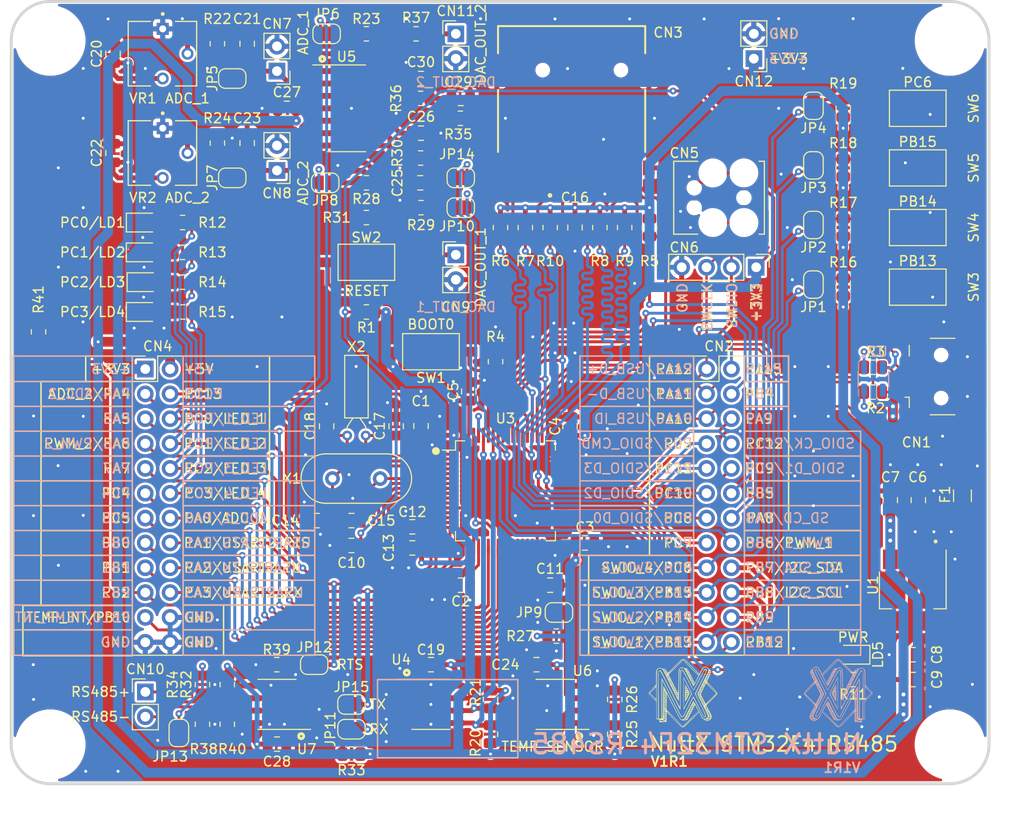
<source format=kicad_pcb>
(kicad_pcb (version 20211014) (generator pcbnew)
  (layers (0 "F.Cu" mixed) (31 "B.Cu" mixed) (34 "B.Paste" user) (35 "F.Paste" user) (36 "B.SilkS" user "B.Silkscreen") (37 "F.SilkS" user "F.Silkscreen") (38 "B.Mask" user) (39 "F.Mask" user) (44 "Edge.Cuts" user))
  (net 0 "")
  (net 1 "+5V")
  (net 2 "GND")
  (net 3 "+3.3V")
  (net 4 "/MCU/nRST")
  (net 5 "/MCU/OSC_IN")
  (net 6 "/MCU/OSC_OUT")
  (net 7 "/MCU/OSC32_IN")
  (net 8 "/MCU/OSC32_OUT")
  (net 9 "Net-(C21-Pad1)")
  (net 10 "Net-(C23-Pad1)")
  (net 11 "Net-(C25-Pad1)")
  (net 12 "Net-(C26-Pad1)")
  (net 13 "Net-(C29-Pad1)")
  (net 14 "VBUS")
  (net 15 "Net-(CN1-Pad2)")
  (net 16 "Net-(CN1-Pad3)")
  (net 17 "/MCU/USB_ID")
  (net 18 "/MCU/USB_D+")
  (net 19 "/MCU/PA15")
  (net 20 "/MCU/USB_D-")
  (net 21 "/MCU/SDIO_D2")
  (net 22 "/MCU/SDIO_D3")
  (net 23 "/MCU/PA9")
  (net 24 "/MCU/SDIO_CK")
  (net 25 "/MCU/SD_CD")
  (net 26 "/MCU/SDIO_CMD")
  (net 27 "/MCU/SDIO_D1")
  (net 28 "/MCU/PB4")
  (net 29 "/MCU/SDIO_D0")
  (net 30 "/MCU/PB5")
  (net 31 "/MCU/PC7")
  (net 32 "/MCU/PWM_1")
  (net 33 "/MCU/SWIO_4")
  (net 34 "/MCU/I2C_SDA")
  (net 35 "/MCU/SWIO_3")
  (net 36 "/MCU/I2C_SCL")
  (net 37 "/MCU/SWIO_2")
  (net 38 "/MCU/PB9")
  (net 39 "/MCU/SWIO_1")
  (net 40 "/MCU/ADC_2")
  (net 41 "/MCU/PC13")
  (net 42 "/MCU/PA5")
  (net 43 "/MCU/LED_1")
  (net 44 "/MCU/PWM_2")
  (net 45 "/MCU/LED_2")
  (net 46 "/MCU/PA7")
  (net 47 "/MCU/LED_3")
  (net 48 "/MCU/PC4")
  (net 49 "/MCU/LED_4")
  (net 50 "/MCU/PC5")
  (net 51 "/MCU/ADC_1")
  (net 52 "/MCU/PB0")
  (net 53 "/MCU/USART2_RTS")
  (net 54 "/MCU/PB1")
  (net 55 "/MCU/USART2_TX")
  (net 56 "/MCU/PB2")
  (net 57 "/MCU/USART2_RX")
  (net 58 "/MCU/TEMP_INT")
  (net 59 "/MCU/SWDIO")
  (net 60 "/MCU/SWCLK")
  (net 61 "/MCU/SWO")
  (net 62 "Net-(CN7-Pad1)")
  (net 63 "Net-(CN8-Pad1)")
  (net 64 "Net-(CN9-Pad1)")
  (net 65 "/Periféricos/RS485+")
  (net 66 "/Periféricos/RS485-")
  (net 67 "Net-(CN11-Pad1)")
  (net 68 "Net-(JP1-Pad2)")
  (net 69 "Net-(JP2-Pad2)")
  (net 70 "Net-(JP3-Pad2)")
  (net 71 "Net-(JP4-Pad2)")
  (net 72 "Net-(JP9-Pad1)")
  (net 73 "Net-(LD1-Pad2)")
  (net 74 "Net-(LD2-Pad2)")
  (net 75 "Net-(LD3-Pad2)")
  (net 76 "Net-(LD4-Pad2)")
  (net 77 "Net-(LD5-Pad2)")
  (net 78 "Net-(R4-Pad1)")
  (net 79 "Net-(JP11-Pad2)")
  (net 80 "Net-(JP12-Pad2)")
  (net 81 "Net-(JP13-Pad2)")
  (net 82 "Net-(JP14-Pad2)")
  (net 83 "Net-(JP15-Pad2)")
  (net 84 "Net-(C30-Pad1)")
  (net 86 "Net-(C11-Pad1)")
  (net 87 "/MCU/PB12")
  (net 88 "Net-(JP6-Pad1)")
  (net 89 "Net-(JP8-Pad1)")
  (net 90 "Net-(JP10-Pad2)")
  (net 91 "Net-(JP13-Pad1)")
  (net 92 "Net-(R22-Pad1)")
  (net 93 "Net-(R23-Pad1)")
  (net 94 "Net-(R24-Pad1)")
  (net 95 "Net-(R28-Pad1)")
  (net 96 "Net-(R31-Pad1)")
  (net 97 "Net-(R37-Pad1)")
  (footprint "Capacitor_SMD:C_0805_2012Metric" (layer "F.Cu") (at 157.48 106.68 90)
    (fp_text reference "C4")
    (fp_text value "100nF")
  )
  (footprint "Resistor_SMD:R_0805_2012Metric" (layer "F.Cu") (at 117.876 94.996 180)
    (fp_text reference "R15")
    (fp_text value "100R")
  )
  (footprint "Resistor_SMD:R_0805_2012Metric" (layer "F.Cu") (at 149.352 134.62 -90)
    (fp_text reference "R21")
    (fp_text value "10K")
  )
  (footprint "NuttX_Library:TSB008A2518A" (layer "F.Cu") (at 193.04 80.264 180)
    (fp_text reference "SW5")
    (fp_text value "SWIO_3")
  )
  (footprint "Resistor_SMD:R_0805_2012Metric" (layer "F.Cu") (at 149.352 138.176 90)
    (fp_text reference "R20")
    (fp_text value "10K")
  )
  (footprint "MountingHole:MountingHole_3.2mm_M3" (layer "F.Cu") (at 196.332 67.24)
    (fp_text reference "H3" hide)
    (fp_text value "MountingHole")
  )
  (footprint "Capacitor_SMD:C_0805_2012Metric" (layer "F.Cu") (at 146.304 73.152)
    (fp_text reference "C29")
    (fp_text value "10uF")
  )
  (footprint "NuttX_Library:SolderJumper-2_P1.3mm_Open_RoundedPad1.0x1.5mm" (layer "F.Cu") (at 135.128 137.668 180)
    (fp_text reference "JP11")
    (fp_text value "SolderJumper_2_Open")
  )
  (footprint "Resistor_SMD:R_0805_2012Metric" (layer "F.Cu") (at 163.068 86.36 -90)
    (fp_text reference "R9")
    (fp_text value "10K")
  )
  (footprint "NuttX_Library:SolderJumper-2_P1.3mm_Open_RoundedPad1.0x1.5mm" (layer "F.Cu") (at 131.318 131.064 180)
    (fp_text reference "JP12")
    (fp_text value "SolderJumper_2_Open")
  )
  (footprint "Resistor_SMD:R_0805_2012Metric" (layer "F.Cu") (at 135.128 140.208 180)
    (fp_text reference "R33")
    (fp_text value "10K")
  )
  (footprint "NuttX_Library:SOIC-8_3.9x4.9mm_P1.27mm" (layer "F.Cu") (at 155.956 135.128 180)
    (fp_text reference "U6")
    (fp_text value "TMP75AIDR ")
  )
  (footprint "Resistor_SMD:R_0805_2012Metric" (layer "F.Cu") (at 185.42 74.168 90)
    (fp_text reference "R19")
    (fp_text value "10K")
  )
  (footprint "Capacitor_SMD:C_0805_2012Metric" (layer "F.Cu") (at 146.304 122.936 180)
    (fp_text reference "C2")
    (fp_text value "100nF")
  )
  (footprint "Capacitor_SMD:C_0805_2012Metric" (layer "F.Cu") (at 142.24 71.12)
    (fp_text reference "C30")
    (fp_text value "10uF")
  )
  (footprint "NuttX_Library:SolderJumper-2_P1.3mm_Open_RoundedPad1.0x1.5mm" (layer "F.Cu") (at 182.372 92.1935 90)
    (fp_text reference "JP1")
    (fp_text value "SolderJumper_2_Open")
  )
  (footprint "Resistor_SMD:R_0805_2012Metric" (layer "F.Cu") (at 186.436 132.588 180)
    (fp_text reference "R11")
    (fp_text value "100R")
  )
  (footprint "Resistor_SMD:R_0805_2012Metric" (layer "F.Cu") (at 160.528 86.36 -90)
    (fp_text reference "R8")
    (fp_text value "10K")
  )
  (footprint "Capacitor_SMD:C_0805_2012Metric" (layer "F.Cu") (at 142.165 81.788 180)
    (fp_text reference "C25")
    (fp_text value "10uF")
  )
  (footprint "Resistor_SMD:R_0805_2012Metric" (layer "F.Cu") (at 122.428 133.096 -90)
    (fp_text reference "R32")
    (fp_text value "10K")
  )
  (footprint "Capacitor_SMD:C_0805_2012Metric" (layer "F.Cu") (at 141.351 116.967 180)
    (fp_text reference "C12")
    (fp_text value "100nF")
  )
  (footprint "NuttX_Library:SOT-223" (layer "F.Cu") (at 192.532 123.444 -90)
    (fp_text reference "U1")
    (fp_text value "LM1117-3.3")
  )
  (footprint "Connector_PinHeader_2.54mm:PinHeader_1x02_P2.54mm_Vertical" (layer "F.Cu") (at 127.508 70.363 180)
    (fp_text reference "CN7")
    (fp_text value "Conn_01x02")
  )
  (footprint "Capacitor_SMD:C_0805_2012Metric" (layer "F.Cu") (at 135.128 116.332 180)
    (fp_text reference "C15")
    (fp_text value "22pF")
  )
  (footprint "Resistor_SMD:R_0805_2012Metric" (layer "F.Cu") (at 121.412 77.724 -90)
    (fp_text reference "R24")
    (fp_text value "10K")
  )
  (footprint "Capacitor_SMD:C_0805_2012Metric" (layer "F.Cu") (at 141.351 119.126 180)
    (fp_text reference "C13")
    (fp_text value "4u7F")
  )
  (footprint "Resistor_SMD:R_0805_2012Metric" (layer "F.Cu") (at 185.42 86.36 90)
    (fp_text reference "R17")
    (fp_text value "10K")
  )
  (footprint "Connector_PinHeader_2.54mm:PinHeader_2x12_P2.54mm_Vertical" (layer "F.Cu") (at 171.445 100.833)
    (fp_text reference "CN2")
    (fp_text value "Conn_02x12_Odd_Even")
  )
  (footprint "NuttX_Library:TRIM_3362P-1-502" (layer "F.Cu") (at 115.824 68.58 -90)
    (fp_text reference "VR1")
    (fp_text value "10K")
  )
  (footprint "Resistor_SMD:R_0805_2012Metric" (layer "F.Cu") (at 119.888 133.096 90)
    (fp_text reference "R34")
    (fp_text value "100R")
  )
  (footprint "NuttX_Library:TSB008A2518A" (layer "F.Cu") (at 193.04 86.36 180)
    (fp_text reference "SW4")
    (fp_text value "SWIO_2")
  )
  (footprint "Capacitor_SMD:C_0805_2012Metric" (layer "F.Cu") (at 154.051 131.064 180)
    (fp_text reference "C24")
    (fp_text value "100nF")
  )
  (footprint "Resistor_SMD:R_0805_2012Metric" (layer "F.Cu") (at 117.856 88.9 180)
    (fp_text reference "R13")
    (fp_text value "100R")
  )
  (footprint "Capacitor_SMD:C_0805_2012Metric" (layer "F.Cu") (at 193.101 114.242 90)
    (fp_text reference "C6")
    (fp_text value "4u7F")
  )
  (footprint "Capacitor_SMD:C_0805_2012Metric" (layer "F.Cu") (at 142.24 76.708)
    (fp_text reference "C26")
    (fp_text value "10uF")
  )
  (footprint "Resistor_SMD:R_0805_2012Metric" (layer "F.Cu") (at 136.652 85.344)
    (fp_text reference "R31")
    (fp_text value "100R")
  )
  (footprint "NuttX_Library:TRIM_3362P-1-502" (layer "F.Cu") (at 115.824 78.74 -90)
    (fp_text reference "VR2")
    (fp_text value "10K")
  )
  (footprint "Capacitor_SMD:C_0805_2012Metric" (layer "F.Cu") (at 132.588 106.68 90)
    (fp_text reference "C18")
    (fp_text value "10pF")
  )
  (footprint "Resistor_SMD:R_0805_2012Metric" (layer "F.Cu") (at 162.052 138.176 90)
    (fp_text reference "R25")
    (fp_text value "10K")
  )
  (footprint "NuttX_Library:SolderJumper-2_P1.3mm_Open_RoundedPad1.0x1.5mm" (layer "F.Cu") (at 146.304 81.28 180)
    (fp_text reference "JP14")
    (fp_text value "SolderJumper_2_Open")
  )
  (footprint "MountingHole:MountingHole_3.2mm_M3" (layer "F.Cu") (at 196.332 139.24)
    (fp_text reference "H4" hide)
    (fp_text value "MountingHole")
  )
  (footprint "Resistor_SMD:R_0805_2012Metric" (layer "F.Cu") (at 188.468 100.65 180)
    (fp_text reference "R3")
    (fp_text value "10R")
  )
  (footprint "NuttX_Library:J-TAG-ADP" (layer "F.Cu") (at 172.72 83.312 180)
    (fp_text reference "CN5")
    (fp_text value "J-TAG-ADP")
  )
  (footprint "NuttX_Library:SolderJumper-2_P1.3mm_Open_RoundedPad1.0x1.5mm" (layer "F.Cu") (at 146.304 84.328 180)
    (fp_text reference "JP10")
    (fp_text value "SolderJumper_2_Open")
  )
  (footprint "Resistor_SMD:R_0805_2012Metric" (layer "F.Cu") (at 136.652 81.788 180)
    (fp_text reference "R28")
    (fp_text value "100R")
  )
  (footprint "Capacitor_SMD:C_0805_2012Metric" (layer "F.Cu") (at 192.532 132.588)
    (fp_text reference "C9")
    (fp_text value "100nF")
  )
  (footprint "Resistor_SMD:R_0805_2012Metric" (layer "F.Cu") (at 162.052 134.62 -90)
    (fp_text reference "R26")
    (fp_text value "10K")
  )
  (footprint "NuttX_Library:TSB008A2518A" (layer "F.Cu") (at 136.652 89.916 180)
    (fp_text reference "SW2")
    (fp_text value "RESET")
  )
  (footprint "Resistor_SMD:R_0805_2012Metric" (layer "F.Cu") (at 152.908 86.36 -90)
    (fp_text reference "R7")
    (fp_text value "10K")
  )
  (footprint "Capacitor_SMD:C_0805_2012Metric" (layer "F.Cu") (at 147.126 103.124 90)
    (fp_text reference "C5")
    (fp_text value "100nF")
  )
  (footprint "Resistor_SMD:R_0805_2012Metric" (layer "F.Cu") (at 103.124 97.028 90)
    (fp_text reference "R41")
    (fp_text value "10K")
  )
  (footprint "Connector_PinHeader_2.54mm:PinHeader_1x04_P2.54mm_Vertical" (layer "F.Cu") (at 176.52 90.424 -90)
    (fp_text reference "CN6")
    (fp_text value "Conn_01x04_Male")
  )
  (footprint "Resistor_SMD:R_0805_2012Metric" (layer "F.Cu") (at 188.468 103.19 180)
    (fp_text reference "R2")
    (fp_text value "10R")
  )
  (footprint "Capacitor_SMD:C_0805_2012Metric" (layer "F.Cu") (at 157.988 86.36 -90)
    (fp_text reference "C16")
    (fp_text value "4u7F")
  )
  (footprint "Resistor_SMD:R_0805_2012Metric" (layer "F.Cu") (at 165.608 86.36 -90)
    (fp_text reference "R5")
    (fp_text value "10K")
  )
  (footprint "LED_SMD:LED_0805_2012Metric" (layer "F.Cu") (at 113.8705 91.948)
    (fp_text reference "LD3")
    (fp_text value "BLUE")
  )
  (footprint "Capacitor_SMD:C_0805_2012Metric" (layer "F.Cu") (at 127.508 139.192)
    (fp_text reference "C28")
    (fp_text value "100nF")
  )
  (footprint "Resistor_SMD:R_0805_2012Metric" (layer "F.Cu") (at 127.4845 131.064 180)
    (fp_text reference "R39")
    (fp_text value "10K")
  )
  (footprint "Connector_PinHeader_2.54mm:PinHeader_2x12_P2.54mm_Vertical" (layer "F.Cu") (at 114.041 100.833)
    (fp_text reference "CN4")
    (fp_text value "Conn_02x12_Odd_Even")
  )
  (footprint "NuttX_Library:Crystal_HC49-U_Vertical" (layer "F.Cu") (at 133.186 112.034)
    (fp_text reference "X1")
    (fp_text value "8MHZ")
  )
  (footprint "Resistor_SMD:R_0805_2012Metric" (layer "F.Cu") (at 150.368 86.36 -90)
    (fp_text reference "R6")
    (fp_text value "10K")
  )
  (footprint "Resistor_SMD:R_0805_2012Metric" (layer "F.Cu") (at 117.856 85.852 180)
    (fp_text reference "R12")
    (fp_text value "100R")
  )
  (footprint "Resistor_SMD:R_0805_2012Metric" (layer "F.Cu") (at 117.856 91.948 180)
    (fp_text reference "R14")
    (fp_text value "100R")
  )
  (footprint "Resistor_SMD:R_0805_2012Metric" (layer "F.Cu") (at 141.732 66.548)
    (fp_text reference "R37")
    (fp_text value "100R")
  )
  (footprint "Capacitor_SMD:C_0805_2012Metric" (layer "F.Cu") (at 155.448 122.936)
    (fp_text reference "C11")
    (fp_text value "4u7F")
  )
  (footprint "NuttX_Library:SOIC-8_3.9x4.9mm_P1.27mm" (layer "F.Cu") (at 143.256 135.128)
    (fp_text reference "U4")
    (fp_text value "HX24LC02BDRG")
  )
  (footprint "NuttX_Library:SolderJumper-2_P1.3mm_Open_RoundedPad1.0x1.5mm" (layer "F.Cu") (at 132.588 66.548 180)
    (fp_text reference "JP6")
    (fp_text value "SolderJumper_2_Open")
  )
  (footprint "NuttX_Library:Crystal_DS26_D2.0mm_L6.0mm_Horizontal" (layer "F.Cu") (at 136.586 107.632 180)
    (fp_text reference "X2")
    (fp_text value "32.768K")
  )
  (footprint "Capacitor_SMD:C_0805_2012Metric" (layer "F.Cu") (at 142.24 106.659 90)
    (fp_text reference "C1")
    (fp_text value "100nF")
  )
  (footprint "Connector_PinHeader_2.54mm:PinHeader_1x02_P2.54mm_Vertical" (layer "F.Cu") (at 114.046 133.853)
    (fp_text reference "CN10")
    (fp_text value "Conn_01x02")
  )
  (footprint "Connector_PinHeader_2.54mm:PinHeader_1x02_P2.54mm_Vertical" (layer "F.Cu") (at 127.508 80.523 180)
    (fp_text reference "CN8")
    (fp_text value "Conn_01x02")
  )
  (footprint "Capacitor_SMD:C_0805_2012Metric" (layer "F.Cu") (at 143.256 131.064 180)
    (fp_text reference "C19")
    (fp_text value "100nF")
  )
  (footprint "Resistor_SMD:R_0805_2012Metric" (layer "F.Cu") (at 156.083 128.143)
    (fp_text reference "R27")
    (fp_text value "10K")
  )
  (footprint "Resistor_SMD:R_0805_2012Metric" (layer "F.Cu") (at 142.2025 79.248 180)
    (fp_text reference "R30")
    (fp_text value "10K")
  )
  (footprint "NuttX_Library:SolderJumper-2_P1.3mm_Open_RoundedPad1.0x1.5mm" (layer "F.Cu") (at 182.372 80.0015 90)
    (fp_text reference "JP3")
    (fp_text value "SolderJumper_2_Open")
  )
  (footprint "Capacitor_SMD:C_0805_2012Metric" (layer "F.Cu") (at 139.7 106.68 90)
    (fp_text reference "C17")
    (fp_text value "10pF")
  )
  (footprint "NuttX_Library:SolderJumper-2_P1.3mm_Open_RoundedPad1.0x1.5mm" (layer "F.Cu") (at 122.936 71.12)
    (fp_text reference "JP5")
    (fp_text value "SolderJumper_2_Open")
  )
  (footprint "NuttX_Library:USB_Mini-AB_10033527-N3112MLF" (layer "F.Cu") (at 195.58 101.6 90)
    (fp_text reference "CN1")
    (fp_text value "USB_AB_Mini")
  )
  (footprint "NuttX_Library:SolderJumper-2_P1.3mm_Open_RoundedPad1.0x1.5mm" (layer "F.Cu") (at 122.936 81.28)
    (fp_text reference "JP7")
    (fp_text value "SolderJumper_2_Open")
  )
  (footprint "NuttX_Library:SolderJumper-2_P1.3mm_Open_RoundedPad1.0x1.5mm" (layer "F.Cu") (at 182.372 73.9055 90)
    (fp_text reference "JP4")
    (fp_text value "SolderJumper_2_Open")
  )
  (footprint "Resistor_SMD:R_0805_2012Metric" (layer "F.Cu") (at 121.412 67.564 -90)
    (fp_text reference "R22")
    (fp_text value "10K")
  )
  (footprint "MountingHole:MountingHole_3.2mm_M3" (layer "F.Cu") (at 104.332 139.24)
    (fp_text reference "H1" hide)
    (fp_text value "MountingHole")
  )
  (footprint "Capacitor_SMD:C_0805_2012Metric" (layer "F.Cu") (at 192.532 130.048)
    (fp_text reference "C8")
    (fp_text value "4u7F")
  )
  (footprint "LED_SMD:LED_0805_2012Metric" (layer "F.Cu") (at 113.792 88.9)
    (fp_text reference "LD2")
    (fp_text value "BLUE")
  )
  (footprint "NuttX_Library:SolderJumper-2_P1.3mm_Open_RoundedPad1.0x1.5mm" (layer "F.Cu") (at 156.3455 125.73 180)
    (fp_text reference "JP9")
    (fp_text value "SolderJumper_2_Open")
  )
  (footprint "Resistor_SMD:R_0805_2012Metric" (layer "F.Cu") (at 149.86 100.076 90)
    (fp_text reference "R4")
    (fp_text value "10K")
  )
  (footprint "NuttX_Library:TSB008A2518A" (layer "F.Cu") (at 193.04 92.456 180)
    (fp_text reference "SW3")
    (fp_text value "SWIO_1")
  )
  (footprint "Connector_PinHeader_2.54mm:PinHeader_1x02_P2.54mm_Vertical" (layer "F.Cu") (at 176.276 69.088 180)
    (fp_text reference "CN12")
    (fp_text value "Conn_01x02")
  )
  (footprint "NuttX_Library:SolderJumper-2_P1.3mm_Open_RoundedPad1.0x1.5mm" (layer "F.Cu") (at 182.372 86.0975 90)
    (fp_text reference "JP2")
    (fp_text value "SolderJumper_2_Open")
  )
  (footprint "Capacitor_SMD:C_0805_2012Metric" (layer "F.Cu") (at 110.744 78.74 90)
    (fp_text reference "C22")
    (fp_text value "100nF")
  )
  (footprint "Capacitor_SMD:C_0805_2012Metric" (layer "F.Cu") (at 124.46 67.564 90)
    (fp_text reference "C21")
    (fp_text value "100nF")
  )
  (footprint "NuttX_Library:SOIC-14_3.9x8.7mm_P1.27mm" (layer "F.Cu") (at 134.62 74.168)
    (fp_text reference "U5")
    (fp_text value "COS724SR")
  )
  (footprint "Capacitor_SMD:C_0805_2012Metric" (layer "F.Cu") (at 135.128 118.872)
    (fp_text reference "C10")
    (fp_text value "100nF")
  )
  (footprint "Connector_PinHeader_2.54mm:PinHeader_1x02_P2.54mm_Vertical" (layer "F.Cu") (at 145.796 89.149)
    (fp_text reference "CN9")
    (fp_text value "Conn_01x02")
  )
  (footprint "MountingHole:MountingHole_3.2mm_M3" (layer "F.Cu") (at 104.332 67.24)
    (fp_text reference "H2" hide)
    (fp_text value "MountingHole")
  )
  (footprint "Resistor_SMD:R_0805_2012Metric" (layer "F.Cu") (at 136.652 94.996 180)
    (fp_text reference "R1")
    (fp_text value "10K")
  )
  (footprint "NuttX_Library:TSB008A2518A" (layer "F.Cu") (at 193.04 74.168 180)
    (fp_text reference "SW6")
    (fp_text value "SWIO_4")
  )
  (footprint "Resistor_SMD:R_0805_2012Metric" (layer "F.Cu") (at 142.2025 73.152 180)
    (fp_text reference "R36")
    (fp_text value "10K")
  )
  (footprint "Resistor_SMD:R_0805_2012Metric" (layer "F.Cu") (at 185.42 92.456 90)
    (fp_text reference "R16")
    (fp_text value "10K")
  )
  (footprint "Resistor_SMD:R_0805_2012Metric" (layer "F.Cu") (at 142.24 84.328 180)
    (fp_text reference "R29")
    (fp_text value "10K")
  )
  (footprint "Connector_PinHeader_2.54mm:PinHeader_1x02_P2.54mm_Vertical" (layer "F.Cu") (at 145.796 66.548)
    (fp_text reference "CN11")
    (fp_text value "Conn_01x02")
  )
  (footprint "Capacitor_SMD:C_0805_2012Metric" (layer "F.Cu") (at 131.572 116.332 180)
    (fp_text reference "C14")
    (fp_text value "22pF")
  )
  (footprint "LED_SMD:LED_0805_2012Metric" (layer "F.Cu") (at 186.461 130.048 180)
    (fp_text reference "LD5")
    (fp_text value "PWR")
  )
  (footprint "NuttX_Library:SolderJumper-2_P1.3mm_Open_RoundedPad1.0x1.5mm" (layer "F.Cu") (at 132.446 81.788 180)
    (fp_text reference "JP8")
    (fp_text value "SolderJumper_2_Open")
  )
  (footprint "Resistor_SMD:R_0805_2012Metric" (layer "F.Cu") (at 185.42 80.264 90)
    (fp_text reference "R18")
    (fp_text value "10K")
  )
  (footprint "Resistor_SMD:R_0805_2012Metric" (layer "F.Cu") (at 146.2665 75.184 180)
    (fp_text reference "R35")
    (fp_text value "10K")
  )
  (footprint "Resistor_SMD:R_0805_2012Metric" (layer "F.Cu") (at 119.888 137.16 -90)
    (fp_text reference "R38")
    (fp_text value "100R")
  )
  (footprint "Package_QFP:LQFP-64_10x10mm_P0.5mm" (layer "F.Cu") (at 150.876 113.284)
    (fp_text reference "U3")
    (fp_text value "STM32F401RCT6")
  )
  (footprint "Capacitor_SMD:C_0805_2012Metric" (layer "F.Cu") (at 159.004 118.618)
    (fp_text reference "C3")
    (fp_text value "100nF")
  )
  (footprint "NuttX_Library:SolderJumper-2_P1.3mm_Open_RoundedPad1.0x1.5mm" (layer "F.Cu") (at 135.128 135.128 180)
    (fp_text reference "JP15")
    (fp_text value "SolderJumper_2_Open")
  )
  (footprint "LED_SMD:LED_0805_2012Metric" (layer "F.Cu") (at 113.792 94.996)
    (fp_text reference "LD4")
    (fp_text value "BLUE")
  )
  (footprint "Capacitor_SMD:C_0805_2012Metric" (layer "F.Cu") (at 110.744 68.58 90)
    (fp_text reference "C20")
    (fp_text value "100nF")
  )
  (footprint "Resistor_SMD:R_0805_2012Metric" (layer "F.Cu") (at 155.448 86.36 -90)
    (fp_text reference "R10")
    (fp_text value "10K")
  )
  (footprint "Capacitor_SMD:C_0805_2012Metric" (layer "F.Cu") (at 128.524 74.168 180)
    (fp_text reference "C27")
    (fp_text value "100nF")
  )
  (footprint "Capacitor_SMD:C_0805_2012Metric" (layer "F.Cu") (at 190.232 114.242 90)
    (fp_text reference "C7")
    (fp_text value "100nF")
  )
  (footprint "NuttX_Library:SOIC-8_3.9x4.9mm_P1.27mm" (layer "F.Cu") (at 127.508 135.128 180)
    (fp_text reference "U7")
    (fp_text value "BL3085B")
  )
  (footprint "Fuse:Fuse_1206_3216Metric" (layer "F.Cu") (at 197.612 113.792 -90)
    (fp_text reference "F1")
    (fp_text value "Fuse")
  )
  (footprint "NuttX_Library:GCT_MEM2075-00-140-01-A" (layer "F.Cu") (at 158.118 69.74 180)
    (fp_text reference "CN3")
    (fp_text value "Micro_SD_Card")
  )
  (footprint "NuttX_Library:TSB008A2518A" (layer "F.Cu") (at 143.256 99.06 180)
    (fp_text reference "SW1")
    (fp_text value "BOOT0")
  )
  (footprint "LED_SMD:LED_0805_2012Metric" (layer "F.Cu") (at 113.792 85.852)
    (fp_text reference "LD1")
    (fp_text value "BLUE")
  )
  (footprint "Resistor_SMD:R_0805_2012Metric" (layer "F.Cu") (at 122.428 137.16 -90)
    (fp_text reference "R40")
    (fp_text value "10K")
  )
  (footprint "Capacitor_SMD:C_0805_2012Metric" (layer "F.Cu") (at 124.46 77.724 90)
    (fp_text reference "C23")
    (fp_text value "100nF")
  )
  (footprint "Resistor_SMD:R_0805_2012Metric" (layer "F.Cu") (at 136.652 66.548 180)
    (fp_text reference "R23")
    (fp_text value "100R")
  )
  (footprint "LOGO" (layer "F.Cu") (at 169.037 133.985)
    (fp_text reference "G***" hide)
    (fp_text value "LOGO" hide)
  )
  (footprint "NuttX_Library:SolderJumper-2_P1.3mm_Open_RoundedPad1.0x1.5mm" (layer "F.Cu") (at 117.475 138.049 90)
    (fp_text reference "JP13")
    (fp_text value "SolderJumper_2_Open")
  )
  (footprint "LOGO" (layer "B.Cu") (at 184.912 133.985 180)
    (fp_text reference "G***" hide)
    (fp_text value "LOGO" hide)
  )
  (footprint "NuttX_Library:SOT-23-6" (layer "B.Cu") (at 188.5055 101.854 -90)
    (fp_text reference "U2")
    (fp_text value "USBLC6-4SC6Y")
  )
  (gr_line (start 131.376 99.504) (end 131.376 130.104) (layer "B.SilkS") (width 0.15))
  (gr_line (start 170.053 122.428) (end 158.496 122.428) (layer "B.SilkS") (width 0.15))
  (gr_line (start 152.146 132.588) (end 152.146 140.589) (layer "B.SilkS") (width 0.15))
  (gr_line (start 112.649 117.348) (end 100.584 117.348) (layer "B.SilkS") (width 0.15))
  (gr_line (start 117.983 127.508) (end 131.318 127.508) (layer "B.SilkS") (width 0.15))
  (gr_line (start 170.053 107.188) (end 158.496 107.188) (layer "B.SilkS") (width 0.15))
  (gr_line (start 117.983 122.428) (end 131.318 122.428) (layer "B.SilkS") (width 0.15))
  (gr_line (start 137.795 132.588) (end 152.146 132.588) (layer "B.SilkS") (width 0.15))
  (gr_line (start 179.832 107.188) (end 187.198 107.188) (layer "B.SilkS") (width 0.15))
  (gr_line (start 175.387 112.268) (end 187.198 112.268) (layer "B.SilkS") (width 0.15))
  (gr_line (start 117.983 117.348) (end 131.318 117.348) (layer "B.SilkS") (width 0.15))
  (gr_line (start 117.983 114.804) (end 131.318 114.804) (layer "B.SilkS") (width 0.15))
  (gr_line (start 117.906 130.104) (end 131.376 130.104) (layer "B.SilkS") (width 0.15))
  (gr_line (start 175.387 119.888) (end 187.198 119.888) (layer "B.SilkS") (width 0.15))
  (gr_line (start 170.053 117.348) (end 158.496 117.348) (layer "B.SilkS") (width 0.15))
  (gr_line (start 170.053 112.268) (end 158.496 112.268) (layer "B.SilkS") (width 0.15))
  (gr_line (start 175.387 122.428) (end 187.198 122.428) (layer "B.SilkS") (width 0.15))
  (gr_line (start 137.795 140.589) (end 137.795 132.588) (layer "B.SilkS") (width 0.15))
  (gr_line (start 117.983 102.108) (end 131.318 102.108) (layer "B.SilkS") (width 0.15))
  (gr_line (start 117.983 104.648) (end 131.318 104.648) (layer "B.SilkS") (width 0.15))
  (gr_line (start 175.387 127.508) (end 187.198 127.508) (layer "B.SilkS") (width 0.15))
  (gr_line (start 152.146 140.589) (end 137.795 140.589) (layer "B.SilkS") (width 0.15))
  (gr_line (start 170.116 99.503) (end 158.496 99.503) (layer "B.SilkS") (width 0.15))
  (gr_line (start 170.053 104.648) (end 158.496 104.648) (layer "B.SilkS") (width 0.15))
  (gr_line (start 175.387 109.728) (end 187.198 109.728) (layer "B.SilkS") (width 0.15))
  (gr_line (start 170.053 119.888) (end 158.496 119.888) (layer "B.SilkS") (width 0.15))
  (gr_line (start 179.832 104.648) (end 175.387 104.648) (layer "B.SilkS") (width 0.15))
  (gr_line (start 179.832 107.188) (end 175.387 107.188) (layer "B.SilkS") (width 0.15))
  (gr_line (start 112.649 109.728) (end 100.584 109.728) (layer "B.SilkS") (width 0.15))
  (gr_line (start 117.983 107.188) (end 131.318 107.188) (layer "B.SilkS") (width 0.15))
  (gr_line (start 170.053 127.508) (end 158.496 127.508) (layer "B.SilkS") (width 0.15))
  (gr_line (start 112.716 130.104) (end 100.584 130.104) (layer "B.SilkS") (width 0.15))
  (gr_line (start 179.832 99.503) (end 179.832 107.188) (layer "B.SilkS") (width 0.15))
  (gr_line (start 175.387 124.968) (end 187.198 124.968) (layer "B.SilkS") (width 0.15))
  (gr_line (start 175.316 130.103) (end 187.198 130.103) (layer "B.SilkS") (width 0.15))
  (gr_line (start 158.496 99.503) (end 158.496 130.103) (layer "B.SilkS") (width 0.15))
  (gr_line (start 112.649 112.268) (end 100.584 112.268) (layer "B.SilkS") (width 0.15))
  (gr_line (start 117.983 119.888) (end 131.318 119.888) (layer "B.SilkS") (width 0.15))
  (gr_line (start 117.983 112.268) (end 131.318 112.268) (layer "B.SilkS") (width 0.15))
  (gr_line (start 175.387 114.803) (end 187.198 114.803) (layer "B.SilkS") (width 0.15))
  (gr_line (start 112.649 127.508) (end 100.584 127.508) (layer "B.SilkS") (width 0.15))
  (gr_line (start 117.983 124.968) (end 131.318 124.968) (layer "B.SilkS") (width 0.15))
  (gr_line (start 112.649 102.108) (end 100.584 102.108) (layer "B.SilkS") (width 0.15))
  (gr_line (start 187.198 107.188) (end 187.198 130.103) (layer "B.SilkS") (width 0.15))
  (gr_line (start 100.584 130.104) (end 100.584 99.504) (layer "B.SilkS") (width 0.15))
  (gr_line (start 170.053 109.728) (end 158.496 109.728) (layer "B.SilkS") (width 0.15))
  (gr_line (start 179.832 99.503) (end 175.316 99.503) (layer "B.SilkS") (width 0.15))
  (gr_line (start 112.716 99.504) (end 100.584 99.504) (layer "B.SilkS") (width 0.15))
  (gr_line (start 112.716 130.104) (end 112.716 99.504) (layer "B.SilkS") (width 0.15))
  (gr_line (start 112.649 104.648) (end 100.584 104.648) (layer "B.SilkS") (width 0.15))
  (gr_line (start 179.832 102.108) (end 175.387 102.108) (layer "B.SilkS") (width 0.15))
  (gr_line (start 112.649 114.804) (end 100.584 114.804) (layer "B.SilkS") (width 0.15))
  (gr_line (start 112.649 107.188) (end 100.584 107.188) (layer "B.SilkS") (width 0.15))
  (gr_line (start 170.053 124.968) (end 158.496 124.968) (layer "B.SilkS") (width 0.15))
  (gr_line (start 170.116 130.103) (end 158.496 130.103) (layer "B.SilkS") (width 0.15))
  (gr_line (start 117.983 109.728) (end 131.318 109.728) (layer "B.SilkS") (width 0.15))
  (gr_line (start 170.116 130.103) (end 170.116 99.503) (layer "B.SilkS") (width 0.15))
  (gr_line (start 112.649 119.888) (end 100.584 119.888) (layer "B.SilkS") (width 0.15))
  (gr_line (start 170.053 114.808) (end 158.496 114.808) (layer "B.SilkS") (width 0.15))
  (gr_line (start 170.053 102.108) (end 158.496 102.108) (layer "B.SilkS") (width 0.15))
  (gr_line (start 112.649 124.968) (end 100.584 124.968) (layer "B.SilkS") (width 0.15))
  (gr_line (start 175.387 117.348) (end 187.198 117.348) (layer "B.SilkS") (width 0.15))
  (gr_line (start 117.906 99.504) (end 131.376 99.504) (layer "B.SilkS") (width 0.15))
  (gr_line (start 175.316 130.103) (end 175.316 99.503) (layer "B.SilkS") (width 0.15))
  (gr_line (start 117.906 130.104) (end 117.906 99.504) (layer "B.SilkS") (width 0.15))
  (gr_line (start 112.649 122.428) (end 100.584 122.428) (layer "B.SilkS") (width 0.15))
  (gr_line (start 103.378 117.348) (end 112.649 117.348) (layer "F.SilkS") (width 0.15))
  (gr_line (start 122.047 124.968) (end 122.047 130.104) (layer "F.SilkS") (width 0.15))
  (gr_line (start 103.378 122.428) (end 112.649 122.428) (layer "F.SilkS") (width 0.15))
  (gr_line (start 175.387 102.108) (end 179.832 102.108) (layer "F.SilkS") (width 0.15))
  (gr_line (start 131.376 124.968) (end 122.047 124.968) (layer "F.SilkS") (width 0.15))
  (gr_line (start 122.047 130.104) (end 117.911 130.103) (layer "F.SilkS") (width 0.15))
  (gr_line (start 126.746 117.348) (end 131.376 117.348) (layer "F.SilkS") (width 0.15))
  (gr_line (start 107.95 102.108) (end 107.95 99.504) (layer "F.SilkS") (width 0.15))
  (gr_line (start 103.378 102.108) (end 107.95 102.108) (layer "F.SilkS") (width 0.15))
  (gr_line (start 117.911 99.503) (end 126.746 99.503) (layer "F.SilkS") (width 0.15))
  (gr_line (start 117.983 104.648) (end 126.746 104.648) (layer "F.SilkS") (width 0.15))
  (gr_line (start 126.746 114.808) (end 126.746 117.348) (layer "F.SilkS") (width 0.15))
  (gr_line (start 175.387 119.888) (end 187.198 119.888) (layer "F.SilkS") (width 0.15))
  (gr_line (start 117.983 122.428) (end 131.318 122.428) (layer "F.SilkS") (width 0.15))
  (gr_line (start 170.053 109.728) (end 165.608 109.728) (layer "F.SilkS") (width 0.15))
  (gr_line (start 159.385 130.103) (end 159.385 119.888) (layer "F.SilkS") (width 0.15))
  (gr_line (start 103.378 104.648) (end 112.649 104.648) (layer "F.SilkS") (width 0.15))
  (gr_line (start 107.95 99.504) (end 112.711 99.504) (layer "F.SilkS") (width 0.15))
  (gr_line (start 112.726 125.009) (end 101.526 125.016) (layer "F.SilkS") (width 0.15))
  (gr_line (start 170.053 119.888) (end 159.385 119.888) (layer "F.SilkS") (width 0.15))
  (gr_line (start 101.526 125.016) (end 101.526 130.152) (layer "F.SilkS") (width 0.15))
  (gr_line (start 117.983 109.728) (end 126.746 109.728) (layer "F.SilkS") (width 0.15))
  (gr_line (start 175.387 114.803) (end 179.832 114.803) (layer "F.SilkS") (width 0.15))
  (gr_line (start 175.387 117.348) (end 187.198 117.348) (layer "F.SilkS") (width 0.15))
  (gr_line (start 103.378 119.888) (end 112.649 119.888) (layer "F.SilkS") (width 0.15))
  (gr_line (start 187.198 124.968) (end 187.198 117.348) (layer "F.SilkS") (width 0.15))
  (gr_line (start 122.047 124.968) (end 117.983 124.968) (layer "F.SilkS") (width 0.15))
  (gr_line (start 179.832 127.508) (end 179.832 124.968) (layer "F.SilkS") (width 0.15))
  (gr_line (start 126.746 99.503) (end 126.746 114.808) (layer "F.SilkS") (width 0.15))
  (gr_line (start 117.983 107.188) (end 126.746 107.188) (layer "F.SilkS") (width 0.15))
  (gr_line (start 103.378 114.808) (end 112.649 114.808) (layer "F.SilkS") (width 0.15))
  (gr_line (start 112.649 127.508) (end 101.551 127.509) (layer "F.SilkS") (width 0.15))
  (gr_line (start 170.115 102.103) (end 165.608 102.108) (layer "F.SilkS") (width 0.15))
  (gr_line (start 103.378 112.268) (end 112.649 112.268) (layer "F.SilkS") (width 0.15))
  (gr_line (start 179.832 127.508) (end 179.832 130.103) (layer "F.SilkS") (width 0.15))
  (gr_line (start 170.053 107.188) (end 165.608 107.188) (layer "F.SilkS") (width 0.15))
  (gr_line (start 103.378 109.728) (end 112.649 109.728) (layer "F.SilkS") (width 0.15))
  (gr_line (start 107.95 102.108) (end 112.711 102.108) (layer "F.SilkS") (width 0.15))
  (gr_line (start 165.608 99.503) (end 165.608 119.888) (layer "F.SilkS") (width 0.15))
  (gr_line (start 175.387 124.968) (end 187.198 124.968) (layer "F.SilkS") (width 0.15))
  (gr_line (start 175.315 130.103) (end 179.832 130.103) (layer "F.SilkS") (width 0.15))
  (gr_line (start 117.983 112.268) (end 126.746 112.268) (layer "F.SilkS") (width 0.15))
  (gr_line (start 103.378 107.188) (end 112.649 107.188) (layer "F.SilkS") (width 0.15))
  (gr_line (start 103.378 102.108) (end 103.378 124.968) (layer "F.SilkS") (width 0.15))
  (gr_line (start 131.376 117.348) (end 131.376 124.968) (layer "F.SilkS") (width 0.15))
  (gr_line (start 170.115 99.503) (end 165.608 99.503) (layer "F.SilkS") (width 0.15))
  (gr_line (start 175.315 99.503) (end 179.822 99.503) (layer "F.SilkS") (width 0.15))
  (gr_line (start 170.115 130.103) (end 159.385 130.103) (layer "F.SilkS") (width 0.15))
  (gr_line (start 170.053 122.428) (end 159.385 122.428) (layer "F.SilkS") (width 0.15))
  (gr_line (start 170.053 117.348) (end 165.608 117.348) (layer "F.SilkS") (width 0.15))
  (gr_line (start 170.053 112.268) (end 165.608 112.268) (layer "F.SilkS") (width 0.15))
  (gr_line (start 170.053 124.968) (end 159.385 124.968) (layer "F.SilkS") (width 0.15))
  (gr_line (start 117.983 127.508) (end 122.047 127.508) (layer "F.SilkS") (width 0.15))
  (gr_line (start 175.387 112.268) (end 179.832 112.268) (layer "F.SilkS") (width 0.15))
  (gr_line (start 179.832 99.503) (end 179.832 117.348) (layer "F.SilkS") (width 0.15))
  (gr_line (start 175.387 122.428) (end 187.198 122.428) (layer "F.SilkS") (width 0.15))
  (gr_line (start 175.387 107.188) (end 179.832 107.188) (layer "F.SilkS") (width 0.15))
  (gr_line (start 117.983 114.808) (end 126.746 114.808) (layer "F.SilkS") (width 0.15))
  (gr_line (start 117.983 119.888) (end 131.318 119.888) (layer "F.SilkS") (width 0.15))
  (gr_line (start 112.726 130.152) (end 101.526 130.152) (layer "F.SilkS") (width 0.15))
  (gr_line (start 170.053 104.648) (end 165.608 104.648) (layer "F.SilkS") (width 0.15))
  (gr_line (start 117.983 102.107409) (end 126.746 102.107409) (layer "F.SilkS") (width 0.15))
  (gr_line (start 117.983 117.348) (end 131.318 117.348) (layer "F.SilkS") (width 0.15))
  (gr_line (start 170.053 127.508) (end 159.385 127.508) (layer "F.SilkS") (width 0.15))
  (gr_line (start 175.387 109.728) (end 179.832 109.728) (layer "F.SilkS") (width 0.15))
  (gr_line (start 175.387 127.508) (end 179.832 127.508) (layer "F.SilkS") (width 0.15))
  (gr_line (start 175.387 104.648) (end 179.832 104.648) (layer "F.SilkS") (width 0.15))
  (gr_line (start 170.053 114.808) (end 165.608 114.808) (layer "F.SilkS") (width 0.15))
  (gr_circle (center 143.764 109.22) (end 143.764001 109.22) (layer "F.SilkS") (width 0.4) (fill none))
  (gr_arc (start 104.332 143.24) (mid 101.503573 142.068427) (end 100.332 139.24) (layer "Edge.Cuts") (width 0.3))
  (gr_arc (start 200.332 139.24) (mid 199.160427 142.068427) (end 196.332 143.24) (layer "Edge.Cuts") (width 0.3))
  (gr_line (start 104.332 63.24) (end 196.332 63.24) (layer "Edge.Cuts") (width 0.3))
  (gr_line (start 200.332 67.24) (end 200.332 139.24) (layer "Edge.Cuts") (width 0.3))
  (gr_line (start 104.332 143.24) (end 196.332 143.24) (layer "Edge.Cuts") (width 0.3))
  (gr_line (start 100.332 139.24) (end 100.332 67.24) (layer "Edge.Cuts") (width 0.3))
  (gr_arc (start 100.332 67.24) (mid 101.503573 64.411573) (end 104.332 63.24) (layer "Edge.Cuts") (width 0.3))
  (gr_arc (start 196.332 63.24) (mid 199.160427 64.411573) (end 200.332 67.24) (layer "Edge.Cuts") (width 0.3))
  (gr_text "PB15/SWIO_3" (at 164.853905 123.693) (layer "B.SilkS") (effects (font (size 1 1)) (justify mirror)))
  (gr_text "PA7" (at 111.117048 110.993) (layer "B.SilkS") (effects (font (size 1 1)) (justify mirror)))
  (gr_text "SWCLK" (at 171.44 94.488 270) (layer "B.SilkS") (effects (font (size 1 1)) (justify mirror)))
  (gr_text "LED_3/PC2" (at 122.324476 110.993) (layer "B.SilkS") (effects (font (size 1 1)) (justify mirror)))
  (gr_text "PA11/USB_D-" (at 164.592 103.373) (layer "B.SilkS") (effects (font (size 1 1)) (justify mirror)))
  (gr_text "SDIO_D1/PC9" (at 180.506286 110.993) (layer "B.SilkS") (effects (font (size 1 1)) (justify mirror)))
  (gr_text "PB2" (at 111.045619 123.693) (layer "B.SilkS") (effects (font (size 1 1)) (justify mirror)))
  (gr_text "PC6/SWIO_4" (at 165.330095 121.153) (layer "B.SilkS") (effects (font (size 1 1)) (justify mirror)))
  (gr_text "SWDIO" (at 173.98 94.345143 270) (layer "B.SilkS") (effects (font (size 1 1)) (justify mirror)))
  (gr_text "+3V3" (at 110.52181 100.833) (layer "B.SilkS") (effects (font (size 1 1)) (justify mirror)))
  (gr_text "USART2_TX/PA2" (at 124.062572 121.153) (layer "B.SilkS") (effects (font (size 1 1)) (justify mirror)))
  (gr_text "PC13" (at 120.062572 103.373) (layer "B.SilkS") (effects (font (size 1 1)) (justify mirror)))
  (gr_text "PB13/SWIO_1" (at 164.853905 128.773) (layer "B.SilkS") (effects (font (size 1 1)) (justify mirror)))
  (gr_text "PB10/TEMP_INT" (at 106.617048 126.233) (layer "B.SilkS") (effects (font (size 1 1)) (justify mirror)))
  (gr_text "PB9" (at 176.887238 126.233) (layer "B.SilkS") (effects (font (size 1 1)) (justify mirror)))
  (gr_text "DAC_OUT_1" (at 145.796 94.488) (layer "B.SilkS") (effects (font (size 1 1)) (justify mirror)))
  (gr_text "PC5" (at 111.045619 116.073) (layer "B.SilkS") (effects (font (size 1 1)) (justify mirror)))
  (gr_text "I2C_SDA/PB7" (at 180.411048 121.153) (layer "B.SilkS") (effects (font (size 1 1)) (justify mirror)))
  (gr_text "PA9" (at 176.81581 105.913) (layer "B.SilkS") (effects (font (size 1 1)) (justify mirror)))
  (gr_text "PB14/SWIO_2" (at 164.853905 126.233) (layer "B.SilkS") (effects (font (size 1 1)) (justify mirror)))
  (gr_text "PC8/SDIO_D0" (at 164.901524 116.073) (layer "B.SilkS") (effects (font (size 1 1)) (justify mirror)))
  (gr_text "PB12" (at 177.363429 128.773) (layer "B.SilkS") (effects (font (size 1 1)) (justify mirror)))
  (gr_text "PA15" (at 177.292 100.833) (layer "B.SilkS") (effects (font (size 1 1)) (justify mirror)))
  (gr_text "PC11/SDIO_D3" (at 164.425333 110.993) (layer "B.SilkS") (effects (font (size 1 1)) (justify mirror)))
  (gr_text "PB1" (at 111.045619 121.153) (layer "B.SilkS") (effects (font (size 1 1)) (justify mirror)))
  (gr_text "LED_1/PC0" (at 122.324476 105.913) (layer "B.SilkS") (effects (font (size 1 1)) (justify mirror)))
  (gr_text "LED_2/PC1" (at 122.324476 108.453) (layer "B.SilkS") (effects (font (size 1 1)) (justify mirror)))
  (gr_text "PC4" (at 111.045619 113.533) (layer "B.SilkS") (effects (font (size 1 1)) (justify mirror)))
  (gr_text "GND" (at 179.355809 66.548) (layer "B.SilkS") (effects (font (size 1 1)) (justify mirror)))
  (gr_text "V1R1" (at 185.293 141.605) (layer "B.SilkS") (effects (font (size 1 1) (thickness 0.2)) (justify mirror)))
  (gr_text "+3V3" (at 176.52 94.035619 270) (layer "B.SilkS") (effects (font (size 1 1)) (justify mirror)))
  (gr_text "I2C_SCL/PB8" (at 180.387238 123.693) (layer "B.SilkS") (effects (font (size 1 1)) (justify mirror)))
  (gr_text "PD2/SDIO_CMD" (at 164.306286 108.453) (layer "B.SilkS") (effects (font (size 1 1)) (justify mirror)))
  (gr_text "SD_CD/PA8" (at 179.696762 116.073) (layer "B.SilkS") (effects (font (size 1 1)) (justify mirror)))
  (gr_text "PB4" (at 176.887238 103.373) (layer "B.SilkS") (effects (font (size 1 1)) (justify mirror)))
  (gr_text "GND" (at 119.634 126.233) (layer "B.SilkS") (effects (font (size 1 1)) (justify mirror)))
  (gr_text "NuttX STM32F4 RS485" (at 170.434 139.192) (layer "B.SilkS") (effects (font (size 2 2) (thickness 0.3)) (justify mirror)))
  (gr_text "USART2_RTS/PA1" (at 124.562572 118.613) (layer "B.SilkS") (effects (font (size 1 1)) (justify mirror)))
  (gr_text "+5V" (at 119.634 100.833) (layer "B.SilkS") (effects (font (size 1 1)) (justify mirror)))
  (gr_text "PB0" (at 111.045619 118.613) (layer "B.SilkS") (effects (font (size 1 1)) (justify mirror)))
  (gr_text "PA12/USB_D+" (at 164.592 100.833) (layer "B.SilkS") (effects (font (size 1 1)) (justify mirror)))
  (gr_text "GND" (at 119.634 128.773) (layer "B.SilkS") (effects (font (size 1 1)) (justify mirror)))
  (gr_text "PWM_1/PB6" (at 179.911048 118.613) (layer "B.SilkS") (effects (font (size 1 1)) (justify mirror)))
  (gr_text "LED_4/PC3" (at 122.324476 113.533) (layer "B.SilkS") (effects (font (size 1 1)) (justify mirror)))
  (gr_text "PA5" (at 111.117048 105.913) (layer "B.SilkS") (effects (font (size 1 1)) (justify mirror)))
  (gr_text "SDIO_CK/PC12" (at 181.006286 108.453) (layer "B.SilkS") (effects (font (size 1 1)) (justify mirror)))
  (gr_text "PB5" (at 176.887238 113.533) (layer "B.SilkS") (effects (font (size 1 1)) (justify mirror)))
  (gr_text "PA6/PWM_2" (at 108.093238 108.453) (layer "B.SilkS") (effects (font (size 1 1)) (justify mirror)))
  (gr_text "PA10/USB_ID" (at 164.972952 105.913) (layer "B.SilkS") (effects (font (size 1 1)) (justify mirror)))
  (gr_text "PA4/ADC_2" (at 108.307524 103.373) (layer "B.SilkS") (effects (font (size 1 1)) (justify mirror)))
  (gr_text "DAC_OUT_2" (at 145.796 71.501) (layer "B.SilkS") (effects (font (size 1 1)) (justify mirror)))
  (gr_text "ADC_1/PA0" (at 122.324476 116.073) (layer "B.SilkS") (effects (font (size 1 1)) (justify mirror)))
  (gr_text "GND" (at 168.9 93.559428 270) (layer "B.SilkS") (effects (font (size 1 1)) (justify mirror)))
  (gr_text "PC10/SDIO_D2" (at 164.425333 113.533) (layer "B.SilkS") (effects (font (size 1 1)) (justify mirror)))
  (gr_text "USART2_RX/PA3" (at 124.181619 123.693) (layer "B.SilkS") (effects (font (size 1 1)) (justify mirror)))
  (gr_text "+3V3" (at 179.832 69.088) (layer "B.SilkS") (effects (font (size 1 1)) (justify mirror)))
  (gr_text "GND" (at 110.998 128.773) (layer "B.SilkS") (effects (font (size 1 1)) (justify mirror)))
  (gr_text "PC7" (at 168.520571 118.613) (layer "B.SilkS") (effects (font (size 1 1)) (justify mirror)))
  (gr_text "RTS" (at 135.001 131.064) (layer "F.SilkS") (effects (font (size 1 1))))
  (gr_text "SWCLK" (at 171.5075 94.488 90) (layer "F.SilkS") (effects (font (size 1 1))))
  (gr_text "PC3/" (at 107.315 94.996) (layer "F.SilkS") (effects (font (size 1 1))))
  (gr_text "PA3/USART2_RX" (at 124.054619 123.693) (layer "F.SilkS") (effects (font (size 1 1))))
  (gr_text "PB2" (at 111.045619 123.693) (layer "F.SilkS") (effects (font (size 1 1))))
  (gr_text "ADC_2/PA4" (at 108.307524 103.373) (layer "F.SilkS") (effects (font (size 1 1))))
  (gr_text "ADC_1" (at 118.364 73.152) (layer "F.SilkS") (effects (font (size 1 1))))
  (gr_text "PB0" (at 111.045619 118.613) (layer "F.SilkS") (effects (font (size 1 1))))
  (gr_text "PB4" (at 176.887238 103.373) (layer "F.SilkS") (effects (font (size 1 1))))
  (gr_text "SWIO_3/PB15" (at 164.853905 123.693) (layer "F.SilkS") (effects (font (size 1 1))))
  (gr_text "PC0/LED_1" (at 122.197476 105.913) (layer "F.SilkS") (effects (font (size 1 1))))
  (gr_text "PB7/I2C_SDA" (at 180.411048 121.153) (layer "F.SilkS") (effects (font (size 1 1))))
  (gr_text "RS485-" (at 109.479 136.393) (layer "F.SilkS") (effects (font (size 1 1))))
  (gr_text "PA9" (at 176.81581 105.913) (layer "F.SilkS") (effects (font (size 1 1))))
  (gr_text "PA11" (at 168.115809 103.373) (layer "F.SilkS") (effects (font (size 1 1))))
  (gr_text "GND" (at 119.507 128.773) (layer "F.SilkS") (effects (font (size 1 1))))
  (gr_text "PC3/LED_4" (at 122.197476 113.533) (layer "F.SilkS") (effects (font (size 1 1))))
  (gr_text "PB6/PWM_1" (at 179.911048 118.613) (layer "F.SilkS") (effects (font (size 1 1))))
  (gr_text "+3V3" (at 110.52181 100.833) (layer "F.SilkS") (effects (font (size 1 1))))
  (gr_text "PC9" (at 176.887238 110.993) (layer "F.SilkS") (effects (font (size 1 1))))
  (gr_text "PC1/" (at 107.315 88.9) (layer "F.SilkS") (effects (font (size 1 1))))
  (gr_text "PA15" (at 177.292 100.833) (layer "F.SilkS") (effects (font (size 1 1))))
  (gr_text "PA12" (at 168.115809 100.833) (layer "F.SilkS") (effects (font (size 1 1))))
  (gr_text "PA2/USART2_TX" (at 123.935572 121.153) (layer "F.SilkS") (effects (font (size 1 1))))
  (gr_text "SWIO_2/PB14" (at 164.853905 126.233) (layer "F.SilkS") (effects (font (size 1 1))))
  (gr_text "PC2/LED_3" (at 122.197476 110.993) (layer "F.SilkS") (effects (font (size 1 1))))
  (gr_text "GND" (at 119.507 126.233) (layer "F.SilkS") (effects (font (size 1 1))))
  (gr_text "ADC_1" (at 130.177 66.405 90) (layer "F.SilkS") (effects (font (size 1 1))))
  (gr_text "PB5" (at 176.887238 113.533) (layer "F.SilkS") (effects (font (size 1 1))))
  (gr_text "PC4" (at 111.045619 113.533) (layer "F.SilkS") (effects (font (size 1 1))))
  (gr_text "+3V3" (at 179.832 69.088) (layer "F.SilkS") (effects (font (size 1 1))))
  (gr_text "PC10" (at 168.044381 113.533) (layer "F.SilkS") (effects (font (size 1 1))))
  (gr_text "PC7" (at 168.520571 118.613) (layer "F.SilkS") (effects (font (size 1 1))))
  (gr_text "PB13" (at 193.04 89.789) (layer "F.SilkS") (effects (font (size 1 1))))
  (gr_text "DAC_OUT_1" (at 148.336 90.424 90) (layer "F.SilkS") (effects (font (size 1 1))))
  (gr_text "NuttX STM32F4 RS485" (at 178.308 139.192) (layer "F.SilkS") (effects (font (size 1.5 1.5) (thickness 0.2))))
  (gr_text "PD2" (at 168.520571 108.453) (layer "F.SilkS") (effects (font (size 1 1))))
  (gr_text "PB15" (at 193.04 77.597) (layer "F.SilkS") (effects (font (size 1 1))))
  (gr_text "RX" (at 137.922 137.668) (layer "F.SilkS") (effects (font (size 1 1))))
  (gr_text "GND" (at 110.998 128.773) (layer "F.SilkS") (effects (font (size 1 1))))
  (gr_text "PC5" (at 111.045619 116.073) (layer "F.SilkS") (effects (font (size 1 1))))
  (gr_text "PC0/" (at 107.315 85.852) (layer "F.SilkS") (effects (font (size 1 1))))
  (gr_text "TEMP_SENSOR" (at 155.702 139.446) (layer "F.SilkS") (effects (font (size 1 1))))
  (gr_text "+3V3" (at 176.52 94.035619 90) (layer "F.SilkS") (effects (font (size 1 1))))
  (gr_text "PC8" (at 168.520571 116.073) (layer "F.SilkS") (effects (font (size 1 1))))
  (gr_text "PB8/I2C_SCL" (at 180.387238 123.693) (layer "F.SilkS") (effects (font (size 1 1))))
  (gr_text "PA5" (at 111.117048 105.913) (layer "F.SilkS") (effects (font (size 1 1))))
  (gr_text "DAC_OUT_2" (at 148.336 67.564 90) (layer "F.SilkS") (effects (font (size 1 1))))
  (gr_text "ADC_2" (at 130.177 81.788001 90) (layer "F.SilkS") (effects (font (size 1 1))))
  (gr_text "PC1/LED_2" (at 122.197476 108.453) (layer "F.SilkS") (effects (font (size 1 1))))
  (gr_text "PA10" (at 168.115809 105.913) (layer "F.SilkS") (effects (font (size 1 1))))
  (gr_text "TX" (at 137.795 135.128) (layer "F.SilkS") (effects (font (size 1 1))))
  (gr_text "BOOT0" (at 143.256 96.266) (layer "F.SilkS") (effects (font (size 1 1))))
  (gr_text "GND" (at 168.9675 93.559429 90) (layer "F.SilkS") (effects (font (size 1 1))))
  (gr_text "GND" (at 179.355809 66.548) (layer "F.SilkS") (effects (font (size 1 1))))
  (gr_text "PB14" (at 193.04 83.693) (layer "F.SilkS") (effects (font (size 1 1))))
  (gr_text "SWIO_4/PC6" (at 165.330095 121.153) (layer "F.SilkS") (effects (font (size 1 1))))
  (gr_text "PB9" (at 176.887238 126.233) (layer "F.SilkS") (effects (font (size 1 1))))
  (gr_text "V1R1" (at 167.64 140.97) (layer "F.SilkS") (effects (font (size 1 1) (thickness 0.2))))
  (gr_text "RESET" (at 136.652 92.837) (layer "F.SilkS") (effects (font (size 1 1))))
  (gr_text "PC12" (at 177.363429 108.453) (layer "F.SilkS") (effects (font (size 1 1))))
  (gr_text "SWDIO" (at 174.0475 94.345143 90) (layer "F.SilkS") (effects (font (size 1 1))))
  (gr_text "PA8" (at 176.958667 116.073) (layer "F.SilkS") (effects (font (size 1 1))))
  (gr_text "+5V" (at 119.507 100.833) (layer "F.SilkS") (effects (font (size 1 1))))
  (gr_text "PWR" (at 186.436 128.27) (layer "F.SilkS") (effects (font (size 1 1))))
  (gr_text "SWIO_1/PB13" (at 164.853905 128.773) (layer "F.SilkS") (effects (font (size 1 1))))
  (gr_text "PB1" (at 111.045619 121.153) (layer "F.SilkS") (effects (font (size 1 1))))
  (gr_text "RS485+" (at 109.479 133.853) (layer "F.SilkS") (effects (font (size 1 1))))
  (gr_text "PB12" (at 177.363429 128.773) (layer "F.SilkS") (effects (font (size 1 1))))
  (gr_text "ADC_2" (at 118.364 83.312) (layer "F.SilkS") (effects (font (size 1 1))))
  (gr_text "PWM_2/PA6" (at 108.093238 108.453) (layer "F.SilkS") (effects (font (size 1 1))))
  (gr_text "PA7" (at 111.117048 110.993) (layer "F.SilkS") (effects (font (size 1 1))))
  (gr_text "PC13" (at 119.935572 103.373) (layer "F.SilkS") (effects (font (size 1 1))))
  (gr_text "PC2/" (at 107.315 91.948) (layer "F.SilkS") (effects (font (size 1 1))))
  (gr_text "PA1/USART2_RTS" (at 124.435572 118.613) (layer "F.SilkS") (effects (font (size 1 1))))
  (gr_text "PC11" (at 168.044381 110.993) (layer "F.SilkS") (effects (font (size 1 1))))
  (gr_text "PA0/ADC_1" (at 122.197476 116.073) (layer "F.SilkS") (effects (font (size 1 1))))
  (gr_text "PC6" (at 193.04 71.501) (layer "F.SilkS") (effects (font (size 1 1))))
  (gr_text "TEMP_INT/PB10" (at 107.188 126.233) (layer "F.SilkS") (effects (font (size 1 0.9))))
  (segment (start 129.474 74.168) (end 129.474 75.372) (width 0.5) (layer "F.Cu") (net 1))
  (segment (start 109.22 98.044) (end 115.316 98.044) (width 1) (layer "F.Cu") (net 1))
  (segment (start 132.145 74.168) (end 129.474 74.168) (width 0.5) (layer "F.Cu") (net 1))
  (segment (start 115.316 98.044) (end 116.581 99.309) (width 1) (layer "F.Cu") (net 1))
  (segment (start 197.612 115.192) (end 190.232 115.192) (width 1) (layer "F.Cu") (net 1))
  (segment (start 190.232 115.192) (end 190.232 120.294) (width 1) (layer "F.Cu") (net 1))
  (segment (start 116.581 99.309) (end 116.581 100.833) (width 1) (layer "F.Cu") (net 1))
  (via (at 190.232 117.348) (size 0.8) (drill 0.4) (layers "F.Cu" "B.Cu") (net 1))
  (via (at 129.474 75.438) (size 0.7) (drill 0.3) (layers "F.Cu" "B.Cu") (net 1))
  (via (at 190.232 118.364) (size 0.8) (drill 0.4) (layers "F.Cu" "B.Cu") (net 1))
  (via (at 109.22 98.044) (size 0.7) (drill 0.3) (layers "F.Cu" "B.Cu") (net 1))
  (via (at 190.232 116.332) (size 0.8) (drill 0.4) (layers "F.Cu" "B.Cu") (net 1))
  (segment (start 110.236 69.469) (end 110.236 86.868) (width 1) (layer "B.Cu") (net 1))
  (segment (start 118.364 74.168) (end 118.364 71.12) (width 1) (layer "B.Cu") (net 1))
  (segment (start 190.232 121.525) (end 193.04 124.333) (width 1) (layer "B.Cu") (net 1))
  (segment (start 187.3885 142.113) (end 114.173 142.113) (width 1) (layer "B.Cu") (net 1))
  (segment (start 114.173 142.113) (end 109.22 137.16) (width 1) (layer "B.Cu") (net 1))
  (segment (start 109.22 87.884) (end 109.22 98.044) (width 1) (layer "B.Cu") (net 1))
  (segment (start 129.474 75.438) (end 119.634 75.438) (width 1) (layer "B.Cu") (net 1))
  (segment (start 119.634 75.438) (end 118.364 74.168) (width 1) (layer "B.Cu") (net 1))
  (segment (start 112.141 67.564) (end 110.236 69.469) (width 1) (layer "B.Cu") (net 1))
  (segment (start 118.364 71.12) (end 114.808 67.564) (width 1) (layer "B.Cu") (net 1))
  (segment (start 110.236 86.868) (end 109.22 87.884) (width 1) (layer "B.Cu") (net 1))
  (segment (start 193.04 136.4615) (end 187.3885 142.113) (width 1) (layer "B.Cu") (net 1))
  (segment (start 114.808 67.564) (end 112.141 67.564) (width 1) (layer "B.Cu") (net 1))
  (segment (start 109.22 137.16) (end 109.22 98.044) (width 1) (layer "B.Cu") (net 1))
  (segment (start 190.232 116.332) (end 190.232 121.525) (width 1) (layer "B.Cu") (net 1))
  (segment (start 193.04 124.333) (end 193.04 136.4615) (width 1) (layer "B.Cu") (net 1))
  (segment (start 145.201 115.034) (end 146.53 115.034) (width 0.3) (layer "F.Cu") (net 2))
  (segment (start 158.063 110.034) (end 158.496 109.601) (width 0.3) (layer "F.Cu") (net 2))
  (segment (start 171.45 82.3468) (end 170.7134 81.6102) (width 0.25) (layer "F.Cu") (net 2))
  (segment (start 146.53 115.034) (end 146.812 115.316) (width 0.3) (layer "F.Cu") (net 2))
  (segment (start 156.022 121.285) (end 156.398 121.661) (width 0.3) (layer "F.Cu") (net 2))
  (segment (start 158.496 109.601) (end 159.131 109.601) (width 0.3) (layer "F.Cu") (net 2))
  (segment (start 156.551 110.034) (end 158.063 110.034) (width 0.3) (layer "F.Cu") (net 2))
  (segment (start 156.398 121.661) (end 156.398 122.936) (width 0.3) (layer "F.Cu") (net 2))
  (segment (start 147.626 118.959) (end 147.626 120.471) (width 0.3) (layer "F.Cu") (net 2))
  (segment (start 147.626 107.609) (end 147.626 109.168) (width 0.3) (layer "F.Cu") (net 2))
  (segment (start 155.067 121.285) (end 156.022 121.285) (width 0.3) (layer "F.Cu") (net 2))
  (segment (start 155.448 108.458) (end 155.956 108.458) (width 0.3) (layer "F.Cu") (net 2))
  (segment (start 140.401 115.6564) (end 140.401 116.967) (width 0.3) (layer "F.Cu") (net 2))
  (segment (start 147.626 117.654) (end 147.447 117.475) (width 0.3) (layer "F.Cu") (net 2))
  (segment (start 156.551 110.034) (end 155.373 110.034) (width 0.3) (layer "F.Cu") (net 2))
  (segment (start 171.45 82.677) (end 171.45 82.3468) (width 0.25) (layer "F.Cu") (net 2))
  (segment (start 154.126 120.344) (end 155.067 121.285) (width 0.3) (layer "F.Cu") (net 2))
  (segment (start 170.2562 81.153) (end 169.672 81.153) (width 0.25) (layer "F.Cu") (net 2))
  (segment (start 154.126 118.959) (end 154.126 116.586) (width 0.3) (layer "F.Cu") (net 2))
  (segment (start 147.626 109.168) (end 147.447 109.347) (width 0.3) (layer "F.Cu") (net 2))
  (segment (start 155.067 108.839) (end 155.448 108.458) (width 0.3) (layer "F.Cu") (net 2))
  (segment (start 147.626 118.959) (end 147.626 117.654) (width 0.3) (layer "F.Cu") (net 2))
  (segment (start 145.354 121.854) (end 145.354 122.936) (width 0.3) (layer "F.Cu") (net 2))
  (segment (start 147.626 120.471) (end 146.558 121.539) (width 0.3) (layer "F.Cu") (net 2))
  (segment (start 170.7134 81.6102) (end 170.2562 81.153) (width 0.25) (layer "F.Cu") (net 2))
  (segment (start 145.669 121.539) (end 145.354 121.854) (width 0.3) (layer "F.Cu") (net 2))
  (segment (start 141.0234 115.034) (end 140.401 115.6564) (width 0.3) (layer "F.Cu") (net 2))
  (segment (start 145.201 115.034) (end 141.0234 115.034) (width 0.3) (layer "F.Cu") (net 2))
  (segment (start 155.373 110.034) (end 155.067 109.728) (width 0.3) (layer "F.Cu") (net 2))
  (segment (start 154.126 118.959) (end 154.126 120.344) (width 0.3) (layer "F.Cu") (net 2))
  (segment (start 147.447 109.347) (end 146.939 109.855) (width 0.3) (layer "F.Cu") (net 2))
  (segment (start 147.447 117.475) (end 146.812 116.84) (width 0.3) (layer "F.Cu") (net 2))
  (segment (start 146.558 121.539) (end 145.669 121.539) (width 0.3) (layer "F.Cu") (net 2))
  (segment (start 146.812 116.84) (end 146.812 115.824) (width 0.3) (layer "F.Cu") (net 2))
  (segment (start 146.812 115.316) (end 146.812 115.824) (width 0.3) (layer "F.Cu") (net 2))
  (segment (start 155.067 109.728) (end 155.067 108.839) (width 0.3) (layer "F.Cu") (net 2))
  (via (at 143.256 135.128) (size 0.7) (drill 0.3) (layers "F.Cu" "B.Cu") (net 2))
  (via (at 143.256 133.096) (size 0.7) (drill 0.3) (layers "F.Cu" "B.Cu") (net 2))
  (via (at 112.903 96.647) (size 0.7) (drill 0.3) (layers "F.Cu" "B.Cu") (net 2))
  (via (at 140.716 69.465037) (size 0.7) (drill 0.3) (layers "F.Cu" "B.Cu") (net 2))
  (via (at 110.236 65.024) (size 0.7) (drill 0.3) (layers "F.Cu" "B.Cu") (net 2))
  (via (at 144.272 76.708) (size 0.7) (drill 0.3) (layers "F.Cu" "B.Cu") (net 2))
  (via (at 125.984 74.168) (size 0.7) (drill 0.3) (layers "F.Cu" "B.Cu") (net 2))
  (via (at 176.276 132.08) (size 0.7) (drill 0.3) (layers "F.Cu" "B.Cu") (net 2))
  (via (at 125.349 131.064) (size 0.7) (drill 0.3) (layers "F.Cu" "B.Cu") (net 2))
  (via (at 155.956 119.888) (size 0.7) (drill 0.3) (layers "F.Cu" "B.Cu") (net 2))
  (via (at 105.122565 110.712545) (size 0.7) (drill 0.3) (layers "F.Cu" "B.Cu") (net 2))
  (via (at 126.746 137.16) (size 0.7) (drill 0.3) (layers "F.Cu" "B.Cu") (net 2))
  (via (at 168.783 84.709) (size 0.7) (drill 0.3) (layers "F.Cu" "B.Cu") (net 2))
  (via (at 148.717 101.981) (size 0.7) (drill 0.3) (layers "F.Cu" "B.Cu") (net 2))
  (via (at 151.892 115.824) (size 0.7) (drill 0.3) (layers "F.Cu" "B.Cu") (net 2))
  (via (at 187.325 137.414) (size 0.7) (drill 0.3) (layers "F.Cu" "B.Cu") (net 2))
  (via (at 129.413 132.08) (size 0.7) (drill 0.3) (layers "F.Cu" "B.Cu") (net 2))
  (via (at 143.383 124.4092) (size 0.7) (drill 0.3) (layers "F.Cu" "B.Cu") (net 2))
  (via (at 186.436 111.76) (size 0.7) (drill 0.3) (layers "F.Cu" "B.Cu") (net 2))
  (via (at 174.879 134.493) (size 0.7) (drill 0.3) (layers "F.Cu" "B.Cu") (net 2))
  (via (at 194.691 113.284) (size 0.7) (drill 0.3) (layers "F.Cu" "B.Cu") (net 2))
  (via (at 186.436 65.00171) (size 0.7) (drill 0.3) (layers "F.Cu" "B.Cu") (net 2))
  (via (at 135.128 74.168) (size 0.7) (drill 0.3) (layers "F.Cu" "B.Cu") (net 2))
  (via (at 134.874 111.633) (size 0.7) (drill 0.3) (layers "F.Cu" "B.Cu") (net 2))
  (via (at 180.213 91.694) (size 0.7) (drill 0.3) (layers "F.Cu" "B.Cu") (net 2))
  (via (at 190.246 110.617) (size 0.7) (drill 0.3) (layers "F.Cu" "B.Cu") (net 2))
  (via (at 102.616 134.62) (size 0.7) (drill 0.3) (layers "F.Cu" "B.Cu") (net 2))
  (via (at 140.081 83.566) (size 0.7) (drill 0.3) (layers "F.Cu" "B.Cu") (net 2))
  (via (at 140.716 65.024) (size 0.7) (drill 0.3) (layers "F.Cu" "B.Cu") (net 2))
  (via (at 157.988 99.187) (size 0.7) (drill 0.3) (layers "F.Cu" "B.Cu") (net 2))
  (via (at 122.936 95.501031) (size 0.7) (drill 0.3) (layers "F.Cu" "B.Cu") (net 2))
  (via (at 102.582565 131.06301) (size 0.7) (drill 0.3) (layers "F.Cu" "B.Cu") (net 2))
  (via (at 148.323606 65.00171) (size 0.7) (drill 0.3) (layers "F.Cu" "B.Cu") (net 2))
  (via (at 180.467 100.584) (size 0.7) (drill 0.3) (layers "F.Cu" "B.Cu") (net 2))
  (via (at 183.896 100.584) (size 0.7) (drill 0.3) (layers "F.Cu" "B.Cu") (net 2))
  (via (at 169.672 81.153) (size 0.7) (drill 0.3) (layers "F.Cu" "B.Cu") (net 2))
  (via (at 198.12 103.632) (size 0.7) (drill 0.3) (layers "F.Cu" "B.Cu") (net 2))
  (via (at 128.27 137.16) (size 0.7) (drill 0.3) (layers "F.Cu" "B.Cu") (net 2))
  (via (at 181.356 70.104) (size 0.7) (drill 0.3) (layers "F.Cu" "B.Cu") (net 2))
  (via (at 163.576 65.024) (size 0.7) (drill 0.3) (layers "F.Cu" "B.Cu") (net 2))
  (via (at 198.12 99.568) (size 0.7) (drill 0.3) (layers "F.Cu" "B.Cu") (net 2))
  (via (at 180.975 134.366) (size 0.7) (drill 0.3) (layers "F.Cu" "B.Cu") (net 2))
  (via (at 167.64 120.65) (size 0.7) (drill 0.3) (layers "F.Cu" "B.Cu") (net 2))
  (via (at 163.322 118.999) (size 0.7) (drill 0.3) (layers "F.Cu" "B.Cu") (net 2))
  (via (at 140.97 121.158) (size 0.7) (drill 0.3) (layers "F.Cu" "B.Cu") (net 2))
  (via (at 178.816 65.00171) (size 0.7) (drill 0.3) (layers "F.Cu" "B.Cu") (net 2))
  (via (at 154.178 124.46) (size 0.7) (drill 0.3) (layers "F.Cu" "B.Cu") (net 2))
  (via (at 113.785263 87.376) (size 0.7) (drill 0.3) (layers "F.Cu" "B.Cu") (net 2))
  (via (at 146.05 119.6848) (size 0.7) (drill 0.3) (layers "F.Cu" "B.Cu") (net 2))
  (via (at 173.736 70.104) (size 0.7) (drill 0.3) (layers "F.Cu" "B.Cu") (net 2))
  (via (at 146.304 100.711) (size 0.7) (drill 0.3) (layers "F.Cu" "B.Cu") (net 2))
  (via (at 114.046 70.094093) (size 0.7) (drill 0.3) (layers "F.Cu" "B.Cu") (net 2))
  (via (at 157.607 102.108) (size 0.7) (drill 0.3) (layers "F.Cu" "B.Cu") (net 2))
  (via (at 185.801 123.063) (size 0.7) (drill 0.3) (layers "F.Cu" "B.Cu") (net 2))
  (via (at 142.24 103.124) (size 0.7) (drill 0.3) (layers "F.Cu" "B.Cu") (net 2))
  (via (at 166.116 101.727) (size 0.7) (drill 0.3) (layers "F.Cu" "B.Cu") (net 2))
  (via (at 138.811 104.267) (size 0.7) (drill 0.3) (layers "F.Cu" "B.Cu") (net 2))
  (via (at 153.035 129.54) (size 0.7) (drill 0.3) (layers "F.Cu" "B.Cu") (net 2))
  (via (at 121.285 129.413) (size 0.7) (drill 0.3) (layers "F.Cu" "B.Cu") (net 2))
  (via (at 120.396 70.094093) (size 0.7) (drill 0.3) (layers "F.Cu" "B.Cu") (net 2))
  (via (at 194.691 117.475) (size 0.7) (drill 0.3) (layers "F.Cu" "B.Cu") (net 2))
  (via (at 196.85 120.269) (size 0.7) (drill 0.3) (layers "F.Cu" "B.Cu") (net 2))
  (via (at 191.772 79.74) (size 0.7) (drill 0.3) (layers "F.Cu" "B.Cu") (net 2))
  (via (at 195.453 110.617) (size 0.7) (drill 0.3) (layers "F.Cu" "B.Cu") (net 2))
  (via (at 146.812 115.824) (size 0.7) (drill 0.3) (layers "F.Cu" "B.Cu") (net 2))
  (via (at 138.684 138.938) (size 0.7) (drill 0.3) (layers "F.Cu" "B.Cu") (net 2))
  (via (at 199.136 110.744) (size 0.7) (drill 0.3) (layers "F.Cu" "B.Cu") (net 2))
  (via (at 155.944596 65.023999) (size 0.7) (drill 0.3) (layers "F.Cu" "B.Cu") (net 2))
  (via (at 143.256 137.16) (size 0.7) (drill 0.3) (layers "F.Cu" "B.Cu") (net 2))
  (via (at 154.126 116.586) (size 0.7) (drill 0.3) (layers "F.Cu" "B.Cu") (net 2))
  (via (at 151.638 132.207) (size 0.7) (drill 0.3) (layers "F.Cu" "B.Cu") (net 2))
  (via (at 167.64 123.444) (size 0.7) (drill 0.3) (layers "F.Cu" "B.Cu") (net 2))
  (via (at 107.696 115.795931) (size 0.7) (drill 0.3) (layers "F.Cu" "B.Cu") (net 2))
  (via (at 107.95002 141.97) (size 0.7) (drill 0.3) (layers "F.Cu" "B.Cu") (net 2))
  (via (at 135.255 114.046) (size 0.7) (drill 0.3) (layers "F.Cu" "B.Cu") (net 2))
  (via (at 159.893 138.303) (size 0.7) (drill 0.3) (layers "F.Cu" "B.Cu") (net 2))
  (via (at 146.939 109.855) (size 0.7) (drill 0.3) (layers "F.Cu" "B.Cu") (net 2))
  (via (at 159.131 109.601) (size 0.7) (drill 0.3) (layers "F.Cu" "B.Cu") (net 2))
  (via (at 102.61501 105.630565) (size 0.7) (drill 0.3) (layers "F.Cu" "B.Cu") (net 2))
  (via (at 180.467 105.664) (size 0.7) (drill 0.3) (layers "F.Cu" "B.Cu") (net 2))
  (via (at 179.705 86.36) (size 0.7) (drill 0.3) (layers "F.Cu" "B.Cu") (net 2))
  (via (at 195.707 96.012) (size 0.7) (drill 0.3) (layers "F.Cu" "B.Cu") (net 2))
  (via (at 131.826 135.636) (size 0.7) (drill 0.3) (layers "F.Cu" "B.Cu") (net 2))
  (via (at 107.696 84.328) (size 0.7) (drill 0.3) (layers "F.Cu" "B.Cu") (net 2))
  (via (at 194.564 93.472) (size 0.7) (drill 0.3) (layers "F.Cu" "B.Cu") (net 2))
  (via (at 113.919 90.424) (size 0.7) (drill 0.3) (layers "F.Cu" "B.Cu") (net 2))
  (via (at 164.084 92.075) (size 0.7) (drill 0.3) (layers "F.Cu" "B.Cu") (net 2))
  (via (at 161.29 106.934) (size 0.7) (drill 0.3) (layers "F.Cu" "B.Cu") (net 2))
  (via (at 182.372 114.808) (size 0.7) (drill 0.3) (layers "F.Cu" "B.Cu") (net 2))
  (via (at 163.322 109.474) (size 0.7) (drill 0.3) (layers "F.Cu" "B.Cu") (net 2))
  (via (at 105.155999 90.405669) (size 0.7) (drill 0.3) (layers "F.Cu" "B.Cu") (net 2))
  (via (at 144.145 105.664) (size 0.7) (drill 0.3) (layers "F.Cu" "B.Cu") (net 2))
  (via (at 190.119 130.048) (size 0.7) (drill 0.3) (layers "F.Cu" "B.Cu") (net 2))
  (via (at 131.953 117.734) (size 0.7) (drill 0.3) (layers "F.Cu" "B.Cu") (net 2))
  (via (at 128.016 95.504) (size 0.7) (drill 0.3) (layers "F.Cu" "B.Cu") (net 2))
  (via (at 138.684 134.112) (size 0.7) (drill 0.3) (layers "F.Cu" "B.Cu") (net 2))
  (via (at 107.69501 70.08914) (size 0.7) (drill 0.3) (layers "F.Cu" "B.Cu") (net 2))
  (via (at 117.83371 65.00171) (size 0.7) (drill 0.3) (layers "F.Cu" "B.Cu") (net 2))
  (via (at 132.588 104.394) (size 0.7) (drill 0.3) (layers "F.Cu" "B.Cu") (net 2))
  (via (at 113.919 84.328) (size 0.7) (drill 0.3) (layers "F.Cu" "B.Cu") (net 2))
  (via (at 139.319 121.158) (size 0.7) (drill 0.3) (layers "F.Cu" "B.Cu") (net 2))
  (via (at 159.004 122.936) (size 0.7) (drill 0.3) (layers "F.Cu" "B.Cu") (net 2))
  (via (at 198.63 133.08) (size 0.7) (drill 0.3) (layers "F.Cu" "B.Cu") (net 2))
  (via (at 113.8705 93.472) (size 0.7) (drill 0.3) (layers "F.Cu" "B.Cu") (net 2))
  (via (at 164.465 104.521) (size 0.7) (drill 0.3) (layers "F.Cu" "B.Cu") (net 2))
  (via (at 160.274 133.223) (size 0.7) (drill 0.3) (layers "F.Cu" "B.Cu") (net 2))
  (via (at 160.909 77.343) (size 0.7) (drill 0.3) (layers "F.Cu" "B.Cu") (net 2))
  (via (at 155.956 99.187) (size 0.7) (drill 0.3) (layers "F.Cu" "B.Cu") (net 2))
  (via (at 122.936 77.216) (size 0.7) (drill 0.3) (layers "F.Cu" "B.Cu") (net 2))
  (via (at 133.096 65.023999) (size 0.7) (drill 0.3) (layers "F.Cu" "B.Cu") (net 2))
  (via (at 179.07 80.899) (size 0.7) (drill 0.3) (layers "F.Cu" "B.Cu") (net 2))
  (via (at 190.246 89.883816) (size 0.7) (drill 0.3) (layers "F.Cu" "B.Cu") (net 2))
  (via (at 193.04 110.617) (size 0.7) (drill 0.3) (layers "F.Cu" "B.Cu") (net 2))
  (via (at 174.879 107.188) (size 0.7) (drill 0.3) (layers "F.Cu" "B.Cu") (net 2))
  (via (at 157.988 88.773) (size 0.7) (drill 0.3) (layers "F.Cu" "B.Cu") (net 2))
  (via (at 125.476 100.584) (size 0.7) (drill 0.3) (layers "F.Cu" "B.Cu") (net 2))
  (via (at 137.033 106.299) (size 0.7) (drill 0.3) (layers "F.Cu" "B.Cu") (net 2))
  (via (at 140.6906 115.3668) (size 0.7) (drill 0.3) (layers "F.Cu" "B.Cu") (net 2))
  (via (at 102.609662 115.823999) (size 0.7) (drill 0.3) (layers "F.Cu" "B.Cu") (net 2))
  (via (at 167.64 127) (size 0.7) (drill 0.3) (layers "F.Cu" "B.Cu") (net 2))
  (via (at 155.829 96.139) (size 0.7) (drill 0.3) (layers "F.Cu" "B.Cu") (net 2))
  (via (at 189.103 134.366) (size 0.7) (drill 0.3) (layers "F.Cu" "B.Cu") (net 2))
  (via (at 150.876 75.184) (size 0.7) (drill 0.3) (layers "F.Cu" "B.Cu") (net 2))
  (via (at 180.467 111.76) (size 0.7) (drill 0.3) (layers "F.Cu" "B.Cu") (net 2))
  (via (at 144.653 124.4092) (size 0.7) (drill 0.3) (layers "F.Cu" "B.Cu") (net 2))
  (via (at 155.0924 135.763) (size 0.7) (drill 0.3) (layers "F.Cu" "B.Cu") (net 2))
  (via (at 151.638 134.493) (size 0.7) (drill 0.3) (layers "F.Cu" "B.Cu") (net 2))
  (via (at 105.148866 80.251318) (size 0.7) (drill 0.3) (layers "F.Cu" "B.Cu") (net 2))
  (via (at 183.896 105.664) (size 0.7) (drill 0.3) (layers "F.Cu" "B.Cu") (net 2))
  (via (at 196.469 117.475) (size 0.7) (drill 0.3) (layers "F.Cu" "B.Cu") (net 2))
  (via (at 194.312 135.366) (size 0.7) (drill 0.3) (layers "F.Cu" "B.Cu") (net 2))
  (via (at 149.86 96.52) (size 0.7) (drill 0.3) (layers "F.Cu" "B.Cu") (net 2))
  (via (at 135.606524 100.566293) (size 0.7) (drill 0.3) (layers "F.Cu" "B.Cu") (net 2))
  (via (at 115.951 96.647) (size 0.7) (drill 0.3) (layers "F.Cu" "B.Cu") (net 2))
  (via (at 143.383 108.585) (size 0.7) (drill 0.3) (layers "F.Cu" "B.Cu") (net 2))
  (via (at 161.036 82.931) (size 0.7) (drill 0.3) (layers "F.Cu" "B.Cu") (net 2))
  (via (at 111.252 141.97) (size 0.7) (drill 0.3) (layers "F.Cu" "B.Cu") (net 2))
  (via (at 107.6747 96.012) (size 0.7) (drill 0.3) (layers "F.Cu" "B.Cu") (net 2))
  (via (at 194.312 74.793888) (size 0.7) (drill 0.3) (layers "F.Cu" "B.Cu") (net 2))
  (via (at 121.158 137.16) (size 0.7) (drill 0.3) (layers "F.Cu" "B.Cu") (net 2))
  (via (at 192.786 117.475) (size 0.7) (drill 0.3) (layers "F.Cu" "B.Cu") (net 2))
  (via (at 166.116 75.184) (size 0.7) (drill 0.3) (layers "F.Cu" "B.Cu") (net 2))
  (via (at 195.58 107.696) (size 0.7) (drill 0.3) (layers "F.Cu" "B.Cu") (net 2))
  (via (at 133.731 80.01) (size 0.7) (drill 0.3) (layers "F.Cu" "B.Cu") (net 2))
  (via (at 121.412 126.492) (size 0.7) (drill 0.3) (layers "F.Cu" "B.Cu") (net 2))
  (via (at 160.274 131.699) (size 0.7) (drill 0.3) (layers "F.Cu" "B.Cu") (net 2))
  (via (at 126.8984 133.1722) (size 0.7) (drill 0.3) (layers "F.Cu" "B.Cu") (net 2))
  (via (at 130.302 114.427) (size 0.7) (drill 0.3) (layers "F.Cu" "B.Cu") (net 2))
  (via (at 155.956 108.458) (size 0.7) (drill 0.3) (layers "F.Cu" "B.Cu") (net 2))
  (via (at 157.861 96.139) (size 0.7) (drill 0.3) (layers "F.Cu" "B.Cu") (net 2))
  (via (at 180.34 129.413) (size 0.7) (drill 0.3) (layers "F.Cu" "B.Cu") (net 2))
  (via (at 161.417 118.999) (size 0.7) (drill 0.3) (layers "F.Cu" "B.Cu") (net 2))
  (via (at 169.799 86.36) (size 0.7) (drill 0.3) (layers "F.Cu" "B.Cu") (net 2))
  (via (at 191.516 70.083689) (size 0.7) (drill 0.3) (layers "F.Cu" "B.Cu") (net 2))
  (via (at 138.684 136.652) (size 0.7) (drill 0.3) (layers "F.Cu" "B.Cu") (net 2))
  (via (at 107.696 105.664) (size 0.7) (drill 0.3) (layers "F.Cu" "B.Cu") (net 2))
  (via (at 121.158 133.096) (size 0.7) (drill 0.3) (layers "F.Cu" "B.Cu") (net 2))
  (via (at 194.312 84.82) (size 0.7) (drill 0.3) (layers "F.Cu" "B.Cu") (net 2))
  (via (at 139.7 74.676) (size 0.7) (drill 0.3) (layers "F.Cu" "B.Cu") (net 2))
  (via (at 179.705 137.668) (size 0.7) (drill 0.3) (layers "F.Cu" "B.Cu") (net 2))
  (via (at 107.696 75.184) (size 0.7) (drill 0.3) (layers "F.Cu" "B.Cu") (net 2))
  (via (at 145.542 102.108) (size 0.7) (drill 0.3) (layers "F.Cu" "B.Cu") (net 2))
  (via (at 131.572 138.557) (size 0.7) (drill 0.3) (layers "F.Cu" "B.Cu") (net 2))
  (via (at 140.081 131.445) (size 0.7) (drill 0.3) (layers "F.Cu" "B.Cu") (net 2))
  (via (at 134.747 132.08) (size 0.7) (drill 0.3) (layers "F.Cu" "B.Cu") (net 2))
  (via (at 154.178 126.746) (size 0.7) (drill 0.3) (layers "F.Cu" "B.Cu") (net 2))
  (via (at 130.429 109.601) (size 0.7) (drill 0.3) (layers "F.Cu" "B.Cu") (net 2))
  (via (at 123.952 138.176) (size 0.7) (drill 0.3) (layers "F.Cu" "B.Cu") (net 2))
  (via (at 155.194 133.223) (size 0.7) (drill 0.3) (layers "F.Cu" "B.Cu") (net 2))
  (via (at 115.316 138.811) (size 0.7) (drill 0.3) (layers "F.Cu" "B.Cu") (net 2))
  (via (at 153.67 97.536) (size 0.7) (drill 0.3) (layers "F.Cu" "B.Cu") (net 2))
  (via (at 157.226 70.104) (size 0.7) (drill 0.3) (layers "F.Cu" "B.Cu") (net 2))
  (via (at 105.156 120.904) (size 0.7) (drill 0.3) (layers "F.Cu" "B.Cu") (net 2))
  (via (at 132.9182 118.872) (size 0.7) (drill 0.3) (layers "F.Cu" "B.Cu") (net 2))
  (via (at 178.816 74.168) (size 0.7) (drill 0.3) (layers "F.Cu" "B.Cu") (net 2))
  (via (at 171.196 65.024) (size 0.7) (drill 0.3) (layers "F.Cu" "B.Cu") (net 2))
  (via (at 156.083 129.667) (size 0.7) (drill 0.3) (layers "F.Cu" "B.Cu") (net 2))
  (via (at 182.372 109.22) (size 0.7) (drill 0.3) (layers "F.Cu" "B.Cu") (net 2))
  (via (at 140.081 80.264) (size 0.7) (drill 0.3) (layers "F.Cu" "B.Cu") (net 2))
  (via (at 168.656 96.774) (size 0.7) (drill 0.3) (layers "F.Cu" "B.Cu") (net 2))
  (segment (start 118.105 127.5104) (end 120.0076 129.413) (width 0.3) (layer "B.Cu") (net 2))
  (segment (start 116.581 128.773) (end 116.581 127.5104) (width 0.3) (layer "B.Cu") (net 2))
  (segment (start 120.0076 129.413) (end 121.285 129.413) (width 0.3) (layer "B.Cu") (net 2))
  (segment (start 116.581 127.5104) (end 116.581 126.233) (width 0.3) (layer "B.Cu") (net 2))
  (segment (start 116.581 127.5104) (end 118.105 127.5104) (width 0.3) (layer "B.Cu") (net 2))
  (segment (start 145.731 133.223) (end 145.731 131.507) (width 0.5) (layer "F.Cu") (net 3))
  (segment (start 154.626 118.959) (end 156.377 118.959) (width 0.3) (layer "F.Cu") (net 3))
  (segment (start 192.532 128.016) (end 191.582 128.966) (width 1) (layer "F.Cu") (net 3))
  (segment (start 162.052 139.0885) (end 162.052 140.208) (width 0.5) (layer "F.Cu") (net 3))
  (segment (start 165.608 85.4475) (end 165.608 84.328) (width 0.5) (layer "F.Cu") (net 3))
  (segment (start 139.381 99.06) (end 139.381 100.584) (width 0.5) (layer "F.Cu") (net 3))
  (segment (start 185.42 75.0805) (end 185.42 76.2) (width 0.5) (layer "F.Cu") (net 3))
  (segment (start 156.551 109.133) (end 156.845 108.839) (width 0.3) (layer "F.Cu") (net 3))
  (segment (start 157.48 108.585) (end 157.48 107.63) (width 0.3) (layer "F.Cu") (net 3))
  (segment (start 112.268 69.53) (end 110.744 69.53) (width 0.5) (layer "F.Cu") (net 3))
  (segment (start 155.448 84.328) (end 155.448 85.4475) (width 0.5) (layer "F.Cu") (net 3))
  (segment (start 157.988 84.328) (end 157.988 83.693) (width 0.5) (layer "F.Cu") (net 3))
  (segment (start 145.602 107.609) (end 142.24 107.609) (width 0.5) (layer "F.Cu") (net 3))
  (segment (start 150.876 133.7075) (end 149.352 133.7075) (width 0.5) (layer "F.Cu") (net 3))
  (segment (start 111.252 71.12) (end 110.744 70.612) (width 0.5) (layer "F.Cu") (net 3))
  (segment (start 149.352 139.0885) (end 149.352 140.208) (width 0.5) (layer "F.Cu") (net 3))
  (segment (start 142.301 115.89) (end 142.301 116.967) (width 0.3) (layer "F.Cu") (net 3))
  (segment (start 185.42 87.2725) (end 185.42 88.392) (width 0.5) (layer "F.Cu") (net 3))
  (segment (start 156.551 109.534) (end 156.551 109.133) (width 0.3) (layer "F.Cu") (net 3))
  (segment (start 145.288 131.064) (end 144.206 131.064) (width 0.5) (layer "F.Cu") (net 3))
  (segment (start 137.5645 94.996) (end 138.6605 94.996) (width 0.5) (layer "F.Cu") (net 3))
  (segment (start 148.126 118.959) (end 148.126 120.86) (width 0.3) (layer "F.Cu") (net 3))
  (segment (start 145.201 109.534) (end 142.554 109.534) (width 0.3) (layer "F.Cu") (net 3))
  (segment (start 155.194 137.033) (end 153.481 137.033) (width 0.5) (layer "F.Cu") (net 3))
  (segment (start 156.149 131.064) (end 155.067 131.064) (width 0.5) (layer "F.Cu") (net 3))
  (segment (start 142.24 109.22) (end 142.24 107.609) (width 0.3) (layer "F.Cu") (net 3))
  (segment (start 147.254 121.732) (end 147.254 122.936) (width 0.3) (layer "F.Cu") (net 3))
  (segment (start 111.252 81.28) (end 110.744 80.772) (width 0.5) (layer "F.Cu") (net 3))
  (segment (start 150.368 85.4475) (end 150.368 84.328) (width 0.5) (layer "F.Cu") (net 3))
  (segment (start 145.602 104.074) (end 147.126 104.074) (width 0.5) (layer "F.Cu") (net 3))
  (segment (start 154.112 128.143) (end 155.194 128.143) (width 0.5) (layer "F.Cu") (net 3))
  (segment (start 163.068 85.4475) (end 163.068 84.328) (width 0.5) (layer "F.Cu") (net 3))
  (segment (start 185.42 93.3685) (end 185.42 94.488) (width 0.5) (layer "F.Cu") (net 3))
  (segment (start 174.2694 82.3976) (end 177.3936 82.3976) (width 0.3) (layer "F.Cu") (net 3))
  (segment (start 178.308 83.312) (end 178.308 88.636) (width 0.3) (layer "F.Cu") (net 3))
  (segment (start 156.145 136.082) (end 155.194 137.033) (width 0.5) (layer "F.Cu") (net 3))
  (segment (start 156.145 131.068) (end 156.145 136.082) (width 0.5) (layer "F.Cu") (net 3))
  (segment (start 148.126 120.86) (end 147.254 121.732) (width 0.3) (layer "F.Cu") (net 3))
  (segment (start 157.988 83.693) (end 158.838 82.843) (width 0.5) (layer "F.Cu") (net 3))
  (segment (start 142.301 119.126) (end 142.301 120.65) (width 0.5) (layer "F.Cu") (net 3))
  (segment (start 191.582 128.966) (end 191.582 130.048) (width 1) (layer "F.Cu") (net 3))
  (segment (start 122.428 132.207) (end 122.428 131.2145) (width 0.5) (layer "F.Cu") (net 3))
  (segment (start 157.988 84.328) (end 157.988 85.41) (width 0.5) (layer "F.Cu") (net 3))
  (segment (start 185.42 81.1765) (end 185.42 82.296) (width 0.5) (layer "F.Cu") (net 3))
  (segment (start 160.528 85.4475) (end 160.528 84.328) (width 0.5) (layer "F.Cu") (net 3))
  (segment (start 192.532 120.294) (end 192.532 126.594) (width 1) (layer "F.Cu") (net 3))
  (segment (start 157.226 108.839) (end 157.48 108.585) (width 0.3) (layer "F.Cu") (net 3))
  (segment (start 110.744 70.612) (end 110.744 69.53) (width 0.5) (layer "F.Cu") (net 3))
  (segment (start 152.908 85.4475) (end 152.908 84.328) (width 0.5) (layer "F.Cu") (net 3))
  (segment (start 158.838 82.843) (end 158.838 81.26) (width 0.5) (layer "F.Cu") (net 3))
  (segment (start 142.657 115.534) (end 142.301 115.89) (width 0.3) (layer "F.Cu") (net 3))
  (segment (start 158.054 120.396) (end 158.054 118.618) (width 0.5) (layer "F.Cu") (net 3))
  (segment (start 115.824 81.28) (end 111.252 81.28) (width 0.5) (layer "F.Cu") (net 3))
  (segment (start 125.476 139.192) (end 125.033 138.749) (width 0.5) (layer "F.Cu") (net 3))
  (segment (start 173.99 82.677) (end 174.2694 82.3976) (width 0.3) (layer "F.Cu") (net 3))
  (segment (start 156.845 108.839) (end 157.226 108.839) (width 0.3) (layer "F.Cu") (net 3))
  (segment (start 156.377 118.959) (end 156.718 118.618) (width 0.3) (layer "F.Cu") (net 3))
  (segment (start 191.582 132.588) (end 191.582 136.144) (width 1) (layer "F.Cu") (net 3))
  (segment (start 157.48 107.63) (end 159.004 107.63) (width 0.5) (layer "F.Cu") (net 3))
  (segment (start 191.582 130.048) (end 191.582 132.588) (width 1) (layer "F.Cu") (net 3))
  (segment (start 156.149 131.064) (end 156.145 131.068) (width 0.5) (layer "F.Cu") (net 3))
  (segment (start 187.3485 132.588) (end 191.582 132.588) (width 0.5) (layer "F.Cu") (net 3))
  (segment (start 147.254 124.46) (end 147.254 122.936) (width 0.5) (layer "F.Cu") (net 3))
  (segment (start 115.824 71.12) (end 111.252 71.12) (width 0.5) (layer "F.Cu") (net 3))
  (segment (start 145.201 115.534) (end 142.657 115.534) (width 0.3) (layer "F.Cu") (net 3))
  (segment (start 192.532 126.594) (end 192.532 128.016) (width 1) (layer "F.Cu") (net 3))
  (segment (start 142.554 109.534) (end 142.24 109.22) (width 0.3) (layer "F.Cu") (net 3))
  (segment (start 142.301 116.967) (end 142.301 119.126) (width 0.3) (layer "F.Cu") (net 3))
  (segment (start 162.052 132.60659) (end 162.052 133.7075) (width 0.5) (layer "F.Cu") (net 3))
  (segment (start 110.744 80.772) (end 110.744 79.69) (width 0.5) (layer "F.Cu") (net 3))
  (segment (start 112.268 79.69) (end 110.744 79.69) (width 0.5) (layer "F.Cu") (net 3))
  (segment (start 125.033 138.749) (end 125.033 137.033) (width 0.5) (layer "F.Cu") (net 3))
  (segment (start 177.3936 82.3976) (end 178.308 83.312) (width 0.3) (layer "F.Cu") (net 3))
  (segment (start 126.558 139.192) (end 125.476 139.192) (width 0.5) (layer "F.Cu") (net 3))
  (segment (start 147.126 107.609) (end 147.126 104.074) (width 0.3) (layer "F.Cu") (net 3))
  (segment (start 145.731 131.507) (end 145.288 131.064) (width 0.5) (layer "F.Cu") (net 3))
  (segment (start 136.0405 140.208) (end 137.033 140.208) (width 0.5) (layer "F.Cu") (net 3))
  (segment (start 178.308 88.636) (end 176.52 90.424) (width 0.3) (layer "F.Cu") (net 3))
  (segment (start 156.718 118.618) (end 158.054 118.618) (width 0.3) (layer "F.Cu") (net 3))
  (via (at 150.876 133.7075) (size 0.7) (drill 0.3) (layers "F.Cu" "B.Cu") (net 3))
  (via (at 159.004 107.63) (size 0.7) (drill 0.3) (layers "F.Cu" "B.Cu") (net 3))
  (via (at 122.428 131.2145) (size 0.7) (drill 0.3) (layers "F.Cu" "B.Cu") (net 3))
  (via (at 155.448 84.328) (size 0.7) (drill 0.3) (layers "F.Cu" "B.Cu") (net 3))
  (via (at 150.368 84.328) (size 0.7) (drill 0.3) (layers "F.Cu" "B.Cu") (net 3))
  (via (at 149.352 140.208) (size 0.7) (drill 0.3) (layers "F.Cu" "B.Cu") (net 3))
  (via (at 125.476 139.192) (size 0.7) (drill 0.3) (layers "F.Cu" "B.Cu") (net 3))
  (via (at 139.381 100.584) (size 0.7) (drill 0.3) (layers "F.Cu" "B.Cu") (net 3))
  (via (at 185.42 88.392) (size 0.7) (drill 0.3) (layers "F.Cu" "B.Cu") (net 3))
  (via (at 154.112 128.143) (size 0.7) (drill 0.3) (layers "F.Cu" "B.Cu") (net 3))
  (via (at 191.582 135.128) (size 0.8) (drill 0.4) (layers "F.Cu" "B.Cu") (net 3))
  (via (at 162.052 132.60659) (size 0.7) (drill 0.3) (layers "F.Cu" "B.Cu") (net 3))
  (via (at 185.42 76.2) (size 0.7) (drill 0.3) (layers "F.Cu" "B.Cu") (net 3))
  (via (at 157.988 84.328) (size 0.7) (drill 0.3) (layers "F.Cu" "B.Cu") (net 3))
  (via (at 160.528 84.328) (size 0.7) (drill 0.3) (layers "F.Cu" "B.Cu") (net 3))
  (via (at 142.301 120.65) (size 0.7) (drill 0.3) (layers "F.Cu" "B.Cu") (net 3))
  (via (at 158.054 120.396) (size 0.7) (drill 0.3) (layers "F.Cu" "B.Cu") (net 3))
  (via (at 145.602 107.609) (size 0.7) (drill 0.3) (layers "F.Cu" "B.Cu") (net 3))
  (via (at 138.6605 94.996) (size 0.7) (drill 0.3) (layers "F.Cu" "B.Cu") (net 3))
  (via (at 156.149 131.064) (size 0.7) (drill 0.3) (layers "F.Cu" "B.Cu") (net 3))
  (via (at 147.254 124.46) (size 0.7) (drill 0.3) (layers "F.Cu" "B.Cu") (net 3))
  (via (at 185.42 82.296) (size 0.7) (drill 0.3) (layers "F.Cu" "B.Cu") (net 3))
  (via (at 165.608 84.328) (size 0.7) (drill 0.3) (layers "F.Cu" "B.Cu") (net 3))
  (via (at 145.602 104.074) (size 0.7) (drill 0.3) (layers "F.Cu" "B.Cu") (net 3))
  (via (at 112.268 79.69) (size 0.7) (drill 0.3) (layers "F.Cu" "B.Cu") (net 3))
  (via (at 163.068 84.328) (size 0.7) (drill 0.3) (layers "F.Cu" "B.Cu") (net 3))
  (via (at 162.052 140.208) (size 0.7) (drill 0.3) (layers "F.Cu" "B.Cu") (net 3))
  (via (at 145.288 131.064) (size 0.7) (drill 0.3) (layers "F.Cu" "B.Cu") (net 3))
  (via (at 137.033 140.208) (size 0.7) (drill 0.3) (layers "F.Cu" "B.Cu") (net 3))
  (via (at 152.908 84.328) (size 0.7) (drill 0.3) (layers "F.Cu" "B.Cu") (net 3))
  (via (at 112.268 69.53) (size 0.7) (drill 0.3) (layers "F.Cu" "B.Cu") (net 3))
  (via (at 191.582 134.112) (size 0.8) (drill 0.4) (layers "F.Cu" "B.Cu") (net 3))
  (via (at 185.42 94.488) (size 0.7) (drill 0.3) (layers "F.Cu" "B.Cu") (net 3))
  (via (at 191.582 136.144) (size 0.8) (drill 0.4) (layers "F.Cu" "B.Cu") (net 3))
  (segment (start 164.084 100.076) (end 164.084 93.98) (width 1) (layer "B.Cu") (net 3))
  (segment (start 185.42 105.664) (end 185.42 94.488) (width 1) (layer "B.Cu") (net 3))
  (segment (start 145.602 117.154) (end 145.602 104.074) (width 1) (layer "B.Cu") (net 3))
  (segment (start 156.149 131.064) (end 157.48 131.064) (width 0.5) (layer "B.Cu") (net 3))
  (segment (start 147.254 124.46) (end 147.254 120.6652) (width 1) (layer "B.Cu") (net 3))
  (segment (start 111.257 100.833) (end 111.257 88.895) (width 1) (layer "B.Cu") (net 3))
  (segment (start 188.722 122.174) (end 188.722 108.966) (width 1) (layer "B.Cu") (net 3))
  (segment (start 165.608 92.456) (end 165.608 84.328) (width 1) (layer "B.Cu") (net 3))
  (segment (start 111.257 88.895) (end 112.268 87.884) (width 1) (layer "B.Cu") (net 3))
  (segment (start 149.352 140.208) (end 149.352 135.2315) (width 0.5) (layer "B.Cu") (net 3))
  (segment (start 159.004 107.63) (end 159.004 105.156) (width 1) (layer "B.Cu") (net 3))
  (segment (start 137.033 140.208) (end 125.476 140.208) (width 1) (layer "B.Cu") (net 3))
  (segment (start 138.6605 99.8635) (end 138.6605 94.996) (width 1) (layer "B.Cu") (net 3))
  (segment (start 147.254 131.0538) (end 147.254 133.162) (width 1) (layer "B.Cu") (net 3))
  (segment (start 185.42 74.168) (end 183.642 72.39) (width 1) (layer "B.Cu") (net 3))
  (segment (start 185.42 94.488) (end 185.42 76.2) (width 1) (layer "B.Cu") (net 3))
  (segment (start 146.05 140.208) (end 137.033 140.208) (width 1) (layer "B.Cu") (net 3))
  (segment (start 176.52 91.704) (end 176.52 90.424) (width 1) (layer "B.Cu") (net 3))
  (segment (start 165.608 84.328) (end 150.368 84.328) (width 0.5) (layer "B.Cu") (net 3))
  (segment (start 164.084 93.98) (end 165.608 92.456) (width 1) (layer "B.Cu") (net 3))
  (segment (start 176.276 72.39) (end 172.974 72.39) (width 1) (layer "B.Cu") (net 3))
  (segment (start 154.112 128.143) (end 157.48 128.143) (width 0.5) (layer "B.Cu") (net 3))
  (segment (start 125.476 134.2625) (end 122.428 131.2145) (width 0.5) (layer "B.Cu") (net 3))
  (segment (start 175.768 92.456) (end 165.608 92.456) (width 1) (layer "B.Cu") (net 3))
  (segment (start 145.602 104.074) (end 143.602 102.074) (width 1) (layer "B.Cu") (net 3))
  (segment (start 176.52 91.704) (end 175.768 92.456) (width 1) (layer "B.Cu") (net 3))
  (segment (start 157.48 120.97) (end 158.054 120.396) (width 1) (layer "B.Cu") (net 3))
  (segment (start 187.518 140.208) (end 157.48 140.208) (width 1) (layer "B.Cu") (net 3))
  (segment (start 142.301 120.65) (end 147.2388 120.65) (width 0.5) (layer "B.Cu") (net 3))
  (segment (start 191.582 136.144) (end 187.518 140.208) (width 1) (layer "B.Cu") (net 3))
  (segment (start 191.582 125.034) (end 188.722 122.174) (width 1) (layer "B.Cu") (net 3))
  (segment (start 139.381 100.584) (end 138.6605 99.8635) (width 1) (layer "B.Cu") (net 3))
  (segment (start 114.041 100.833) (end 111.257 100.833) (width 1) (layer "B.Cu") (net 3))
  (segment (start 191.582 136.144) (end 191.582 134.112) (width 1) (layer "B.Cu") (net 3))
  (segment (start 159.004 105.156) (end 164.084 100.076) (width 1) (layer "B.Cu") (net 3))
  (segment (start 147.2388 120.65) (end 147.254 120.6652) (width 0.5) (layer "B.Cu") (net 3))
  (segment (start 147.2438 131.064) (end 147.254 131.0538) (width 0.5) (layer "B.Cu") (net 3))
  (segment (start 111.257 100.833) (end 111.252 100.838) (width 1) (layer "B.Cu") (net 3))
  (segment (start 157.48 128.143) (end 157.48 120.97) (width 1) (layer "B.Cu") (net 3))
  (segment (start 146.05 134.366) (end 146.05 140.208) (width 1) (layer "B.Cu") (net 3))
  (segment (start 172.974 72.39) (end 165.608 79.756) (width 1) (layer "B.Cu") (net 3))
  (segment (start 143.602 102.074) (end 140.871 102.074) (width 1) (layer "B.Cu") (net 3))
  (segment (start 176.276 69.088) (end 176.276 72.39) (width 1) (layer "B.Cu") (net 3))
  (segment (start 112.268 87.884) (end 112.268 79.69) (width 1) (layer "B.Cu") (net 3))
  (segment (start 147.254 133.162) (end 146.05 134.366) (width 1) (layer "B.Cu") (net 3))
  (segment (start 157.48 131.064) (end 157.48 128.143) (width 1) (layer "B.Cu") (net 3))
  (segment (start 191.582 134.112) (end 191.582 125.034) (width 1) (layer "B.Cu") (net 3))
  (segment (start 185.42 76.2) (end 185.42 74.168) (width 1) (layer "B.Cu") (net 3))
  (segment (start 140.871 102.074) (end 139.381 100.584) (width 1) (layer "B.Cu") (net 3))
  (segment (start 162.052 140.208) (end 162.052 132.60659) (width 0.5) (layer "B.Cu") (net 3))
  (segment (start 112.268 79.69) (end 112.268 69.53) (width 1) (layer "B.Cu") (net 3))
  (segment (start 111.252 100.838) (end 111.252 136.652) (width 1) (layer "B.Cu") (net 3))
  (segment (start 149.352 140.208) (end 146.05 140.208) (width 1) (layer "B.Cu") (net 3))
  (segment (start 125.476 139.192) (end 125.476 134.2625) (width 0.5) (layer "B.Cu") (net 3))
  (segment (start 147.254 131.0538) (end 147.254 124.46) (width 1) (layer "B.Cu") (net 3))
  (segment (start 111.252 136.652) (end 114.808 140.208) (width 1) (layer "B.Cu") (net 3))
  (segment (start 183.642 72.39) (end 176.276 72.39) (width 1) (layer "B.Cu") (net 3))
  (segment (start 188.722 108.966) (end 185.42 105.664) (width 1) (layer "B.Cu") (net 3))
  (segment (start 114.808 140.208) (end 125.476 140.208) (width 1) (layer "B.Cu") (net 3))
  (segment (start 157.48 140.208) (end 157.48 131.064) (width 1) (layer "B.Cu") (net 3))
  (segment (start 165.608 79.756) (end 165.608 84.328) (width 1) (layer "B.Cu") (net 3))
  (segment (start 125.476 139.192) (end 125.476 140.208) (width 0.5) (layer "B.Cu") (net 3))
  (segment (start 147.254 120.6652) (end 147.254 118.806) (width 1) (layer "B.Cu") (net 3))
  (segment (start 147.254 118.806) (end 145.602 117.154) (width 1) (layer "B.Cu") (net 3))
  (segment (start 157.48 140.208) (end 149.352 140.208) (width 1) (layer "B.Cu") (net 3))
  (segment (start 149.352 135.2315) (end 150.876 133.7075) (width 0.5) (layer "B.Cu") (net 3))
  (segment (start 145.288 131.064) (end 147.2438 131.064) (width 0.5) (layer "B.Cu") (net 3))
  (segment (start 135.7395 93.7025) (end 135.7395 94.996) (width 0.3) (layer "F.Cu") (net 4))
  (segment (start 135.001 92.964) (end 135.7395 93.7025) (width 0.3) (layer "F.Cu") (net 4))
  (segment (start 136.078 118.872) (end 136.078 117.6065) (width 0.3) (layer "F.Cu") (net 4))
  (segment (start 170.561 72.39) (end 168.021 72.39) (width 0.3) (layer "F.Cu") (net 4))
  (segment (start 172.72 82.677) (end 173.660501 81.736499) (width 0.3) (layer "F.Cu") (net 4))
  (segment (start 145.201 112.534) (end 139.307 112.534) (width 0.3) (layer "F.Cu") (net 4))
  (segment (start 137.414 118.491) (end 137.033 118.872) (width 0.3) (layer "F.Cu") (net 4))
  (segment (start 139.307 112.534) (end 137.414 114.427) (width 0.3) (layer "F.Cu") (net 4))
  (segment (start 133.604 92.964) (end 135.001 92.964) (width 0.3) (layer "F.Cu") (net 4))
  (segment (start 137.033 118.872) (end 136.078 118.872) (width 0.3) (layer "F.Cu") (net 4))
  (segment (start 135.7395 94.996) (end 134.493 94.996) (width 0.3) (layer "F.Cu") (net 4))
  (segment (start 132.777 92.137) (end 133.604 92.964) (width 0.3) (layer "F.Cu") (net 4))
  (segment (start 132.777 89.916) (end 132.777 92.137) (width 0.3) (layer "F.Cu") (net 4))
  (segment (start 137.414 114.427) (end 137.414 118.491) (width 0.3) (layer "F.Cu") (net 4))
  (segment (start 173.660501 81.736499) (end 173.660501 75.489501) (width 0.3) (layer "F.Cu") (net 4))
  (segment (start 173.660501 75.489501) (end 170.561 72.39) (width 0.3) (layer "F.Cu") (net 4))
  (via (at 136.078 117.6065) (size 0.7) (drill 0.3) (layers "F.Cu" "B.Cu") (net 4))
  (via (at 168.021 72.39) (size 0.7) (drill 0.3) (layers "F.Cu" "B.Cu") (net 4))
  (via (at 134.493 94.996) (size 0.7) (drill 0.3) (layers "F.Cu" "B.Cu") (net 4))
  (segment (start 144.272 72.39) (end 168.021 72.39) (width 0.3) (layer "B.Cu") (net 4))
  (segment (start 134.493 97.536) (end 134.493 94.996) (width 0.3) (layer "B.Cu") (net 4))
  (segment (start 139.7 102.743) (end 134.493 97.536) (width 0.3) (layer "B.Cu") (net 4))
  (segment (start 136.078 117.6065) (end 139.7 113.9845) (width 0.3) (layer "B.Cu") (net 4))
  (segment (start 134.493 82.169) (end 144.272 72.39) (width 0.3) (layer "B.Cu") (net 4))
  (segment (start 139.7 113.9845) (end 139.7 102.743) (width 0.3) (layer "B.Cu") (net 4))
  (segment (start 134.493 94.996) (end 134.493 82.169) (width 0.3) (layer "B.Cu") (net 4))
  (segment (start 134.476 110.744) (end 133.186 112.034) (width 0.3) (layer "F.Cu") (net 5))
  (segment (start 132.522 114.239) (end 132.522 116.332) (width 0.3) (layer "F.Cu") (net 5))
  (segment (start 133.186 113.575) (end 132.522 114.239) (width 0.3) (layer "F.Cu") (net 5))
  (segment (start 140.208 110.744) (end 134.476 110.744) (width 0.3) (layer "F.Cu") (net 5))
  (segment (start 133.186 112.034) (end 133.186 113.575) (width 0.3) (layer "F.Cu") (net 5))
  (segment (start 145.201 111.534) (end 140.998 111.534) (width 0.3) (layer "F.Cu") (net 5))
  (segment (start 140.998 111.534) (end 140.208 110.744) (width 0.3) (layer "F.Cu") (net 5))
  (segment (start 145.201 112.034) (end 138.066 112.034) (width 0.3) (layer "F.Cu") (net 6))
  (segment (start 138.066 112.034) (end 136.078 114.022) (width 0.3) (layer "F.Cu") (net 6))
  (segment (start 136.078 114.022) (end 136.078 116.332) (width 0.3) (layer "F.Cu") (net 6))
  (segment (start 137.668 109.728) (end 136.586 108.646) (width 0.3) (layer "F.Cu") (net 7))
  (segment (start 145.201 110.534) (end 142.03 110.534) (width 0.3) (layer "F.Cu") (net 7))
  (segment (start 142.03 110.534) (end 141.224 109.728) (width 0.3) (layer "F.Cu") (net 7))
  (segment (start 139.698 107.632) (end 139.7 107.63) (width 0.3) (layer "F.Cu") (net 7))
  (segment (start 136.586 108.646) (end 136.586 107.632) (width 0.3) (layer "F.Cu") (net 7))
  (segment (start 141.224 109.728) (end 137.668 109.728) (width 0.3) (layer "F.Cu") (net 7))
  (segment (start 136.586 107.632) (end 139.698 107.632) (width 0.3) (layer "F.Cu") (net 7))
  (segment (start 141.514 111.034) (end 140.716 110.236) (width 0.3) (layer "F.Cu") (net 8))
  (segment (start 135.908 110.236) (end 134.686 109.014) (width 0.3) (layer "F.Cu") (net 8))
  (segment (start 140.716 110.236) (end 135.908 110.236) (width 0.3) (layer "F.Cu") (net 8))
  (segment (start 132.588 107.63) (end 134.684 107.63) (width 0.3) (layer "F.Cu") (net 8))
  (segment (start 134.684 107.63) (end 134.686 107.632) (width 0.3) (layer "F.Cu") (net 8))
  (segment (start 134.686 109.014) (end 134.686 107.632) (width 0.3) (layer "F.Cu") (net 8))
  (segment (start 145.201 111.034) (end 141.514 111.034) (width 0.3) (layer "F.Cu") (net 8))
  (segment (start 121.412 68.4765) (end 124.4225 68.4765) (width 0.5) (layer "F.Cu") (net 9))
  (segment (start 121.412 70.246) (end 122.286 71.12) (width 0.5) (layer "F.Cu") (net 9))
  (segment (start 121.412 68.4765) (end 121.412 70.246) (width 0.5) (layer "F.Cu") (net 9))
  (segment (start 124.4225 68.4765) (end 124.46 68.514) (width 0.5) (layer "F.Cu") (net 9))
  (segment (start 121.412 78.6365) (end 124.4225 78.6365) (width 0.5) (layer "F.Cu") (net 10))
  (segment (start 124.4225 78.6365) (end 124.46 78.674) (width 0.5) (layer "F.Cu") (net 10))
  (segment (start 121.412 78.6365) (end 121.412 80.406) (width 0.5) (layer "F.Cu") (net 10))
  (segment (start 121.412 80.406) (end 122.286 81.28) (width 0.5) (layer "F.Cu") (net 10))
  (segment (start 143.115 79.248) (end 143.115 81.788) (width 0.5) (layer "F.Cu") (net 11))
  (segment (start 143.115 81.788) (end 143.115 82.691) (width 0.5) (layer "F.Cu") (net 11))
  (segment (start 141.605 83.058) (end 141.3275 83.3355) (width 0.5) (layer "F.Cu") (net 11))
  (segment (start 141.3275 83.3355) (end 141.3275 84.328) (width 0.5) (layer "F.Cu") (net 11))
  (segment (start 143.115 82.691) (end 142.748 83.058) (width 0.5) (layer "F.Cu") (net 11))
  (segment (start 142.748 83.058) (end 141.605 83.058) (width 0.5) (layer "F.Cu") (net 11))
  (segment (start 140.081 76.708) (end 141.29 76.708) (width 0.5) (layer "F.Cu") (net 12))
  (segment (start 138.811 75.438) (end 140.081 76.708) (width 0.5) (layer "F.Cu") (net 12))
  (segment (start 137.095 75.438) (end 138.811 75.438) (width 0.5) (layer "F.Cu") (net 12))
  (segment (start 141.29 76.708) (end 141.29 79.248) (width 0.5) (layer "F.Cu") (net 12))
  (segment (start 143.115 73.152) (end 145.354 73.152) (width 0.5) (layer "F.Cu") (net 13))
  (segment (start 145.354 73.152) (end 145.354 75.184) (width 0.5) (layer "F.Cu") (net 13))
  (segment (start 190.5 104.267) (end 190.5 108.204) (width 1) (layer "F.Cu") (net 14))
  (segment (start 191.567 103.2) (end 190.5 104.267) (width 0.5) (layer "F.Cu") (net 14))
  (segment (start 197.612 110.236) (end 197.612 112.392) (width 1) (layer "F.Cu") (net 14))
  (segment (start 191.516 109.22) (end 196.596 109.22) (width 1) (layer "F.Cu") (net 14))
  (segment (start 192.755 103.2) (end 191.567 103.2) (width 0.5) (layer "F.Cu") (net 14))
  (segment (start 196.596 109.22) (end 197.612 110.236) (width 1) (layer "F.Cu") (net 14))
  (segment (start 190.5 108.204) (end 191.516 109.22) (width 1) (layer "F.Cu") (net 14))
  (via (at 190.5 105.664) (size 0.8) (drill 0.4) (layers "F.Cu" "B.Cu") (net 14))
  (via (at 190.5 104.648) (size 0.8) (drill 0.4) (layers "F.Cu" "B.Cu") (net 14))
  (segment (start 189.23 104.394) (end 190.246 104.394) (width 0.6) (layer "B.Cu") (net 14))
  (segment (start 190.5 104.648) (end 190.5 105.664) (width 0.6) (layer "B.Cu") (net 14))
  (segment (start 188.976 104.394) (end 189.23 104.394) (width 0.6) (layer "B.Cu") (net 14))
  (segment (start 188.5055 102.9915) (end 188.5055 103.9235) (width 0.6) (layer "B.Cu") (net 14))
  (segment (start 188.5055 103.9235) (end 188.976 104.394) (width 0.6) (layer "B.Cu") (net 14))
  (segment (start 190.246 104.394) (end 190.5 104.648) (width 0.6) (layer "B.Cu") (net 14))
  (segment (start 190.2308 103.19) (end 189.3805 103.19) (width 0.25) (layer "F.Cu") (net 15))
  (segment (start 191.0208 102.4) (end 190.2308 103.19) (width 0.25) (layer "F.Cu") (net 15))
  (segment (start 192.755 102.4) (end 191.0208 102.4) (width 0.25) (layer "F.Cu") (net 15))
  (segment (start 191.008 101.6) (end 190.058 100.65) (width 0.25) (layer "F.Cu") (net 16))
  (segment (start 192.755 101.6) (end 191.008 101.6) (width 0.25) (layer "F.Cu") (net 16))
  (segment (start 190.058 100.65) (end 189.3805 100.65) (width 0.25) (layer "F.Cu") (net 16))
  (segment (start 164.230543 112.034) (end 166.816 109.448543) (width 0.25) (layer "F.Cu") (net 17))
  (segment (start 190.754 99.314) (end 190.754 100.33) (width 0.25) (layer "F.Cu") (net 17))
  (segment (start 188.976 98.806) (end 190.246 98.806) (width 0.25) (layer "F.Cu") (net 17))
  (segment (start 191.224 100.8) (end 192.755 100.8) (width 0.25) (layer "F.Cu") (net 17))
  (segment (start 168.407 105.913) (end 171.445 105.913) (width 0.25) (layer "F.Cu") (net 17))
  (segment (start 188.087 105.537) (end 188.4598 105.1642) (width 0.25) (layer "F.Cu") (net 17))
  (segment (start 186.817 105.537) (end 188.087 105.537) (width 0.25) (layer "F.Cu") (net 17))
  (segment (start 188.4598 105.1642) (end 188.4598 99.3222) (width 0.25) (layer "F.Cu") (net 17))
  (segment (start 185.928 104.648) (end 186.817 105.537) (width 0.25) (layer "F.Cu") (net 17))
  (segment (start 166.816 109.448543) (end 166.816 107.504) (width 0.25) (layer "F.Cu") (net 17))
  (segment (start 188.4598 99.3222) (end 188.976 98.806) (width 0.25) (layer "F.Cu") (net 17))
  (segment (start 171.445 105.913) (end 172.71 104.648) (width 0.25) (layer "F.Cu") (net 17))
  (segment (start 172.71 104.648) (end 185.928 104.648) (width 0.25) (layer "F.Cu") (net 17))
  (segment (start 190.754 100.33) (end 191.224 100.8) (width 0.25) (layer "F.Cu") (net 17))
  (segment (start 156.551 112.034) (end 164.230543 112.034) (width 0.25) (layer "F.Cu") (net 17))
  (segment (start 190.246 98.806) (end 190.754 99.314) (width 0.25) (layer "F.Cu") (net 17))
  (segment (start 166.816 107.504) (end 168.407 105.913) (width 0.25) (layer "F.Cu") (net 17))
  (via (at 190.754 99.314) (size 0.7) (drill 0.3) (layers "F.Cu" "B.Cu") (net 17))
  (segment (start 190.3675 100.7165) (end 190.754 100.33) (width 0.3) (layer "B.Cu") (net 17))
  (segment (start 189.4555 100.7165) (end 190.3675 100.7165) (width 0.3) (layer "B.Cu") (net 17))
  (segment (start 190.754 100.33) (end 190.754 99.314) (width 0.3) (layer "B.Cu") (net 17))
  (segment (start 186.5355 101.67) (end 187.5555 100.65) (width 0.25) (layer "F.Cu") (net 18))
  (segment (start 163.875876 111.034) (end 156.551 111.034) (width 0.25) (layer "F.Cu") (net 18))
  (segment (start 170.425 101.853) (end 168.049446 101.853) (width 0.25) (layer "F.Cu") (net 18))
  (segment (start 177.038 98.298) (end 177.927 99.187) (width 0.25) (layer "F.Cu") (net 18))
  (segment (start 171.445 100.833) (end 170.425 101.853) (width 0.25) (layer "F.Cu") (net 18))
  (segment (start 187.5555 100.65) (end 187.5555 99.06) (width 0.25) (layer "F.Cu") (net 18))
  (segment (start 177.927 99.187) (end 177.927 101.090604) (width 0.25) (layer "F.Cu") (net 18))
  (segment (start 178.506396 101.67) (end 186.5355 101.67) (width 0.25) (layer "F.Cu") (net 18))
  (segment (start 172.620446 98.298) (end 177.038 98.298) (width 0.25) (layer "F.Cu") (net 18))
  (segment (start 171.445 99.473446) (end 172.620446 98.298) (width 0.25) (layer "F.Cu") (net 18))
  (segment (start 177.927 101.090604) (end 178.506396 101.67) (width 0.25) (layer "F.Cu") (net 18))
  (segment (start 165.866 109.043876) (end 163.875876 111.034) (width 0.25) (layer "F.Cu") (net 18))
  (segment (start 168.049446 101.853) (end 165.866 104.036446) (width 0.25) (layer "F.Cu") (net 18))
  (segment (start 165.866 104.036446) (end 165.866 109.043876) (width 0.25) (layer "F.Cu") (net 18))
  (segment (start 171.445 100.833) (end 171.445 99.473446) (width 0.25) (layer "F.Cu") (net 18))
  (via (at 187.5555 99.06) (size 0.7) (drill 0.3) (layers "F.Cu" "B.Cu") (net 18))
  (segment (start 187.5555 100.7165) (end 187.5555 99.06) (width 0.25) (layer "B.Cu") (net 18))
  (segment (start 170.688 97.956496) (end 170.688 96.774) (width 0.3) (layer "F.Cu") (net 19))
  (segment (start 154.126 103.811) (end 157.509 100.428) (width 0.3) (layer "F.Cu") (net 19))
  (segment (start 157.509 100.428) (end 168.216496 100.428) (width 0.3) (layer "F.Cu") (net 19))
  (segment (start 154.126 107.609) (end 154.126 103.811) (width 0.3) (layer "F.Cu") (net 19))
  (segment (start 168.216496 100.428) (end 170.688 97.956496) (width 0.3) (layer "F.Cu") (net 19))
  (via (at 170.688 96.774) (size 0.7) (drill 0.3) (layers "F.Cu" "B.Cu") (net 19))
  (segment (start 173.028894 96.774) (end 170.688 96.774) (width 0.3) (layer "B.Cu") (net 19))
  (segment (start 173.985 97.730106) (end 173.028894 96.774) (width 0.3) (layer "B.Cu") (net 19))
  (segment (start 173.985 100.833) (end 173.985 97.730106) (width 0.3) (layer "B.Cu") (net 19))
  (segment (start 173.355 98.806) (end 176.784 98.806) (width 0.25) (layer "F.Cu") (net 20))
  (segment (start 177.419 101.346) (end 178.243 102.17) (width 0.25) (layer "F.Cu") (net 20))
  (segment (start 186.5355 102.17) (end 187.5555 103.19) (width 0.25) (layer "F.Cu") (net 20))
  (segment (start 168.256554 102.353) (end 166.366 104.243554) (width 0.25) (layer "F.Cu") (net 20))
  (segment (start 177.419 99.441) (end 177.419 101.346) (width 0.25) (layer "F.Cu") (net 20))
  (segment (start 171.445 103.373) (end 170.425 102.353) (width 0.25) (layer "F.Cu") (net 20))
  (segment (start 172.72 99.441) (end 173.355 98.806) (width 0.25) (layer "F.Cu") (net 20))
  (segment (start 178.243 102.17) (end 186.5355 102.17) (width 0.25) (layer "F.Cu") (net 20))
  (segment (start 176.784 98.806) (end 177.419 99.441) (width 0.25) (layer "F.Cu") (net 20))
  (segment (start 170.425 102.353) (end 168.256554 102.353) (width 0.25) (layer "F.Cu") (net 20))
  (segment (start 166.366 109.243074) (end 164.075074 111.534) (width 0.25) (layer "F.Cu") (net 20))
  (segment (start 164.075074 111.534) (end 156.551 111.534) (width 0.25) (layer "F.Cu") (net 20))
  (segment (start 171.445 103.373) (end 172.72 102.098) (width 0.25) (layer "F.Cu") (net 20))
  (segment (start 166.366 104.243554) (end 166.366 109.243074) (width 0.25) (layer "F.Cu") (net 20))
  (segment (start 172.72 102.098) (end 172.72 99.441) (width 0.25) (layer "F.Cu") (net 20))
  (segment (start 187.5555 103.19) (end 187.5555 104.648) (width 0.25) (layer "F.Cu") (net 20))
  (via (at 187.5555 104.648) (size 0.7) (drill 0.3) (layers "F.Cu" "B.Cu") (net 20))
  (segment (start 187.5555 102.9915) (end 187.5555 104.648) (width 0.25) (layer "B.Cu") (net 20))
  (segment (start 152.654 82.804) (end 151.638 83.82) (width 0.3) (layer "F.Cu") (net 21))
  (segment (start 155.538 81.26) (end 155.538 82.46) (width 0.3) (layer "F.Cu") (net 21))
  (segment (start 153.626 107.609) (end 153.626 103.251) (width 0.3) (layer "F.Cu") (net 21))
  (segment (start 151.638 83.82) (end 151.638 86.868) (width 0.3) (layer "F.Cu") (net 21))
  (segment (start 150.368 87.2725) (end 150.368 88.773) (width 0.3) (layer "F.Cu") (net 21))
  (segment (start 155.538 82.46) (end 155.194 82.804) (width 0.3) (layer "F.Cu") (net 21))
  (segment (start 155.194 82.804) (end 152.654 82.804) (width 0.3) (layer "F.Cu") (net 21))
  (segment (start 151.638 86.868) (end 151.2335 87.2725) (width 0.3) (layer "F.Cu") (net 21))
  (segment (start 151.2335 87.2725) (end 150.368 87.2725) (width 0.3) (layer "F.Cu") (net 21))
  (via (at 153.626 103.251) (size 0.7) (drill 0.3) (layers "F.Cu" "B.Cu") (net 21))
  (via (at 150.368 88.773) (size 0.7) (drill 0.3) (layers "F.Cu" "B.Cu") (net 21))
  (segment (start 151.9 93.769) (end 151.9 93.669) (width 0.3) (layer "B.Cu") (net 21))
  (segment (start 152.65 92.819) (end 152.4 92.819) (width 0.3) (layer "B.Cu") (net 21))
  (segment (start 153.626 103.251) (end 152.4 102.025) (width 0.3) (layer "B.Cu") (net 21))
  (segment (start 167.264 113.533) (end 165.989 114.808) (width 0.3) (layer "B.Cu") (net 21))
  (segment (start 153.626 105.2) (end 153.626 103.251) (width 0.3) (layer "B.Cu") (net 21))
  (segment (start 152.15 93.419) (end 152.4 93.419) (width 0.3) (layer "B.Cu") (net 21))
  (segment (start 151.765 112.903) (end 151.765 107.061) (width 0.3) (layer "B.Cu") (net 21))
  (segment (start 152.4 90.805) (end 150.368 88.773) (width 0.3) (layer "B.Cu") (net 21))
  (segment (start 171.445 113.533) (end 167.264 113.533) (width 0.3) (layer "B.Cu") (net 21))
  (segment (start 165.989 114.808) (end 153.67 114.808) (width 0.3) (layer "B.Cu") (net 21))
  (segment (start 152.15 92.219) (end 152.4 92.219) (width 0.3) (layer "B.Cu") (net 21))
  (segment (start 153.67 114.808) (end 151.765 112.903) (width 0.3) (layer "B.Cu") (net 21))
  (segment (start 152.4 93.419) (end 152.65 93.419) (width 0.3) (layer "B.Cu") (net 21))
  (segment (start 152.4 94.019) (end 152.15 94.019) (width 0.3) (layer "B.Cu") (net 21))
  (segment (start 151.765 107.061) (end 153.626 105.2) (width 0.3) (layer "B.Cu") (net 21))
  (segment (start 152.9 93.169) (end 152.9 93.069) (width 0.3) (layer "B.Cu") (net 21))
  (segment (start 152.4 90.941112) (end 152.4 90.805) (width 0.3) (layer "B.Cu") (net 21))
  (segment (start 152.9 91.969) (end 152.9 91.869) (width 0.3) (layer "B.Cu") (net 21))
  (segment (start 152.9 94.369) (end 152.9 94.269) (width 0.3) (layer "B.Cu") (net 21))
  (segment (start 152.4 92.219) (end 152.65 92.219) (width 0.3) (layer "B.Cu") (net 21))
  (segment (start 151.9 92.569) (end 151.9 92.469) (width 0.3) (layer "B.Cu") (net 21))
  (segment (start 152.4 91.369) (end 152.4 90.941112) (width 0.3) (layer "B.Cu") (net 21))
  (segment (start 152.65 94.019) (end 152.4 94.019) (width 0.3) (layer "B.Cu") (net 21))
  (segment (start 152.4 102.025) (end 152.4 94.869) (width 0.3) (layer "B.Cu") (net 21))
  (segment (start 152.4 92.819) (end 152.15 92.819) (width 0.3) (layer "B.Cu") (net 21))
  (arc (start 152.9 93.069) (mid 152.826777 92.892223) (end 152.65 92.819) (width 0.3) (layer "B.Cu") (net 21))
  (arc (start 152.15 92.819) (mid 151.973223 92.745777) (end 151.9 92.569) (width 0.3) (layer "B.Cu") (net 21))
  (arc (start 151.9 92.469) (mid 151.973223 92.292223) (end 152.15 92.219) (width 0.3) (layer "B.Cu") (net 21))
  (arc (start 151.9 93.669) (mid 151.973223 93.492223) (end 152.15 93.419) (width 0.3) (layer "B.Cu") (net 21))
  (arc (start 152.15 94.019) (mid 151.973223 93.945777) (end 151.9 93.769) (width 0.3) (layer "B.Cu") (net 21))
  (arc (start 152.65 93.419) (mid 152.826777 93.345777) (end 152.9 93.169) (width 0.3) (layer "B.Cu") (net 21))
  (arc (start 152.65 91.619) (mid 152.473223 91.545777) (end 152.4 91.369) (width 0.3) (layer "B.Cu") (net 21))
  (arc (start 152.65 94.619) (mid 152.826777 94.545777) (end 152.9 94.369) (width 0.3) (layer "B.Cu") (net 21))
  (arc (start 152.9 91.869) (mid 152.826777 91.692223) (end 152.65 91.619) (width 0.3) (layer "B.Cu") (net 21))
  (arc (start 152.65 92.219) (mid 152.826777 92.145777) (end 152.9 91.969) (width 0.3) (layer "B.Cu") (net 21))
  (arc (start 152.9 94.269) (mid 152.826777 94.092223) (end 152.65 94.019) (width 0.3) (layer "B.Cu") (net 21))
  (arc (start 152.4 94.869) (mid 152.473223 94.692223) (end 152.65 94.619) (width 0.3) (layer "B.Cu") (net 21))
  (segment (start 152.781 105.41) (end 152.626 105.255) (width 0.3) (layer "F.Cu") (net 22))
  (segment (start 153.126 105.755) (end 152.781 105.41) (width 0.3) (layer "F.Cu") (net 22))
  (segment (start 153.577424 101.854) (end 154.94 101.854) (width 0.3) (layer "F.Cu") (net 22))
  (segment (start 155.702 83.566) (end 154.813 83.566) (width 0.3) (layer "F.Cu") (net 22))
  (segment (start 154.178 86.868) (end 153.7735 87.2725) (width 0.3) (layer "F.Cu") (net 22))
  (segment (start 156.638 82.63) (end 155.702 83.566) (width 0.3) (layer "F.Cu") (net 22))
  (segment (start 153.126 107.609) (end 153.126 105.755) (width 0.3) (layer "F.Cu") (net 22))
  (segment (start 156.638 81.26) (end 156.638 82.63) (width 0.3) (layer "F.Cu") (net 22))
  (segment (start 153.7735 87.2725) (end 152.908 87.2725) (width 0.3) (layer "F.Cu") (net 22))
  (segment (start 154.178 84.201) (end 154.178 86.868) (width 0.3) (layer "F.Cu") (net 22))
  (segment (start 152.988712 102.442712) (end 153.577424 101.854) (width 0.3) (layer "F.Cu") (net 22))
  (segment (start 152.626 105.255) (end 152.626 103.505) (width 0.3) (layer "F.Cu") (net 22))
  (segment (start 152.626 102.805424) (end 152.988712 102.442712) (width 0.3) (layer "F.Cu") (net 22))
  (segment (start 152.626 103.505) (end 152.626 102.805424) (width 0.3) (layer "F.Cu") (net 22))
  (segment (start 154.813 83.566) (end 154.178 84.201) (width 0.3) (layer "F.Cu") (net 22))
  (segment (start 152.908 87.2725) (end 152.908 88.773) (width 0.3) (layer "F.Cu") (net 22))
  (via (at 154.94 101.854) (size 0.7) (drill 0.3) (layers "F.Cu" "B.Cu") (net 22))
  (via (at 152.908 88.773) (size 0.7) (drill 0.3) (layers "F.Cu" "B.Cu") (net 22))
  (segment (start 154.94 101.854) (end 154.94 104.630788) (width 0.3) (layer "B.Cu") (net 22))
  (segment (start 153.877106 114.308) (end 152.265 112.695894) (width 0.3) (layer "B.Cu") (net 22))
  (segment (start 155.24 92.721) (end 154.54 92.721) (width 0.3) (layer "B.Cu") (net 22))
  (segment (start 154.94 93.621) (end 154.94 93.973069) (width 0.3) (layer "B.Cu") (net 22))
  (segment (start 152.908 88.773) (end 154.94 90.805) (width 0.3) (layer "B.Cu") (net 22))
  (segment (start 154.54 93.321) (end 154.64 93.321) (width 0.3) (layer "B.Cu") (net 22))
  (segment (start 171.445 110.993) (end 168.534 110.993) (width 0.3) (layer "B.Cu") (net 22))
  (segment (start 155.24 92.121) (end 155.34 92.121) (width 0.3) (layer "B.Cu") (net 22))
  (segment (start 165.219 114.308) (end 153.877106 114.308) (width 0.3) (layer "B.Cu") (net 22))
  (segment (start 154.94 93.973069) (end 154.94 101.854) (width 0.3) (layer "B.Cu") (net 22))
  (segment (start 168.534 110.993) (end 165.219 114.308) (width 0.3) (layer "B.Cu") (net 22))
  (segment (start 152.265 112.695894) (end 152.265 107.305788) (width 0.3) (layer "B.Cu") (net 22))
  (segment (start 152.265 107.305788) (end 154.94 104.630788) (width 0.3) (layer "B.Cu") (net 22))
  (segment (start 154.94 90.805) (end 154.94 91.821) (width 0.3) (layer "B.Cu") (net 22))
  (segment (start 155.34 92.721) (end 155.24 92.721) (width 0.3) (layer "B.Cu") (net 22))
  (arc (start 154.64 93.321) (mid 154.852132 93.408868) (end 154.94 93.621) (width 0.3) (layer "B.Cu") (net 22))
  (arc (start 154.94 91.821) (mid 155.027868 92.033132) (end 155.24 92.121) (width 0.3) (layer "B.Cu") (net 22))
  (arc (start 154.24 93.021) (mid 154.327868 93.233132) (end 154.54 93.321) (width 0.3) (layer "B.Cu") (net 22))
  (arc (start 155.34 92.121) (mid 155.552132 92.208868) (end 155.64 92.421) (width 0.3) (layer "B.Cu") (net 22))
  (arc (start 154.54 92.721) (mid 154.327868 92.808868) (end 154.24 93.021) (width 0.3) (layer "B.Cu") (net 22))
  (arc (start 155.64 92.421) (mid 155.552132 92.633132) (end 155.34 92.721) (width 0.3) (layer "B.Cu") (net 22))
  (segment (start 156.551 112.534) (end 164.402295 112.534) (width 0.3) (layer "F.Cu") (net 23))
  (segment (start 164.402295 112.534) (end 169.748295 107.188) (width 0.3) (layer "F.Cu") (net 23))
  (segment (start 169.748295 107.188) (end 172.71 107.188) (width 0.3) (layer "F.Cu") (net 23))
  (segment (start 172.71 107.188) (end 173.985 105.913) (width 0.3) (layer "F.Cu") (net 23))
  (segment (start 152.626 107.609) (end 152.626 108.684) (width 0.3) (layer "F.Cu") (net 24))
  (segment (start 152.626 108.684) (end 153.543 109.601) (width 0.3) (layer "F.Cu") (net 24))
  (segment (start 159.938 83.92805) (end 159.258 84.60805) (width 0.3) (layer "F.Cu") (net 24))
  (segment (start 159.938 81.26) (end 159.938 83.92805) (width 0.3) (layer "F.Cu") (net 24))
  (segment (start 159.258 84.60805) (end 159.258 88.773) (width 0.3) (layer "F.Cu") (net 24))
  (via (at 153.543 109.601) (size 0.7) (drill 0.3) (layers "F.Cu" "B.Cu") (net 24))
  (via (at 159.258 88.773) (size 0.7) (drill 0.3) (layers "F.Cu" "B.Cu") (net 24))
  (segment (start 159.258 91.62) (end 159.508 91.62) (width 0.3) (layer "B.Cu") (net 24))
  (segment (start 159.008 94.02) (end 159.258 94.02) (width 0.3) (layer "B.Cu") (net 24))
  (segment (start 158.758 93.67) (end 158.758 93.77) (width 0.3) (layer "B.Cu") (net 24))
  (segment (start 163.6282 113.308) (end 169.7482 107.188) (width 0.3) (layer "B.Cu") (net 24))
  (segment (start 159.258 96.07) (end 159.258 96.56014) (width 0.3) (layer "B.Cu") (net 24))
  (segment (start 159.008 95.22) (end 159.258 95.22) (width 0.3) (layer "B.Cu") (net 24))
  (segment (start 158.758 94.87) (end 158.758 94.97) (width 0.3) (layer "B.Cu") (net 24))
  (segment (start 159.258 92.22) (end 159.008 92.22) (width 0.3) (layer "B.Cu") (net 24))
  (segment (start 159.258 91.02) (end 159.008 91.02) (width 0.3) (layer "B.Cu") (net 24))
  (segment (start 159.008 92.82) (end 159.258 92.82) (width 0.3) (layer "B.Cu") (net 24))
  (segment (start 158.758 91.27) (end 158.758 91.37) (width 0.3) (layer "B.Cu") (net 24))
  (segment (start 154.291318 113.308) (end 163.6282 113.308) (width 0.3) (layer "B.Cu") (net 24))
  (segment (start 159.258 92.82) (end 159.508 92.82) (width 0.3) (layer "B.Cu") (net 24))
  (segment (start 159.508 93.42) (end 159.258 93.42) (width 0.3) (layer "B.Cu") (net 24))
  (segment (start 159.258 96.56014) (end 159.258 101.727) (width 0.3) (layer "B.Cu") (net 24))
  (segment (start 159.258 88.773) (end 159.258 90.17) (width 0.3) (layer "B.Cu") (net 24))
  (segment (start 153.543 112.559682) (end 154.291318 113.308) (width 0.3) (layer "B.Cu") (net 24))
  (segment (start 159.758 93.07) (end 159.758 93.17) (width 0.3) (layer "B.Cu") (net 24))
  (segment (start 159.758 95.47) (end 159.758 95.57) (width 0.3) (layer "B.Cu") (net 24))
  (segment (start 159.258 101.727) (end 153.543 107.442) (width 0.3) (layer "B.Cu") (net 24))
  (segment (start 159.258 95.22) (end 159.508 95.22) (width 0.3) (layer "B.Cu") (net 24))
  (segment (start 159.258 94.62) (end 159.008 94.62) (width 0.3) (layer "B.Cu") (net 24))
  (segment (start 153.543 107.442) (end 153.543 109.601) (width 0.3) (layer "B.Cu") (net 24))
  (segment (start 159.508 94.62) (end 159.258 94.62) (width 0.3) (layer "B.Cu") (net 24))
  (segment (start 153.543 109.601) (end 153.543 112.559682) (width 0.3) (layer "B.Cu") (net 24))
  (segment (start 159.758 94.27) (end 159.758 94.37) (width 0.3) (layer "B.Cu") (net 24))
  (segment (start 172.72 107.188) (end 173.985 108.453) (width 0.3) (layer "B.Cu") (net 24))
  (segment (start 159.758 90.67) (end 159.758 90.77) (width 0.3) (layer "B.Cu") (net 24))
  (segment (start 159.758 91.87) (end 159.758 91.97) (width 0.3) (layer "B.Cu") (net 24))
  (segment (start 159.508 91.02) (end 159.258 91.02) (width 0.3) (layer "B.Cu") (net 24))
  (segment (start 169.7482 107.188) (end 172.72 107.188) (width 0.3) (layer "B.Cu") (net 24))
  (segment (start 158.758 92.47) (end 158.758 92.57) (width 0.3) (layer "B.Cu") (net 24))
  (segment (start 159.258 94.02) (end 159.508 94.02) (width 0.3) (layer "B.Cu") (net 24))
  (segment (start 159.508 92.22) (end 159.258 92.22) (width 0.3) (layer "B.Cu") (net 24))
  (segment (start 159.258 93.42) (end 159.008 93.42) (width 0.3) (layer "B.Cu") (net 24))
  (segment (start 159.008 91.62) (end 159.258 91.62) (width 0.3) (layer "B.Cu") (net 24))
  (arc (start 159.758 91.97) (mid 159.684777 92.146777) (end 159.508 92.22) (width 0.3) (layer "B.Cu") (net 24))
  (arc (start 158.758 91.37) (mid 158.831223 91.546777) (end 159.008 91.62) (width 0.3) (layer "B.Cu") (net 24))
  (arc (start 159.258 90.17) (mid 159.331223 90.346777) (end 159.508 90.42) (width 0.3) (layer "B.Cu") (net 24))
  (arc (start 159.508 94.02) (mid 159.684777 94.093223) (end 159.758 94.27) (width 0.3) (layer "B.Cu") (net 24))
  (arc (start 159.758 90.77) (mid 159.684777 90.946777) (end 159.508 91.02) (width 0.3) (layer "B.Cu") (net 24))
  (arc (start 159.758 94.37) (mid 159.684777 94.546777) (end 159.508 94.62) (width 0.3) (layer "B.Cu") (net 24))
  (arc (start 159.008 93.42) (mid 158.831223 93.493223) (end 158.758 93.67) (width 0.3) (layer "B.Cu") (net 24))
  (arc (start 159.508 95.82) (mid 159.331223 95.893223) (end 159.258 96.07) (width 0.3) (layer "B.Cu") (net 24))
  (arc (start 159.508 90.42) (mid 159.684777 90.493223) (end 159.758 90.67) (width 0.3) (layer "B.Cu") (net 24))
  (arc (start 159.758 95.57) (mid 159.684777 95.746777) (end 159.508 95.82) (width 0.3) (layer "B.Cu") (net 24))
  (arc (start 159.008 92.22) (mid 158.831223 92.293223) (end 158.758 92.47) (width 0.3) (layer "B.Cu") (net 24))
  (arc (start 159.008 94.62) (mid 158.831223 94.693223) (end 158.758 94.87) (width 0.3) (layer "B.Cu") (net 24))
  (arc (start 159.508 95.22) (mid 159.684777 95.293223) (end 159.758 95.47) (width 0.3) (layer "B.Cu") (net 24))
  (arc (start 158.758 93.77) (mid 158.831223 93.946777) (end 159.008 94.02) (width 0.3) (layer "B.Cu") (net 24))
  (arc (start 159.508 92.82) (mid 159.684777 92.893223) (end 159.758 93.07) (width 0.3) (layer "B.Cu") (net 24))
  (arc (start 159.008 91.02) (mid 158.831223 91.093223) (end 158.758 91.27) (width 0.3) (layer "B.Cu") (net 24))
  (arc (start 159.758 93.17) (mid 159.684777 93.346777) (end 159.508 93.42) (width 0.3) (layer "B.Cu") (net 24))
  (arc (start 158.758 92.57) (mid 158.831223 92.746777) (end 159.008 92.82) (width 0.3) (layer "B.Cu") (net 24))
  (arc (start 159.508 91.62) (mid 159.684777 91.693223) (end 159.758 91.87) (width 0.3) (layer "B.Cu") (net 24))
  (arc (start 158.758 94.97) (mid 158.831223 95.146777) (end 159.008 95.22) (width 0.3) (layer "B.Cu") (net 24))
  (segment (start 166.243 83.312) (end 164.973 83.312) (width 0.3) (layer "F.Cu") (net 25))
  (segment (start 175.895 110.49) (end 175.895 114.163) (width 0.3) (layer "F.Cu") (net 25))
  (segment (start 175.133 109.728) (end 175.895 110.49) (width 0.3) (layer "F.Cu") (net 25))
  (segment (start 165.608 87.2725) (end 165.608 94.234) (width 0.3) (layer "F.Cu") (net 25))
  (segment (start 166.751 83.82) (end 166.243 83.312) (width 0.3) (layer "F.Cu") (net 25))
  (segment (start 164.338 82.677) (end 164.338 81.26) (width 0.3) (layer "F.Cu") (net 25))
  (segment (start 165.608 87.2725) (end 166.4735 87.2725) (width 0.3) (layer "F.Cu") (net 25))
  (segment (start 166.4735 87.2725) (end 166.751 86.995) (width 0.3) (layer "F.Cu") (net 25))
  (segment (start 164.973 83.312) (end 164.338 82.677) (width 0.3) (layer "F.Cu") (net 25))
  (segment (start 167.915401 109.728) (end 175.133 109.728) (width 0.3) (layer "F.Cu") (net 25))
  (segment (start 175.895 114.163) (end 173.985 116.073) (width 0.3) (layer "F.Cu") (net 25))
  (segment (start 156.551 113.034) (end 164.609401 113.034) (width 0.3) (layer "F.Cu") (net 25))
  (segment (start 164.609401 113.034) (end 167.915401 109.728) (width 0.3) (layer "F.Cu") (net 25))
  (segment (start 166.751 86.995) (end 166.751 83.82) (width 0.3) (layer "F.Cu") (net 25))
  (via (at 165.608 94.234) (size 0.7) (drill 0.3) (layers "F.Cu" "B.Cu") (net 25))
  (segment (start 176.53 113.528) (end 176.53 96.647) (width 0.3) (layer "B.Cu") (net 25))
  (segment (start 176.53 96.647) (end 174.117 94.234) (width 0.3) (layer "B.Cu") (net 25))
  (segment (start 174.117 94.234) (end 165.608 94.234) (width 0.3) (layer "B.Cu") (net 25))
  (segment (start 173.985 116.073) (end 176.53 113.528) (width 0.3) (layer "B.Cu") (net 25))
  (segment (start 152.126 107.609) (end 152.126 102.598318) (width 0.3) (layer "F.Cu") (net 26))
  (segment (start 157.738 82.8) (end 156.718 83.82) (width 0.3) (layer "F.Cu") (net 26))
  (segment (start 156.718 86.868) (end 156.3135 87.2725) (width 0.3) (layer "F.Cu") (net 26))
  (segment (start 154.775318 99.949) (end 156.718 99.949) (width 0.3) (layer "F.Cu") (net 26))
  (segment (start 156.718 83.82) (end 156.718 86.868) (width 0.3) (layer "F.Cu") (net 26))
  (segment (start 155.448 87.2725) (end 155.448 88.773) (width 0.3) (layer "F.Cu") (net 26))
  (segment (start 157.738 81.26) (end 157.738 82.8) (width 0.3) (layer "F.Cu") (net 26))
  (segment (start 156.3135 87.2725) (end 155.448 87.2725) (width 0.3) (layer "F.Cu") (net 26))
  (segment (start 152.126 102.598318) (end 154.775318 99.949) (width 0.3) (layer "F.Cu") (net 26))
  (via (at 155.448 88.773) (size 0.7) (drill 0.3) (layers "F.Cu" "B.Cu") (net 26))
  (via (at 156.718 99.949) (size 0.7) (drill 0.3) (layers "F.Cu" "B.Cu") (net 26))
  (segment (start 154.084212 113.808) (end 164.576 113.808) (width 0.3) (layer "B.Cu") (net 26))
  (segment (start 169.931 108.453) (end 171.445 108.453) (width 0.3) (layer "B.Cu") (net 26))
  (segment (start 156.718 99.949) (end 156.718 90.043) (width 0.3) (layer "B.Cu") (net 26))
  (segment (start 156.718 103.559894) (end 152.789606 107.488288) (width 0.3) (layer "B.Cu") (net 26))
  (segment (start 152.789606 112.513394) (end 154.084212 113.808) (width 0.3) (layer "B.Cu") (net 26))
  (segment (start 156.718 90.043) (end 155.448 88.773) (width 0.3) (layer "B.Cu") (net 26))
  (segment (start 164.576 113.808) (end 169.931 108.453) (width 0.3) (layer "B.Cu") (net 26))
  (segment (start 156.718 99.949) (end 156.718 103.559894) (width 0.3) (layer "B.Cu") (net 26))
  (segment (start 152.789606 107.488288) (end 152.789606 112.513394) (width 0.3) (layer "B.Cu") (net 26))
  (segment (start 155.674959 113.534) (end 155.067 112.926041) (width 0.3) (layer "F.Cu") (net 27))
  (segment (start 166.082507 112.268) (end 172.71 112.268) (width 0.3) (layer "F.Cu") (net 27))
  (segment (start 172.71 112.268) (end 173.985 110.993) (width 0.3) (layer "F.Cu") (net 27))
  (segment (start 163.068 87.2725) (end 163.9335 87.2725) (width 0.3) (layer "F.Cu") (net 27))
  (segment (start 164.338 83.947) (end 163.238 82.847) (width 0.3) (layer "F.Cu") (net 27))
  (segment (start 164.816507 113.534) (end 166.082507 112.268) (width 0.3) (layer "F.Cu") (net 27))
  (segment (start 164.338 86.868) (end 164.338 83.947) (width 0.3) (layer "F.Cu") (net 27))
  (segment (start 156.551 113.534) (end 164.816507 113.534) (width 0.3) (layer "F.Cu") (net 27))
  (segment (start 156.551 113.534) (end 155.674959 113.534) (width 0.3) (layer "F.Cu") (net 27))
  (segment (start 155.067 112.926041) (end 155.067 112.268) (width 0.3) (layer "F.Cu") (net 27))
  (segment (start 163.9335 87.2725) (end 164.338 86.868) (width 0.3) (layer "F.Cu") (net 27))
  (segment (start 163.068 87.2725) (end 163.068 88.773) (width 0.3) (layer "F.Cu") (net 27))
  (segment (start 163.238 82.847) (end 163.238 81.26) (width 0.3) (layer "F.Cu") (net 27))
  (via (at 155.067 112.268) (size 0.7) (drill 0.3) (layers "F.Cu" "B.Cu") (net 27))
  (via (at 163.068 88.773) (size 0.7) (drill 0.3) (layers "F.Cu" "B.Cu") (net 27))
  (segment (start 155.067 107.768106) (end 155.067 112.268) (width 0.3) (layer "B.Cu") (net 27))
  (segment (start 162.687 96.039) (end 162.462 96.039) (width 0.3) (layer "B.Cu") (net 27))
  (segment (start 162.237 91.464) (end 162.237 91.614) (width 0.3) (layer "B.Cu") (net 27))
  (segment (start 163.187 93.289) (end 163.187 93.389) (width 0.3) (layer "B.Cu") (net 27))
  (segment (start 162.937 94.839) (end 162.687 94.839) (width 0.3) (layer "B.Cu") (net 27))
  (segment (start 162.462 91.839) (end 162.687 91.839) (width 0.3) (layer "B.Cu") (net 27))
  (segment (start 162.237 97.464) (end 162.237 97.614) (width 0.3) (layer "B.Cu") (net 27))
  (segment (start 162.687 94.839) (end 162.462 94.839) (width 0.3) (layer "B.Cu") (net 27))
  (segment (start 163.187 98.089) (end 163.187 98.189) (width 0.3) (layer "B.Cu") (net 27))
  (segment (start 162.687 94.239) (end 162.937 94.239) (width 0.3) (layer "B.Cu") (net 27))
  (segment (start 162.187 90.289) (end 162.187 90.389) (width 0.3) (layer "B.Cu") (net 27))
  (segment (start 162.687 93.639) (end 162.462 93.639) (width 0.3) (layer "B.Cu") (net 27))
  (segment (start 162.437 90.639) (end 162.687 90.639) (width 0.3) (layer "B.Cu") (net 27))
  (segment (start 163.187 96.889) (end 163.187 96.989) (width 0.3) (layer "B.Cu") (net 27))
  (segment (start 162.462 96.639) (end 162.687 96.639) (width 0.3) (layer "B.Cu") (net 27))
  (segment (start 162.687 90.639) (end 162.937 90.639) (width 0.3) (layer "B.Cu") (net 27))
  (segment (start 162.462 94.239) (end 162.687 94.239) (width 0.3) (layer "B.Cu") (net 27))
  (segment (start 162.687 91.839) (end 162.937 91.839) (width 0.3) (layer "B.Cu") (net 27))
  (segment (start 163.187 90.889) (end 163.187 90.989) (width 0.3) (layer "B.Cu") (net 27))
  (segment (start 162.687 97.839) (end 162.937 97.839) (width 0.3) (layer "B.Cu") (net 27))
  (segment (start 162.687 91.239) (end 162.462 91.239) (width 0.3) (layer "B.Cu") (net 27))
  (segment (start 163.187 92.089) (end 163.187 92.189) (width 0.3) (layer "B.Cu") (net 27))
  (segment (start 162.687 98.689) (end 162.687 99.585679) (width 0.3) (layer "B.Cu") (net 27))
  (segment (start 162.687 93.039) (end 162.937 93.039) (width 0.3) (layer "B.Cu") (net 27))
  (segment (start 162.687 95.439) (end 162.937 95.439) (width 0.3) (layer "B.Cu") (net 27))
  (segment (start 163.187 95.689) (end 163.187 95.789) (width 0.3) (layer "B.Cu") (net 27))
  (segment (start 163.068 88.773) (end 162.687 89.154) (width 0.3) (layer "B.Cu") (net 27))
  (segment (start 162.937 91.239) (end 162.687 91.239) (width 0.3) (layer "B.Cu") (net 27))
  (segment (start 163.187 94.489) (end 163.187 94.589) (width 0.3) (layer "B.Cu") (net 27))
  (segment (start 162.687 96.639) (end 162.937 96.639) (width 0.3) (layer "B.Cu") (net 27))
  (segment (start 162.687 92.439) (end 162.462 92.439) (width 0.3) (layer "B.Cu") (net 27))
  (segment (start 162.937 96.039) (end 162.687 96.039) (width 0.3) (layer "B.Cu") (net 27))
  (segment (start 162.462 97.839) (end 162.687 97.839) (width 0.3) (layer "B.Cu") (net 27))
  (segment (start 162.687 99.585679) (end 162.687 100.148106) (width 0.3) (layer "B.Cu") (net 27))
  (segment (start 162.937 97.239) (end 162.687 97.239) (width 0.3) (layer "B.Cu") (net 27))
  (segment (start 162.237 92.664) (end 162.237 92.814) (width 0.3) (layer "B.Cu") (net 27))
  (segment (start 162.462 95.439) (end 162.687 95.439) (width 0.3) (layer "B.Cu") (net 27))
  (segment (start 162.937 93.639) (end 162.687 93.639) (width 0.3) (layer "B.Cu") (net 27))
  (segment (start 162.462 93.039) (end 162.687 93.039) (width 0.3) (layer "B.Cu") (net 27))
  (segment (start 162.237 93.864) (end 162.237 94.014) (width 0.3) (layer "B.Cu") (net 27))
  (segment (start 162.937 92.439) (end 162.687 92.439) (width 0.3) (layer "B.Cu") (net 27))
  (segment (start 162.687 97.239) (end 162.462 97.239) (width 0.3) (layer "B.Cu") (net 27))
  (segment (start 162.687 89.154) (end 162.687 89.789) (width 0.3) (layer "B.Cu") (net 27))
  (segment (start 162.237 95.064) (end 162.237 95.214) (width 0.3) (layer "B.Cu") (net 27))
  (segment (start 162.237 96.264) (end 162.237 96.414) (width 0.3) (layer "B.Cu") (net 27))
  (segment (start 162.687 100.148106) (end 155.067 107.768106) (width 0.3) (layer "B.Cu") (net 27))
  (arc (start 162.237 95.214) (mid 162.302901 95.373099) (end 162.462 95.439) (width 0.3) (layer "B.Cu") (net 27))
  (arc (start 162.237 96.414) (mid 162.302901 96.573099) (end 162.462 96.639) (width 0.3) (layer "B.Cu") (net 27))
  (arc (start 162.937 91.839) (mid 163.113777 91.912223) (end 163.187 92.089) (width 0.3) (layer "B.Cu") (net 27))
  (arc (start 163.187 94.589) (mid 163.113777 94.765777) (end 162.937 94.839) (width 0.3) (layer "B.Cu") (net 27))
  (arc (start 162.187 90.389) (mid 162.260223 90.565777) (end 162.437 90.639) (width 0.3) (layer "B.Cu") (net 27))
  (arc (start 162.937 96.639) (mid 163.113777 96.712223) (end 163.187 96.889) (width 0.3) (layer "B.Cu") (net 27))
  (arc (start 162.237 94.014) (mid 162.302901 94.173099) (end 162.462 94.239) (width 0.3) (layer "B.Cu") (net 27))
  (arc (start 163.187 98.189) (mid 163.113777 98.365777) (end 162.937 98.439) (width 0.3) (layer "B.Cu") (net 27))
  (arc (start 162.687 89.789) (mid 162.613777 89.965777) (end 162.437 90.039) (width 0.3) (layer "B.Cu") (net 27))
  (arc (start 162.937 90.639) (mid 163.113777 90.712223) (end 163.187 90.889) (width 0.3) (layer "B.Cu") (net 27))
  (arc (start 162.437 90.039) (mid 162.260223 90.112223) (end 162.187 90.289) (width 0.3) (layer "B.Cu") (net 27))
  (arc (start 162.937 94.239) (mid 163.113777 94.312223) (end 163.187 94.489) (width 0.3) (layer "B.Cu") (net 27))
  (arc (start 163.187 93.389) (mid 163.113777 93.565777) (end 162.937 93.639) (width 0.3) (layer "B.Cu") (net 27))
  (arc (start 162.937 97.839) (mid 163.113777 97.912223) (end 163.187 98.089) (width 0.3) (layer "B.Cu") (net 27))
  (arc (start 163.187 92.189) (mid 163.113777 92.365777) (end 162.937 92.439) (width 0.3) (layer "B.Cu") (net 27))
  (arc (start 163.187 90.989) (mid 163.113777 91.165777) (end 162.937 91.239) (width 0.3) (layer "B.Cu") (net 27))
  (arc (start 162.237 92.814) (mid 162.302901 92.973099) (end 162.462 93.039) (width 0.3) (layer "B.Cu") (net 27))
  (arc (start 162.937 93.039) (mid 163.113777 93.112223) (end 163.187 93.289) (width 0.3) (layer "B.Cu") (net 27))
  (arc (start 162.462 94.839) (mid 162.302901 94.904901) (end 162.237 95.064) (width 0.3) (layer "B.Cu") (net 27))
  (arc (start 163.187 95.789) (mid 163.113777 95.965777) (end 162.937 96.039) (width 0.3) (layer "B.Cu") (net 27))
  (arc (start 162.237 97.614) (mid 162.302901 97.773099) (end 162.462 97.839) (width 0.3) (layer "B.Cu") (net 27))
  (arc (start 162.462 92.439) (mid 162.302901 92.504901) (end 162.237 92.664) (width 0.3) (layer "B.Cu") (net 27))
  (arc (start 162.937 98.439) (mid 162.760223 98.512223) (end 162.687 98.689) (width 0.3) (layer "B.Cu") (net 27))
  (arc (start 162.462 96.039) (mid 162.302901 96.104901) (end 162.237 96.264) (width 0.3) (layer "B.Cu") (net 27))
  (arc (start 162.462 91.239) (mid 162.302901 91.304901) (end 162.237 91.464) (width 0.3) (layer "B.Cu") (net 27))
  (arc (start 162.237 91.614) (mid 162.302901 91.773099) (end 162.462 91.839) (width 0.3) (layer "B.Cu") (net 27))
  (arc (start 163.187 96.989) (mid 163.113777 97.165777) (end 162.937 97.239) (width 0.3) (layer "B.Cu") (net 27))
  (arc (start 162.937 95.439) (mid 163.113777 95.512223) (end 163.187 95.689) (width 0.3) (layer "B.Cu") (net 27))
  (arc (start 162.462 93.639) (mid 162.302901 93.704901) (end 162.237 93.864) (width 0.3) (layer "B.Cu") (net 27))
  (arc (start 162.462 97.239) (mid 162.302901 97.304901) (end 162.237 97.464) (width 0.3) (layer "B.Cu") (net 27))
  (segment (start 151.126 107.609) (end 151.126 102.184106) (width 0.3) (layer "F.Cu") (net 28))
  (segment (start 151.126 102.184106) (end 155.766106 97.544) (width 0.3) (layer "F.Cu") (net 28))
  (segment (start 165.219 97.544) (end 165.989 96.774) (width 0.3) (layer "F.Cu") (net 28))
  (segment (start 155.766106 97.544) (end 165.219 97.544) (width 0.3) (layer "F.Cu") (net 28))
  (segment (start 165.989 96.774) (end 165.989 95.885) (width 0.3) (layer "F.Cu") (net 28))
  (via (at 165.989 95.885) (size 0.7) (drill 0.3) (layers "F.Cu" "B.Cu") (net 28))
  (segment (start 175.387 101.971) (end 175.387 97.282) (width 0.3) (layer "B.Cu") (net 28))
  (segment (start 173.985 103.373) (end 175.387 101.971) (width 0.3) (layer "B.Cu") (net 28))
  (segment (start 175.387 97.282) (end 173.99 95.885) (width 0.3) (layer "B.Cu") (net 28))
  (segment (start 173.99 95.885) (end 165.989 95.885) (width 0.3) (layer "B.Cu") (net 28))
  (segment (start 156.551 114.034) (end 155.467853 114.034) (width 0.3) (layer "F.Cu") (net 29))
  (segment (start 160.528 87.2725) (end 160.528 88.773) (width 0.3) (layer "F.Cu") (net 29))
  (segment (start 165.033106 114.034) (end 167.072106 116.073) (width 0.3) (layer "F.Cu") (net 29))
  (segment (start 161.798 84.074) (end 162.138 83.734) (width 0.3) (layer "F.Cu") (net 29))
  (segment (start 161.798 86.995) (end 161.798 84.074) (width 0.3) (layer "F.Cu") (net 29))
  (segment (start 160.528 87.2725) (end 161.5205 87.2725) (width 0.3) (layer "F.Cu") (net 29))
  (segment (start 154.243 112.809147) (end 154.243 111.76) (width 0.3) (layer "F.Cu") (net 29))
  (segment (start 156.551 114.034) (end 165.033106 114.034) (width 0.3) (layer "F.Cu") (net 29))
  (segment (start 161.5205 87.2725) (end 161.798 86.995) (width 0.3) (layer "F.Cu") (net 29))
  (segment (start 155.467853 114.034) (end 154.243 112.809147) (width 0.3) (layer "F.Cu") (net 29))
  (segment (start 167.072106 116.073) (end 171.445 116.073) (width 0.3) (layer "F.Cu") (net 29))
  (segment (start 162.138 83.734) (end 162.138 81.26) (width 0.3) (layer "F.Cu") (net 29))
  (via (at 154.243 111.76) (size 0.7) (drill 0.3) (layers "F.Cu" "B.Cu") (net 29))
  (via (at 160.528 88.773) (size 0.7) (drill 0.3) (layers "F.Cu" "B.Cu") (net 29))
  (segment (start 161.29 97.366) (end 161.04 97.366) (width 0.3) (layer "B.Cu") (net 29))
  (segment (start 161.04 93.166) (end 161.29 93.166) (width 0.3) (layer "B.Cu") (net 29))
  (segment (start 161.29 100.016) (end 161.29 100.584) (width 0.3) (layer "B.Cu") (net 29))
  (segment (start 161.29 95.566) (end 161.54 95.566) (width 0.3) (layer "B.Cu") (net 29))
  (segment (start 161.79 91.016) (end 161.79 91.116) (width 0.3) (layer "B.Cu") (net 29))
  (segment (start 161.79 99.416) (end 161.79 99.516) (width 0.3) (layer "B.Cu") (net 29))
  (segment (start 161.04 97.966) (end 161.29 97.966) (width 0.3) (layer "B.Cu") (net 29))
  (segment (start 160.79 96.416) (end 160.79 96.516) (width 0.3) (layer "B.Cu") (net 29))
  (segment (start 161.29 94.966) (end 161.04 94.966) (width 0.3) (layer "B.Cu") (net 29))
  (segment (start 161.04 99.166) (end 161.29 99.166) (width 0.3) (layer "B.Cu") (net 29))
  (segment (start 160.79 91.616) (end 160.79 91.716) (width 0.3) (layer "B.Cu") (net 29))
  (segment (start 161.04 95.566) (end 161.29 95.566) (width 0.3) (layer "B.Cu") (net 29))
  (segment (start 161.79 97.016) (end 161.79 97.116) (width 0.3) (layer "B.Cu") (net 29))
  (segment (start 160.79 92.816) (end 160.79 92.916) (width 0.3) (layer "B.Cu") (net 29))
  (segment (start 161.29 91.366) (end 161.04 91.366) (width 0.3) (layer "B.Cu") (net 29))
  (segment (start 161.54 97.366) (end 161.29 97.366) (width 0.3) (layer "B.Cu") (net 29))
  (segment (start 161.29 90.766) (end 161.54 90.766) (width 0.3) (layer "B.Cu") (net 29))
  (segment (start 161.54 94.966) (end 161.29 94.966) (width 0.3) (layer "B.Cu") (net 29))
  (segment (start 161.79 93.416) (end 161.79 93.516) (width 0.3) (layer "B.Cu") (net 29))
  (segment (start 161.04 96.766) (end 161.29 96.766) (width 0.3) (layer "B.Cu") (net 29))
  (segment (start 161.54 91.366) (end 161.29 91.366) (width 0.3) (layer "B.Cu") (net 29))
  (segment (start 161.04 91.966) (end 161.29 91.966) (width 0.3) (layer "B.Cu") (net 29))
  (segment (start 161.79 95.816) (end 161.79 95.916) (width 0.3) (layer "B.Cu") (net 29))
  (segment (start 161.29 96.166) (end 161.04 96.166) (width 0.3) (layer "B.Cu") (net 29))
  (segment (start 161.79 98.216) (end 161.79 98.316) (width 0.3) (layer "B.Cu") (net 29))
  (segment (start 161.54 98.566) (end 161.29 98.566) (width 0.3) (layer "B.Cu") (net 29))
  (segment (start 161.79 94.616) (end 161.79 94.716) (width 0.3) (layer "B.Cu") (net 29))
  (segment (start 161.04 90.766) (end 161.29 90.766) (width 0.3) (layer "B.Cu") (net 29))
  (segment (start 161.29 93.166) (end 161.54 93.166) (width 0.3) (layer "B.Cu") (net 29))
  (segment (start 160.79 94.016) (end 160.79 94.116) (width 0.3) (layer "B.Cu") (net 29))
  (segment (start 161.29 91.966) (end 161.54 91.966) (width 0.3) (layer "B.Cu") (net 29))
  (segment (start 161.29 92.566) (end 161.04 92.566) (width 0.3) (layer "B.Cu") (net 29))
  (segment (start 161.29 96.766) (end 161.54 96.766) (width 0.3) (layer "B.Cu") (net 29))
  (segment (start 161.04 94.366) (end 161.29 94.366) (width 0.3) (layer "B.Cu") (net 29))
  (segment (start 161.29 89.535) (end 161.29 89.916) (width 0.3) (layer "B.Cu") (net 29))
  (segment (start 161.29 99.166) (end 161.54 99.166) (width 0.3) (layer "B.Cu") (net 29))
  (segment (start 161.29 94.366) (end 161.54 94.366) (width 0.3) (layer "B.Cu") (net 29))
  (segment (start 160.528 88.773) (end 161.29 89.535) (width 0.3) (layer "B.Cu") (net 29))
  (segment (start 161.54 92.566) (end 161.29 92.566) (width 0.3) (layer "B.Cu") (net 29))
  (segment (start 160.79 98.816) (end 160.79 98.916) (width 0.3) (layer "B.Cu") (net 29))
  (segment (start 160.79 97.616) (end 160.79 97.716) (width 0.3) (layer "B.Cu") (net 29))
  (segment (start 160.79 90.416) (end 160.79 90.516) (width 0.3) (layer "B.Cu") (net 29))
  (segment (start 161.54 93.766) (end 161.29 93.766) (width 0.3) (layer "B.Cu") (net 29))
  (segment (start 161.29 93.766) (end 161.04 93.766) (width 0.3) (layer "B.Cu") (net 29))
  (segment (start 161.29 100.584) (end 154.243 107.631) (width 0.3) (layer "B.Cu") (net 29))
  (segment (start 161.29 98.566) (end 161.04 98.566) (width 0.3) (layer "B.Cu") (net 29))
  (segment (start 154.243 107.631) (end 154.243 111.76) (width 0.3) (layer "B.Cu") (net 29))
  (segment (start 161.29 97.966) (end 161.54 97.966) (width 0.3) (layer "B.Cu") (net 29))
  (segment (start 161.79 92.216) (end 161.79 92.316) (width 0.3) (layer "B.Cu") (net 29))
  (segment (start 160.79 95.216) (end 160.79 95.316) (width 0.3) (layer "B.Cu") (net 29))
  (segment (start 161.54 96.166) (end 161.29 96.166) (width 0.3) (layer "B.Cu") (net 29))
  (arc (start 161.79 97.116) (mid 161.716777 97.292777) (end 161.54 97.366) (width 0.3) (layer "B.Cu") (net 29))
  (arc (start 161.54 95.566) (mid 161.716777 95.639223) (end 161.79 95.816) (width 0.3) (layer "B.Cu") (net 29))
  (arc (start 161.54 97.966) (mid 161.716777 98.039223) (end 161.79 98.216) (width 0.3) (layer "B.Cu") (net 29))
  (arc (start 161.79 92.316) (mid 161.716777 92.492777) (end 161.54 92.566) (width 0.3) (layer "B.Cu") (net 29))
  (arc (start 161.79 99.516) (mid 161.716777 99.692777) (end 161.54 99.766) (width 0.3) (layer "B.Cu") (net 29))
  (arc (start 160.79 95.316) (mid 160.863223 95.492777) (end 161.04 95.566) (width 0.3) (layer "B.Cu") (net 29))
  (arc (start 161.54 99.766) (mid 161.363223 99.839223) (end 161.29 100.016) (width 0.3) (layer "B.Cu") (net 29))
  (arc (start 160.79 90.516) (mid 160.863223 90.692777) (end 161.04 90.766) (width 0.3) (layer "B.Cu") (net 29))
  (arc (start 161.79 95.916) (mid 161.716777 96.092777) (end 161.54 96.166) (width 0.3) (layer "B.Cu") (net 29))
  (arc (start 161.54 94.366) (mid 161.716777 94.439223) (end 161.79 94.616) (width 0.3) (layer "B.Cu") (net 29))
  (arc (start 161.04 97.366) (mid 160.863223 97.439223) (end 160.79 97.616) (width 0.3) (layer "B.Cu") (net 29))
  (arc (start 161.04 91.366) (mid 160.863223 91.439223) (end 160.79 91.616) (width 0.3) (layer "B.Cu") (net 29))
  (arc (start 161.29 89.916) (mid 161.216777 90.092777) (end 161.04 90.166) (width 0.3) (layer "B.Cu") (net 29))
  (arc (start 161.54 90.766) (mid 161.716777 90.839223) (end 161.79 91.016) (width 0.3) (layer "B.Cu") (net 29))
  (arc (start 161.04 98.566) (mid 160.863223 98.639223) (end 160.79 98.816) (width 0.3) (layer "B.Cu") (net 29))
  (arc (start 161.04 94.966) (mid 160.863223 95.039223) (end 160.79 95.216) (width 0.3) (layer "B.Cu") (net 29))
  (arc (start 160.79 98.916) (mid 160.863223 99.092777) (end 161.04 99.166) (width 0.3) (layer "B.Cu") (net 29))
  (arc (start 161.79 93.516) (mid 161.716777 93.692777) (end 161.54 93.766) (width 0.3) (layer "B.Cu") (net 29))
  (arc (start 160.79 92.916) (mid 160.863223 93.092777) (end 161.04 93.166) (width 0.3) (layer "B.Cu") (net 29))
  (arc (start 160.79 97.716) (mid 160.863223 97.892777) (end 161.04 97.966) (width 0.3) (layer "B.Cu") (net 29))
  (arc (start 161.54 96.766) (mid 161.716777 96.839223) (end 161.79 97.016) (width 0.3) (layer "B.Cu") (net 29))
  (arc (start 161.54 99.166) (mid 161.716777 99.239223) (end 161.79 99.416) (width 0.3) (layer "B.Cu") (net 29))
  (arc (start 160.79 91.716) (mid 160.863223 91.892777) (end 161.04 91.966) (width 0.3) (layer "B.Cu") (net 29))
  (arc (start 161.54 93.166) (mid 161.716777 93.239223) (end 161.79 93.416) (width 0.3) (layer "B.Cu") (net 29))
  (arc (start 161.04 93.766) (mid 160.863223 93.839223) (end 160.79 94.016) (width 0.3) (layer "B.Cu") (net 29))
  (arc (start 161.04 96.166) (mid 160.863223 96.239223) (end 160.79 96.416) (width 0.3) (layer "B.Cu") (net 29))
  (arc (start 160.79 94.116) (mid 160.863223 94.292777) (end 161.04 94.366) (width 0.3) (layer "B.Cu") (net 29))
  (arc (start 161.79 94.716) (mid 161.716777 94.892777) (end 161.54 94.966) (width 0.3) (layer "B.Cu") (net 29))
  (arc (start 160.79 96.516) (mid 160.863223 96.692777) (end 161.04 96.766) (width 0.3) (layer "B.Cu") (net 29))
  (arc (start 161.54 91.966) (mid 161.716777 92.039223) (end 161.79 92.216) (width 0.3) (layer "B.Cu") (net 29))
  (arc (start 161.79 91.116) (mid 161.716777 91.292777) (end 161.54 91.366) (width 0.3) (layer "B.Cu") (net 29))
  (arc (start 161.79 98.316) (mid 161.716777 98.492777) (end 161.54 98.566) (width 0.3) (layer "B.Cu") (net 29))
  (arc (start 161.04 90.166) (mid 160.863223 90.239223) (end 160.79 90.416) (width 0.3) (layer "B.Cu") (net 29))
  (arc (start 161.04 92.566) (mid 160.863223 92.639223) (end 160.79 92.816) (width 0.3) (layer "B.Cu") (net 29))
  (segment (start 150.626 101.977) (end 155.559 97.044) (width 0.3) (layer "F.Cu") (net 30))
  (segment (start 165.227 96.393) (end 165.227 95.123) (width 0.3) (layer "F.Cu") (net 30))
  (segment (start 164.576 97.044) (end 165.227 96.393) (width 0.3) (layer "F.Cu") (net 30))
  (segment (start 150.626 107.609) (end 150.626 101.977) (width 0.3) (layer "F.Cu") (net 30))
  (segment (start 155.559 97.044) (end 164.576 97.044) (width 0.3) (layer "F.Cu") (net 30))
  (via (at 165.227 95.123) (size 0.7) (drill 0.3) (layers "F.Cu" "B.Cu") (net 30))
  (segment (start 175.895 96.901) (end 174.117 95.123) (width 0.3) (layer "B.Cu") (net 30))
  (segment (start 173.985 113.533) (end 175.895 111.623) (width 0.3) (layer "B.Cu") (net 30))
  (segment (start 174.117 95.123) (end 165.227 95.123) (width 0.3) (layer "B.Cu") (net 30))
  (segment (start 175.895 111.623) (end 175.895 96.901) (width 0.3) (layer "B.Cu") (net 30))
  (segment (start 156.551 114.534) (end 164.826 114.534) (width 0.3) (layer "F.Cu") (net 31))
  (segment (start 164.826 114.534) (end 168.905 118.613) (width 0.3) (layer "F.Cu") (net 31))
  (segment (start 168.905 118.613) (end 171.445 118.613) (width 0.3) (layer "F.Cu") (net 31))
  (segment (start 146.954 84.328) (end 146.954 82.9056) (width 0.3) (layer "F.Cu") (net 32))
  (segment (start 150.126 108.7015) (end 151.0255 109.601) (width 0.3) (layer "F.Cu") (net 32))
  (segment (start 150.126 107.609) (end 150.126 108.7015) (width 0.3) (layer "F.Cu") (net 32))
  (via (at 151.0255 109.601) (size 0.7) (drill 0.3) (layers "F.Cu" "B.Cu") (net 32))
  (via (at 146.954 82.9056) (size 0.7) (drill 0.3) (layers "F.Cu" "B.Cu") (net 32))
  (segment (start 148.844 105.156) (end 147.82 104.132) (width 0.3) (layer "B.Cu") (net 32))
  (segment (start 148.844 106.861894) (end 148.844 105.156) (width 0.3) (layer "B.Cu") (net 32))
  (segment (start 146.954 85.032894) (end 146.954 82.9056) (width 0.3) (layer "B.Cu") (net 32))
  (segment (start 151.0255 109.043394) (end 148.844 106.861894) (width 0.3) (layer "B.Cu") (net 32))
  (segment (start 147.82 85.898894) (end 146.954 85.032894) (width 0.3) (layer "B.Cu") (net 32))
  (segment (start 151.0255 116.2275) (end 151.0255 109.601) (width 0.3) (layer "B.Cu") (net 32))
  (segment (start 151.0255 109.601) (end 151.0255 109.043394) (width 0.3) (layer "B.Cu") (net 32))
  (segment (start 152.146 117.348) (end 151.0255 116.2275) (width 0.3) (layer "B.Cu") (net 32))
  (segment (start 172.72 117.348) (end 152.146 117.348) (width 0.3) (layer "B.Cu") (net 32))
  (segment (start 147.82 104.132) (end 147.82 85.898894) (width 0.3) (layer "B.Cu") (net 32))
  (segment (start 173.985 118.613) (end 172.72 117.348) (width 0.3) (layer "B.Cu") (net 32))
  (segment (start 167.132 118.872) (end 169.413 121.153) (width 0.3) (layer "F.Cu") (net 33))
  (segment (start 182.372 74.5555) (end 180.848 74.5555) (width 0.3) (layer "F.Cu") (net 33))
  (segment (start 164.598424 115.034) (end 167.132 117.567576) (width 0.3) (layer "F.Cu") (net 33))
  (segment (start 156.551 115.034) (end 164.598424 115.034) (width 0.3) (layer "F.Cu") (net 33))
  (segment (start 169.413 121.153) (end 171.445 121.153) (width 0.3) (layer "F.Cu") (net 33))
  (segment (start 167.132 117.567576) (end 167.132 118.872) (width 0.3) (layer "F.Cu") (net 33))
  (via (at 180.848 74.5555) (size 0.7) (drill 0.3) (layers "F.Cu" "B.Cu") (net 33))
  (segment (start 176.276 119.888) (end 177.292 118.872) (width 0.3) (layer "B.Cu") (net 33))
  (segment (start 178.181 77.2225) (end 180.848 74.5555) (width 0.3) (layer "B.Cu") (net 33))
  (segment (start 178.181 95.631) (end 178.181 77.2225) (width 0.3) (layer "B.Cu") (net 33))
  (segment (start 172.71 119.888) (end 176.276 119.888) (width 0.3) (layer "B.Cu") (net 33))
  (segment (start 171.445 121.153) (end 172.71 119.888) (width 0.3) (layer "B.Cu") (net 33))
  (segment (start 177.292 118.872) (end 177.292 96.52) (width 0.3) (layer "B.Cu") (net 33))
  (segment (start 177.292 96.52) (end 178.181 95.631) (width 0.3) (layer "B.Cu") (net 33))
  (segment (start 177.992 123.128) (end 176.017 121.153) (width 0.5) (layer "F.Cu") (net 34))
  (segment (start 152.146 139.065) (end 150.3445 137.2635) (width 0.5) (layer "F.Cu") (net 34))
  (segment (start 158.431 137.033) (end 158.431 138.114) (width 0.5) (layer "F.Cu") (net 34))
  (segment (start 150.3445 137.2635) (end 149.352 137.2635) (width 0.5) (layer "F.Cu") (net 34))
  (segment (start 157.48 139.065) (end 152.146 139.065) (width 0.5) (layer "F.Cu") (net 34))
  (segment (start 147.5975 137.033) (end 147.828 137.2635) (width 0.5) (layer "F.Cu") (net 34))
  (segment (start 175.1565 137.2635) (end 177.992 134.428) (width 0.5) (layer "F.Cu") (net 34))
  (segment (start 158.431 138.114) (end 157.48 139.065) (width 0.5) (layer "F.Cu") (net 34))
  (segment (start 159.893 137.033) (end 160.1235 137.2635) (width 0.5) (layer "F.Cu") (net 34))
  (segment (start 147.828 137.2635) (end 149.352 137.2635) (width 0.5) (layer "F.Cu") (net 34))
  (segment (start 176.017 121.153) (end 173.985 121.153) (width 0.5) (layer "F.Cu") (net 34))
  (segment (start 177.992 134.428) (end 177.992 123.128) (width 0.5) (layer "F.Cu") (net 34))
  (segment (start 162.052 137.2635) (end 175.1565 137.2635) (width 0.5) (layer "F.Cu") (net 34))
  (segment (start 160.1235 137.2635) (end 162.052 137.2635) (width 0.5) (layer "F.Cu") (net 34))
  (segment (start 145.731 137.033) (end 147.5975 137.033) (width 0.5) (layer "F.Cu") (net 34))
  (segment (start 158.431 137.033) (end 159.893 137.033) (width 0.5) (layer "F.Cu") (net 34))
  (segment (start 149.626 107.609) (end 149.626 109.601) (width 0.3) (layer "F.Cu") (net 34))
  (via (at 147.828 137.2635) (size 0.7) (drill 0.3) (layers "F.Cu" "B.Cu") (net 34))
  (via (at 149.626 109.601) (size 0.7) (drill 0.3) (layers "F.Cu" "B.Cu") (net 34))
  (segment (start 149.626 133.457) (end 148.463 134.62) (width 0.5) (layer "B.Cu") (net 34))
  (segment (start 148.463 134.62) (end 148.463 136.6285) (width 0.5) (layer "B.Cu") (net 34))
  (segment (start 148.463 136.6285) (end 147.828 137.2635) (width 0.5) (layer "B.Cu") (net 34))
  (segment (start 149.626 109.601) (end 149.626 133.457) (width 0.5) (layer "B.Cu") (net 34))
  (segment (start 182.372 80.645) (end 180.848 80.645) (width 0.3) (layer "F.Cu") (net 35))
  (segment (start 156.551 115.534) (end 164.391318 115.534) (width 0.3) (layer "F.Cu") (net 35))
  (segment (start 166.632 117.774682) (end 166.632 120.912) (width 0.3) (layer "F.Cu") (net 35))
  (segment (start 169.413 123.693) (end 171.445 123.693) (width 0.3) (layer "F.Cu") (net 35))
  (segment (start 164.391318 115.534) (end 166.632 117.774682) (width 0.3) (layer "F.Cu") (net 35))
  (segment (start 166.632 120.912) (end 169.413 123.693) (width 0.3) (layer "F.Cu") (net 35))
  (via (at 180.848 80.645) (size 0.7) (drill 0.3) (layers "F.Cu" "B.Cu") (net 35))
  (segment (start 178.681 95.838107) (end 178.681 82.812) (width 0.3) (layer "B.Cu") (net 35))
  (segment (start 178.681 82.812) (end 180.848 80.645) (width 0.3) (layer "B.Cu") (net 35))
  (segment (start 172.71 122.428) (end 176.149 122.428) (width 0.3) (layer "B.Cu") (net 35))
  (segment (start 177.8 120.777) (end 177.8 96.719106) (width 0.3) (layer "B.Cu") (net 35))
  (segment (start 171.445 123.693) (end 172.71 122.428) (width 0.3) (layer "B.Cu") (net 35))
  (segment (start 177.8 96.719106) (end 178.681 95.838107) (width 0.3) (layer "B.Cu") (net 35))
  (segment (start 176.149 122.428) (end 177.8 120.777) (width 0.3) (layer "B.Cu") (net 35))
  (segment (start 147.6635 135.5325) (end 149.352 135.5325) (width 0.5) (layer "F.Cu") (net 36))
  (segment (start 151.765 136.271) (end 151.765 137.541) (width 0.5) (layer "F.Cu") (net 36))
  (segment (start 176.017 123.693) (end 173.985 123.693) (width 0.5) (layer "F.Cu") (net 36))
  (segment (start 177.292 124.968) (end 176.017 123.693) (width 0.5) (layer "F.Cu") (net 36))
  (segment (start 177.292 133.604) (end 177.292 124.968) (width 0.5) (layer "F.Cu") (net 36))
  (segment (start 149.352 135.5325) (end 151.0265 135.5325) (width 0.5) (layer "F.Cu") (net 36))
  (segment (start 160.1235 135.5325) (end 162.052 135.5325) (width 0.5) (layer "F.Cu") (net 36))
  (segment (start 147.433 135.763) (end 145.731 135.763) (width 0.5) (layer "F.Cu") (net 36))
  (segment (start 159.893 135.763) (end 160.1235 135.5325) (width 0.5) (layer "F.Cu") (net 36))
  (segment (start 158.431 135.763) (end 159.893 135.763) (width 0.5) (layer "F.Cu") (net 36))
  (segment (start 156.083 138.303) (end 156.845 137.541) (width 0.5) (layer "F.Cu") (net 36))
  (segment (start 147.6635 135.5325) (end 147.433 135.763) (width 0.5) (layer "F.Cu") (net 36))
  (segment (start 152.527 138.303) (end 156.083 138.303) (width 0.5) (layer "F.Cu") (net 36))
  (segment (start 151.0265 135.5325) (end 151.765 136.271) (width 0.5) (layer "F.Cu") (net 36))
  (segment (start 148.626 107.609) (end 148.626 109.565) (width 0.3) (layer "F.Cu") (net 36))
  (segment (start 162.052 135.5325) (end 175.3635 135.5325) (width 0.5) (layer "F.Cu") (net 36))
  (segment (start 156.845 136.271) (end 157.353 135.763) (width 0.5) (layer "F.Cu") (net 36))
  (segment (start 151.765 137.541) (end 152.527 138.303) (width 0.5) (layer "F.Cu") (net 36))
  (segment (start 157.353 135.763) (end 158.431 135.763) (width 0.5) (layer "F.Cu") (net 36))
  (segment (start 175.3635 135.5325) (end 177.292 133.604) (width 0.5) (layer "F.Cu") (net 36))
  (segment (start 156.845 137.541) (end 156.845 136.271) (width 0.5) (layer "F.Cu") (net 36))
  (via (at 148.626 109.601) (size 0.7) (drill 0.3) (layers "F.Cu" "B.Cu") (net 36))
  (via (at 147.6635 135.5325) (size 0.7) (drill 0.3) (layers "F.Cu" "B.Cu") (net 36))
  (segment (start 147.6635 134.42955) (end 147.6635 135.5325) (width 0.5) (layer "B.Cu") (net 36))
  (segment (start 148.626 109.601) (end 148.626 133.46705) (width 0.5) (layer "B.Cu") (net 36))
  (segment (start 148.626 133.46705) (end 147.6635 134.42955) (width 0.5) (layer "B.Cu") (net 36))
  (segment (start 182.372 86.741) (end 180.848 86.741) (width 0.3) (layer "F.Cu") (net 37))
  (segment (start 166.132 117.981788) (end 166.132 123.968) (width 0.3) (layer "F.Cu") (net 37))
  (segment (start 166.132 123.968) (end 168.397 126.233) (width 0.3) (layer "F.Cu") (net 37))
  (segment (start 164.184212 116.034) (end 166.132 117.981788) (width 0.3) (layer "F.Cu") (net 37))
  (segment (start 168.397 126.233) (end 171.445 126.233) (width 0.3) (layer "F.Cu") (net 37))
  (segment (start 156.551 116.034) (end 164.184212 116.034) (width 0.3) (layer "F.Cu") (net 37))
  (via (at 180.848 86.741) (size 0.7) (drill 0.3) (layers "F.Cu" "B.Cu") (net 37))
  (segment (start 178.308 96.918213) (end 179.181 96.045214) (width 0.3) (layer "B.Cu") (net 37))
  (segment (start 175.641 124.968) (end 178.308 122.301) (width 0.3) (layer "B.Cu") (net 37))
  (segment (start 178.308 122.301) (end 178.308 96.918213) (width 0.3) (layer "B.Cu") (net 37))
  (segment (start 179.181 96.045214) (end 179.181 88.408) (width 0.3) (layer "B.Cu") (net 37))
  (segment (start 172.71 124.968) (end 175.641 124.968) (width 0.3) (layer "B.Cu") (net 37))
  (segment (start 179.181 88.408) (end 180.848 86.741) (width 0.3) (layer "B.Cu") (net 37))
  (segment (start 171.445 126.233) (end 172.71 124.968) (width 0.3) (layer "B.Cu") (net 37))
  (segment (start 173.985 126.233) (end 175.925 126.233) (width 0.3) (layer "F.Cu") (net 38))
  (segment (start 148.126 107.609) (end 148.126 105.664) (width 0.3) (layer "F.Cu") (net 38))
  (segment (start 176.692 127) (end 176.692 130.14) (width 0.3) (layer "F.Cu") (net 38))
  (segment (start 175.925 126.233) (end 176.692 127) (width 0.3) (layer "F.Cu") (net 38))
  (segment (start 175.26 131.572) (end 172.593 131.572) (width 0.3) (layer "F.Cu") (net 38))
  (segment (start 176.692 130.14) (end 175.26 131.572) (width 0.3) (layer "F.Cu") (net 38))
  (via (at 172.593 131.572) (size 0.7) (drill 0.3) (layers "F.Cu" "B.Cu") (net 38))
  (via (at 148.126 105.664) (size 0.7) (drill 0.3) (layers "F.Cu" "B.Cu") (net 38))
  (segment (start 168.148 117.856) (end 169.926 119.634) (width 0.3) (layer "B.Cu") (net 38))
  (segment (start 169.926 130.302) (end 171.196 131.572) (width 0.3) (layer "B.Cu") (net 38))
  (segment (start 169.926 119.634) (end 169.926 130.302) (width 0.3) (layer "B.Cu") (net 38))
  (segment (start 150.326 116.29) (end 151.892 117.856) (width 0.3) (layer "B.Cu") (net 38))
  (segment (start 150.326 109.051) (end 150.326 116.29) (width 0.3) (layer "B.Cu") (net 38))
  (segment (start 151.892 117.856) (end 168.148 117.856) (width 0.3) (layer "B.Cu") (net 38))
  (segment (start 148.126 106.851) (end 150.326 109.051) (width 0.3) (layer "B.Cu") (net 38))
  (segment (start 148.126 105.664) (end 148.126 106.851) (width 0.3) (layer "B.Cu") (net 38))
  (segment (start 171.196 131.572) (end 172.593 131.572) (width 0.3) (layer "B.Cu") (net 38))
  (segment (start 156.551 116.534) (end 163.977106 116.534) (width 0.3) (layer "F.Cu") (net 39))
  (segment (start 165.608 118.164894) (end 165.608 127.508) (width 0.3) (layer "F.Cu") (net 39))
  (segment (start 165.608 127.508) (end 166.873 128.773) (width 0.3) (layer "F.Cu") (net 39))
  (segment (start 166.873 128.773) (end 171.445 128.773) (width 0.3) (layer "F.Cu") (net 39))
  (segment (start 182.372 92.837) (end 180.848 92.837) (width 0.3) (layer "F.Cu") (net 39))
  (segment (start 163.977106 116.534) (end 165.608 118.164894) (width 0.3) (layer "F.Cu") (net 39))
  (via (at 180.848 92.837) (size 0.7) (drill 0.3) (layers "F.Cu" "B.Cu") (net 39))
  (segment (start 179.681 96.252321) (end 179.681 94.004) (width 0.3) (layer "B.Cu") (net 39))
  (segment (start 179.681 94.004) (end 180.848 92.837) (width 0.3) (layer "B.Cu") (net 39))
  (segment (start 175.895 127.508) (end 178.808 124.595) (width 0.3) (layer "B.Cu") (net 39))
  (segment (start 178.808 124.595) (end 178.808 97.12532) (width 0.3) (layer "B.Cu") (net 39))
  (segment (start 178.808 97.12532) (end 179.681 96.252321) (width 0.3) (layer "B.Cu") (net 39))
  (segment (start 172.71 127.508) (end 175.895 127.508) (width 0.3) (layer "B.Cu") (net 39))
  (segment (start 171.445 128.773) (end 172.71 127.508) (width 0.3) (layer "B.Cu") (net 39))
  (segment (start 148.626 124.787788) (end 148.191788 125.222) (width 0.3) (layer "F.Cu") (net 40))
  (segment (start 114.046 103.378) (end 115.321 104.653) (width 0.3) (layer "F.Cu") (net 40))
  (segment (start 148.191788 125.222) (end 129.54 125.222) (width 0.3) (layer "F.Cu") (net 40))
  (segment (start 115.321 104.653) (end 128.778 104.653) (width 0.3) (layer "F.Cu") (net 40))
  (segment (start 148.626 118.959) (end 148.626 124.787788) (width 0.3) (layer "F.Cu") (net 40))
  (segment (start 131.796 81.788) (end 131.796 80.4164) (width 0.3) (layer "F.Cu") (net 40))
  (segment (start 129.54 125.222) (end 128.778 124.46) (width 0.3) (layer "F.Cu") (net 40))
  (via (at 128.778 124.46) (size 0.7) (drill 0.3) (layers "F.Cu" "B.Cu") (net 40))
  (via (at 131.796 80.4164) (size 0.7) (drill 0.3) (layers "F.Cu" "B.Cu") (net 40))
  (via (at 128.778 104.653) (size 0.7) (drill 0.3) (layers "F.Cu" "B.Cu") (net 40))
  (segment (start 128.778 104.653) (end 131.796 101.635) (width 0.3) (layer "B.Cu") (net 40))
  (segment (start 128.778 124.46) (end 128.778 104.653) (width 0.3) (layer "B.Cu") (net 40))
  (segment (start 131.796 101.635) (end 131.796 80.4164) (width 0.3) (layer "B.Cu") (net 40))
  (segment (start 140.97 108.766894) (end 140.97 104.394) (width 0.3) (layer "F.Cu") (net 41))
  (segment (start 145.201 110.034) (end 142.237106 110.034) (width 0.3) (layer "F.Cu") (net 41))
  (segment (start 140.97 104.394) (end 139.949 103.373) (width 0.3) (layer "F.Cu") (net 41))
  (segment (start 139.949 103.373) (end 116.581 103.373) (width 0.3) (layer "F.Cu") (net 41))
  (segment (start 142.237106 110.034) (end 140.97 108.766894) (width 0.3) (layer "F.Cu") (net 41))
  (segment (start 149.126 118.959) (end 149.126 124.994894) (width 0.3) (layer "F.Cu") (net 42))
  (segment (start 114.046 105.918) (end 115.321 107.193) (width 0.3) (layer "F.Cu") (net 42))
  (segment (start 148.398894 125.722) (end 128.516 125.722) (width 0.3) (layer "F.Cu") (net 42))
  (segment (start 149.126 124.994894) (end 148.398894 125.722) (width 0.3) (layer "F.Cu") (net 42))
  (segment (start 115.321 107.193) (end 127.762 107.193) (width 0.3) (layer "F.Cu") (net 42))
  (segment (start 128.516 125.722) (end 127.762 124.968) (width 0.3) (layer "F.Cu") (net 42))
  (via (at 127.762 107.193) (size 0.7) (drill 0.3) (layers "F.Cu" "B.Cu") (net 42))
  (via (at 127.762 124.968) (size 0.7) (drill 0.3) (layers "F.Cu" "B.Cu") (net 42))
  (segment (start 127.762 124.968) (end 127.762 107.193) (width 0.3) (layer "B.Cu") (net 42))
  (segment (start 128.462 106.618) (end 127.757 105.913) (width 0.3) (layer "F.Cu") (net 43))
  (segment (start 145.201 113.034) (end 139.514106 113.034) (width 0.3) (layer "F.Cu") (net 43))
  (segment (start 136.906 120.015) (end 132.461 120.015) (width 0.3) (layer "F.Cu") (net 43))
  (segment (start 139.514106 113.034) (end 137.914 114.634106) (width 0.3) (layer "F.Cu") (net 43))
  (segment (start 132.461 120.015) (end 128.462 116.016) (width 0.3) (layer "F.Cu") (net 43))
  (segment (start 118.7885 85.852) (end 118.7885 87.249) (width 0.3) (layer "F.Cu") (net 43))
  (segment (start 137.914 119.007) (end 136.906 120.015) (width 0.3) (layer "F.Cu") (net 43))
  (segment (start 128.462 116.016) (end 128.462 106.618) (width 0.3) (layer "F.Cu") (net 43))
  (segment (start 137.914 114.634106) (end 137.914 119.007) (width 0.3) (layer "F.Cu") (net 43))
  (segment (start 127.757 105.913) (end 116.581 105.913) (width 0.3) (layer "F.Cu") (net 43))
  (via (at 118.7885 87.249) (size 0.7) (drill 0.3) (layers "F.Cu" "B.Cu") (net 43))
  (segment (start 117.0885 97.166714) (end 117.0885 88.949) (width 0.3) (layer "B.Cu") (net 43))
  (segment (start 118.237 98.315213) (end 117.0885 97.166714) (width 0.3) (layer "B.Cu") (net 43))
  (segment (start 116.581 105.913) (end 118.237 104.257) (width 0.3) (layer "B.Cu") (net 43))
  (segment (start 117.0885 88.949) (end 118.7885 87.249) (width 0.3) (layer "B.Cu") (net 43))
  (segment (start 118.237 104.257) (end 118.237 98.315213) (width 0.3) (layer "B.Cu") (net 43))
  (segment (start 148.606 126.222) (end 127.746 126.222) (width 0.3) (layer "F.Cu") (net 44))
  (segment (start 115.321 109.733) (end 127 109.733) (width 0.3) (layer "F.Cu") (net 44))
  (segment (start 149.626 118.959) (end 149.626 117.241) (width 0.3) (layer "F.Cu") (net 44))
  (segment (start 127.746 126.222) (end 127 125.476) (width 0.3) (layer "F.Cu") (net 44))
  (segment (start 114.046 108.458) (end 115.321 109.733) (width 0.3) (layer "F.Cu") (net 44))
  (segment (start 149.626 118.959) (end 149.626 125.202) (width 0.3) (layer "F.Cu") (net 44))
  (segment (start 149.626 117.241) (end 148.971 116.586) (width 0.3) (layer "F.Cu") (net 44))
  (segment (start 146.954 81.28) (end 146.954 79.9084) (width 0.3) (layer "F.Cu") (net 44))
  (segment (start 149.626 125.202) (end 148.606 126.222) (width 0.3) (layer "F.Cu") (net 44))
  (segment (start 148.971 116.586) (end 147.8265 116.586) (width 0.3) (layer "F.Cu") (net 44))
  (via (at 127 109.733) (size 0.7) (drill 0.3) (layers "F.Cu" "B.Cu") (net 44))
  (via (at 147.8265 116.586) (size 0.7) (drill 0.3) (layers "F.Cu" "B.Cu") (net 44))
  (via (at 146.954 79.9084) (size 0.7) (drill 0.3) (layers "F.Cu" "B.Cu") (net 44))
  (via (at 127 125.476) (size 0.7) (drill 0.3) (layers "F.Cu" "B.Cu") (net 44))
  (segment (start 146.254 80.6084) (end 146.954 79.9084) (width 0.3) (layer "B.Cu") (net 44))
  (segment (start 147.32 107.315) (end 147.32 86.106) (width 0.3) (layer "B.Cu") (net 44))
  (segment (start 146.254 85.04) (end 146.254 80.6084) (width 0.3) (layer "B.Cu") (net 44))
  (segment (start 127 125.476) (end 127 109.733) (width 0.3) (layer "B.Cu") (net 44))
  (segment (start 147.8265 109.6025) (end 147.828 109.601) (width 0.3) (layer "B.Cu") (net 44))
  (segment (start 147.32 86.106) (end 146.254 85.04) (width 0.3) (layer "B.Cu") (net 44))
  (segment (start 147.828 109.601) (end 147.828 107.823) (width 0.3) (layer "B.Cu") (net 44))
  (segment (start 147.828 107.823) (end 147.32 107.315) (width 0.3) (layer "B.Cu") (net 44))
  (segment (start 147.8265 116.586) (end 147.8265 109.6025) (width 0.3) (layer "B.Cu") (net 44))
  (segment (start 118.7885 88.9) (end 118.7885 90.297) (width 0.3) (layer "F.Cu") (net 45))
  (segment (start 138.414 114.841212) (end 138.414 119.214106) (width 0.3) (layer "F.Cu") (net 45))
  (segment (start 127.962 116.223106) (end 127.962 109.42) (width 0.3) (layer "F.Cu") (net 45))
  (segment (start 137.113106 120.515) (end 132.253894 120.515) (width 0.3) (layer "F.Cu") (net 45))
  (segment (start 127.962 109.42) (end 126.995 108.453) (width 0.3) (layer "F.Cu") (net 45))
  (segment (start 126.995 108.453) (end 116.581 108.453) (width 0.3) (layer "F.Cu") (net 45))
  (segment (start 138.414 119.214106) (end 137.113106 120.515) (width 0.3) (layer "F.Cu") (net 45))
  (segment (start 132.253894 120.515) (end 127.962 116.223106) (width 0.3) (layer "F.Cu") (net 45))
  (segment (start 145.201 113.534) (end 139.721212 113.534) (width 0.3) (layer "F.Cu") (net 45))
  (segment (start 139.721212 113.534) (end 138.414 114.841212) (width 0.3) (layer "F.Cu") (net 45))
  (via (at 118.7885 90.297) (size 0.7) (drill 0.3) (layers "F.Cu" "B.Cu") (net 45))
  (segment (start 118.737 98.108106) (end 117.5885 96.959607) (width 0.3) (layer "B.Cu") (net 45))
  (segment (start 117.5885 91.497) (end 118.7885 90.297) (width 0.3) (layer "B.Cu") (net 45))
  (segment (start 117.5885 96.959607) (end 117.5885 91.497) (width 0.3) (layer "B.Cu") (net 45))
  (segment (start 116.581 108.453) (end 118.737 106.297) (width 0.3) (layer "B.Cu") (net 45))
  (segment (start 118.737 106.297) (end 118.737 98.108106) (width 0.3) (layer "B.Cu") (net 45))
  (segment (start 115.321 112.273) (end 126.238 112.273) (width 0.3) (layer "F.Cu") (net 46))
  (segment (start 150.126 125.409106) (end 148.813106 126.722) (width 0.3) (layer "F.Cu") (net 46))
  (segment (start 126.976 126.722) (end 126.238 125.984) (width 0.3) (layer "F.Cu") (net 46))
  (segment (start 114.046 110.998) (end 115.321 112.273) (width 0.3) (layer "F.Cu") (net 46))
  (segment (start 150.126 118.959) (end 150.126 125.409106) (width 0.3) (layer "F.Cu") (net 46))
  (segment (start 148.813106 126.722) (end 126.976 126.722) (width 0.3) (layer "F.Cu") (net 46))
  (via (at 126.238 125.984) (size 0.7) (drill 0.3) (layers "F.Cu" "B.Cu") (net 46))
  (via (at 126.238 112.273) (size 0.7) (drill 0.3) (layers "F.Cu" "B.Cu") (net 46))
  (segment (start 126.238 125.984) (end 126.238 112.273) (width 0.3) (layer "B.Cu") (net 46))
  (segment (start 139.928318 114.034) (end 138.914 115.048318) (width 0.3) (layer "F.Cu") (net 47))
  (segment (start 132.046788 121.015) (end 127.462 116.430212) (width 0.3) (layer "F.Cu") (net 47))
  (segment (start 138.914 119.421212) (end 137.320212 121.015) (width 0.3) (layer "F.Cu") (net 47))
  (segment (start 126.233 110.993) (end 116.581 110.993) (width 0.3) (layer "F.Cu") (net 47))
  (segment (start 137.320212 121.015) (end 132.046788 121.015) (width 0.3) (layer "F.Cu") (net 47))
  (segment (start 127.462 112.222) (end 126.233 110.993) (width 0.3) (layer "F.Cu") (net 47))
  (segment (start 145.201 114.034) (end 139.928318 114.034) (width 0.3) (layer "F.Cu") (net 47))
  (segment (start 118.7885 91.948) (end 118.7885 93.345) (width 0.3) (layer "F.Cu") (net 47))
  (segment (start 138.914 115.048318) (end 138.914 119.421212) (width 0.3) (layer "F.Cu") (net 47))
  (segment (start 127.462 116.430212) (end 127.462 112.222) (width 0.3) (layer "F.Cu") (net 47))
  (via (at 118.7885 93.345) (size 0.7) (drill 0.3) (layers "F.Cu" "B.Cu") (net 47))
  (segment (start 118.0885 94.045) (end 118.7885 93.345) (width 0.3) (layer "B.Cu") (net 47))
  (segment (start 119.237 108.337) (end 119.237 97.901) (width 0.3) (layer "B.Cu") (net 47))
  (segment (start 116.581 110.993) (end 119.237 108.337) (width 0.3) (layer "B.Cu") (net 47))
  (segment (start 118.0885 96.7525) (end 118.0885 94.045) (width 0.3) (layer "B.Cu") (net 47))
  (segment (start 119.237 97.901) (end 118.0885 96.7525) (width 0.3) (layer "B.Cu") (net 47))
  (segment (start 114.046 113.538) (end 115.321 114.813) (width 0.3) (layer "F.Cu") (net 48))
  (segment (start 115.321 114.813) (end 125.476 114.813) (width 0.3) (layer "F.Cu") (net 48))
  (segment (start 126.206 127.222) (end 125.476 126.492) (width 0.3) (layer "F.Cu") (net 48))
  (segment (start 150.626 125.616212) (end 149.020212 127.222) (width 0.3) (layer "F.Cu") (net 48))
  (segment (start 149.020212 127.222) (end 126.206 127.222) (width 0.3) (layer "F.Cu") (net 48))
  (segment (start 150.626 118.959) (end 150.626 125.616212) (width 0.3) (layer "F.Cu") (net 48))
  (via (at 125.476 126.492) (size 0.7) (drill 0.3) (layers "F.Cu" "B.Cu") (net 48))
  (via (at 125.476 114.813) (size 0.7) (drill 0.3) (layers "F.Cu" "B.Cu") (net 48))
  (segment (start 125.476 126.492) (end 125.476 114.813) (width 0.3) (layer "B.Cu") (net 48))
  (segment (start 126.962 116.637318) (end 126.962 114.897) (width 0.3) (layer "F.Cu") (net 49))
  (segment (start 125.598 113.533) (end 116.581 113.533) (width 0.3) (layer "F.Cu") (net 49))
  (segment (start 145.201 114.534) (end 140.135424 114.534) (width 0.3) (layer "F.Cu") (net 49))
  (segment (start 140.135424 114.534) (end 139.414 115.255424) (width 0.3) (layer "F.Cu") (net 49))
  (segment (start 126.962 114.897) (end 125.598 113.533) (width 0.3) (layer "F.Cu") (net 49))
  (segment (start 137.527318 121.515) (end 131.839682 121.515) (width 0.3) (layer "F.Cu") (net 49))
  (segment (start 131.839682 121.515) (end 126.962 116.637318) (width 0.3) (layer "F.Cu") (net 49))
  (segment (start 118.7885 94.996) (end 118.7885 96.393) (width 0.3) (layer "F.Cu") (net 49))
  (segment (start 139.414 115.255424) (end 139.414 119.628318) (width 0.3) (layer "F.Cu") (net 49))
  (segment (start 139.414 119.628318) (end 137.527318 121.515) (width 0.3) (layer "F.Cu") (net 49))
  (via (at 118.7885 96.393) (size 0.7) (drill 0.3) (layers "F.Cu" "B.Cu") (net 49))
  (segment (start 119.737 110.377) (end 119.737 97.3415) (width 0.3) (layer "B.Cu") (net 49))
  (segment (start 116.581 113.533) (end 119.737 110.377) (width 0.3) (layer "B.Cu") (net 49))
  (segment (start 119.737 97.3415) (end 118.7885 96.393) (width 0.3) (layer "B.Cu") (net 49))
  (segment (start 151.126 118.959) (end 151.126 125.823318) (width 0.3) (layer "F.Cu") (net 50))
  (segment (start 125.436 127.722) (end 124.714 127) (width 0.3) (layer "F.Cu") (net 50))
  (segment (start 115.321 117.353) (end 124.714 117.353) (width 0.3) (layer "F.Cu") (net 50))
  (segment (start 114.046 116.078) (end 115.321 117.353) (width 0.3) (layer "F.Cu") (net 50))
  (segment (start 151.126 125.823318) (end 149.227318 127.722) (width 0.3) (layer "F.Cu") (net 50))
  (segment (start 149.227318 127.722) (end 125.436 127.722) (width 0.3) (layer "F.Cu") (net 50))
  (via (at 124.714 127) (size 0.7) (drill 0.3) (layers "F.Cu" "B.Cu") (net 50))
  (via (at 124.714 117.353) (size 0.7) (drill 0.3) (layers "F.Cu" "B.Cu") (net 50))
  (segment (start 124.714 127) (end 124.714 117.353) (width 0.3) (layer "B.Cu") (net 50))
  (segment (start 143.256 116.531106) (end 143.256 120.904) (width 0.3) (layer "F.Cu") (net 51))
  (segment (start 145.201 116.034) (end 143.753106 116.034) (width 0.3) (layer "F.Cu") (net 51))
  (segment (start 125.027438 116.073) (end 116.581 116.073) (width 0.3) (layer "F.Cu") (net 51))
  (segment (start 143.753106 116.034) (end 143.256 116.531106) (width 0.3) (layer "F.Cu") (net 51))
  (segment (start 130.969438 122.015) (end 130.143719 121.189281) (width 0.3) (layer "F.Cu") (net 51))
  (segment (start 142.145 122.015) (end 130.969438 122.015) (width 0.3) (layer "F.Cu") (net 51))
  (segment (start 130.143719 121.189281) (end 125.027438 116.073) (width 0.3) (layer "F.Cu") (net 51))
  (segment (start 131.938 66.548) (end 131.938 65.1764) (width 0.3) (layer "F.Cu") (net 51))
  (segment (start 143.256 120.904) (end 142.145 122.015) (width 0.3) (layer "F.Cu") (net 51))
  (via (at 131.938 65.1764) (size 0.7) (drill 0.3) (layers "F.Cu" "B.Cu") (net 51))
  (via (at 130.143719 121.189281) (size 0.7) (drill 0.3) (layers "F.Cu" "B.Cu") (net 51))
  (segment (start 132.588 65.8264) (end 131.938 65.1764) (width 0.3) (layer "B.Cu") (net 51))
  (segment (start 132.588 101.854) (end 132.588 65.8264) (width 0.3) (layer "B.Cu") (net 51))
  (segment (start 130.143719 121.189281) (end 129.413 120.458562) (width 0.3) (layer "B.Cu") (net 51))
  (segment (start 129.413 120.458562) (end 129.413 105.029) (width 0.3) (layer "B.Cu") (net 51))
  (segment (start 129.413 105.029) (end 132.588 101.854) (width 0.3) (layer "B.Cu") (net 51))
  (segment (start 114.046 118.618) (end 115.321 119.893) (width 0.3) (layer "F.Cu") (net 52))
  (segment (start 151.626 118.959) (end 151.626 126.030424) (width 0.3) (layer "F.Cu") (net 52))
  (segment (start 124.666 128.222) (end 123.952 127.508) (width 0.3) (layer "F.Cu") (net 52))
  (segment (start 115.321 119.893) (end 123.961317 119.893) (width 0.3) (layer "F.Cu") (net 52))
  (segment (start 151.626 126.030424) (end 149.434424 128.222) (width 0.3) (layer "F.Cu") (net 52))
  (segment (start 149.434424 128.222) (end 124.666 128.222) (width 0.3) (layer "F.Cu") (net 52))
  (via (at 123.961317 119.893) (size 0.7) (drill 0.3) (layers "F.Cu" "B.Cu") (net 52))
  (via (at 123.952 127.508) (size 0.7) (drill 0.3) (layers "F.Cu" "B.Cu") (net 52))
  (segment (start 123.952 127.508) (end 123.961317 127.498683) (width 0.3) (layer "B.Cu") (net 52))
  (segment (start 123.961317 127.498683) (end 123.961317 119.893) (width 0.3) (layer "B.Cu") (net 52))
  (segment (start 144.07 116.534) (end 143.764 116.84) (width 0.3) (layer "F.Cu") (net 53))
  (segment (start 142.058106 122.809) (end 133.35 122.809) (width 0.3) (layer "F.Cu") (net 53))
  (segment (start 145.201 116.534) (end 144.07 116.534) (width 0.3) (layer "F.Cu") (net 53))
  (segment (start 131.968 131.064) (end 133.35 131.064) (width 0.5) (layer "F.Cu") (net 53))
  (segment (start 133.35 122.809) (end 130.7615 122.809) (width 0.3) (layer "F.Cu") (net 53))
  (segment (start 126.5655 118.613) (end 116.581 118.613) (width 0.3) (layer "F.Cu") (net 53))
  (segment (start 143.764 121.103106) (end 142.058106 122.809) (width 0.3) (layer "F.Cu") (net 53))
  (segment (start 143.764 116.84) (end 143.764 121.103106) (width 0.3) (layer "F.Cu") (net 53))
  (segment (start 130.7615 122.809) (end 126.5655 118.613) (width 0.3) (layer "F.Cu") (net 53))
  (via (at 133.35 122.809) (size 0.7) (drill 0.3) (layers "F.Cu" "B.Cu") (net 53))
  (via (at 133.35 131.064) (size 0.7) (drill 0.3) (layers "F.Cu" "B.Cu") (net 53))
  (segment (start 133.35 131.064) (end 133.35 122.809) (width 0.5) (layer "B.Cu") (net 53))
  (segment (start 115.321 122.433) (end 123.19 122.433) (width 0.3) (layer "F.Cu") (net 54))
  (segment (start 149.64153 128.722) (end 123.769 128.722) (width 0.3) (layer "F.Cu") (net 54))
  (segment (start 123.769 128.722) (end 123.19 128.143) (width 0.3) (layer "F.Cu") (net 54))
  (segment (start 152.126 126.23753) (end 149.64153 128.722) (width 0.3) (layer "F.Cu") (net 54))
  (segment (start 114.046 121.158) (end 115.321 122.433) (width 0.3) (layer "F.Cu") (net 54))
  (segment (start 152.126 118.959) (end 152.126 126.23753) (width 0.3) (layer "F.Cu") (net 54))
  (via (at 123.19 122.433) (size 0.7) (drill 0.3) (layers "F.Cu" "B.Cu") (net 54))
  (via (at 123.19 128.143) (size 0.7) (drill 0.3) (layers "F.Cu" "B.Cu") (net 54))
  (segment (start 123.19 128.143) (end 123.19 122.433) (width 0.3) (layer "B.Cu") (net 54))
  (segment (start 145.201 120.474393) (end 142.104393 123.571) (width 0.3) (layer "F.Cu") (net 55))
  (segment (start 135.778 135.128) (end 136.779 135.128) (width 0.5) (layer "F.Cu") (net 55))
  (segment (start 116.581 121.153) (end 128.011 121.153) (width 0.3) (layer "F.Cu") (net 55))
  (segment (start 142.104393 123.571) (end 136.779 123.571) (width 0.3) (layer "F.Cu") (net 55))
  (segment (start 145.201 117.034) (end 145.201 120.474393) (width 0.3) (layer "F.Cu") (net 55))
  (segment (start 130.429 123.571) (end 136.779 123.571) (width 0.3) (layer "F.Cu") (net 55))
  (segment (start 128.011 121.153) (end 130.429 123.571) (width 0.3) (layer "F.Cu") (net 55))
  (via (at 136.779 135.128) (size 0.7) (drill 0.3) (layers "F.Cu" "B.Cu") (net 55))
  (via (at 136.779 123.571) (size 0.7) (drill 0.3) (layers "F.Cu" "B.Cu") (net 55))
  (segment (start 136.779 135.128) (end 136.779 123.571) (width 0.5) (layer "B.Cu") (net 55))
  (segment (start 103.124 99.314) (end 103.124 97.9405) (width 0.3) (layer "F.Cu") (net 56))
  (segment (start 123.126 129.222) (end 149.848637 129.222) (width 0.3) (layer "F.Cu") (net 56))
  (segment (start 110.744 101.6) (end 109.22 100.076) (width 0.3) (layer "F.Cu") (net 56))
  (segment (start 114.041 123.693) (end 111.501 123.693) (width 0.3) (layer "F.Cu") (net 56))
  (segment (start 109.22 100.076) (end 103.886 100.076) (width 0.3) (layer "F.Cu") (net 56))
  (segment (start 152.626 126.444636) (end 152.626 118.959) (width 0.3) (layer "F.Cu") (net 56))
  (segment (start 115.316 124.968) (end 121.666 124.968) (width 0.3) (layer "F.Cu") (net 56))
  (segment (start 121.666 124.968) (end 122.49 125.792) (width 0.3) (layer "F.Cu") (net 56))
  (segment (start 110.744 122.936) (end 110.744 101.6) (width 0.3) (layer "F.Cu") (net 56))
  (segment (start 103.886 100.076) (end 103.124 99.314) (width 0.3) (layer "F.Cu") (net 56))
  (segment (start 149.848637 129.222) (end 152.626 126.444636) (width 0.3) (layer "F.Cu") (net 56))
  (segment (start 122.49 125.792) (end 122.49 128.586) (width 0.3) (layer "F.Cu") (net 56))
  (segment (start 111.501 123.693) (end 110.744 122.936) (width 0.3) (layer "F.Cu") (net 56))
  (segment (start 114.041 123.693) (end 115.316 124.968) (width 0.3) (layer "F.Cu") (net 56))
  (segment (start 122.49 128.586) (end 123.126 129.222) (width 0.3) (layer "F.Cu") (net 56))
  (segment (start 135.778 137.668) (end 136.779 137.668) (width 0.5) (layer "F.Cu") (net 57))
  (segment (start 141.9225 124.46) (end 135.89 124.46) (width 0.3) (layer "F.Cu") (net 57))
  (segment (start 135.89 124.46) (end 130.048 124.46) (width 0.3) (layer "F.Cu") (net 57))
  (segment (start 147.126 120.082) (end 146.304 120.904) (width 0.3) (layer "F.Cu") (net 57))
  (segment (start 145.4785 120.904) (end 141.9225 124.46) (width 0.3) (layer "F.Cu") (net 57))
  (segment (start 129.281 123.693) (end 130.048 124.46) (width 0.3) (layer "F.Cu") (net 57))
  (segment (start 116.581 123.693) (end 129.281 123.693) (width 0.3) (layer "F.Cu") (net 57))
  (segment (start 146.304 120.904) (end 145.4785 120.904) (width 0.3) (layer "F.Cu") (net 57))
  (segment (start 147.126 118.959) (end 147.126 120.082) (width 0.3) (layer "F.Cu") (net 57))
  (via (at 135.89 124.46) (size 0.7) (drill 0.3) (layers "F.Cu" "B.Cu") (net 57))
  (via (at 136.779 137.668) (size 0.7) (drill 0.3) (layers "F.Cu" "B.Cu") (net 57))
  (segment (start 135.89 136.779) (end 136.779 137.668) (width 0.5) (layer "B.Cu") (net 57))
  (segment (start 135.89 124.46) (end 135.89 136.779) (width 0.5) (layer "B.Cu") (net 57))
  (segment (start 121.417 127.513) (end 115.321 127.513) (width 0.3) (layer "F.Cu") (net 58))
  (segment (start 122.918894 129.722) (end 121.99 128.793106) (width 0.3) (layer "F.Cu") (net 58))
  (segment (start 115.321 127.513) (end 114.046 126.238) (width 0.3) (layer "F.Cu") (net 58))
  (segment (start 153.126 126.651743) (end 153.126 125.73) (width 0.3) (layer "F.Cu") (net 58))
  (segment (start 155.6955 125.73) (end 153.126 125.73) (width 0.3) (layer "F.Cu") (net 58))
  (segment (start 153.126 118.959) (end 153.126 125.73) (width 0.3) (layer "F.Cu") (net 58))
  (segment (start 150.055743 129.722) (end 122.918894 129.722) (width 0.3) (layer "F.Cu") (net 58))
  (segment (start 153.126 126.651743) (end 150.055743 129.722) (width 0.3) (layer "F.Cu") (net 58))
  (segment (start 121.99 128.086) (end 121.417 127.513) (width 0.3) (layer "F.Cu") (net 58))
  (segment (start 121.99 128.793106) (end 121.99 128.086) (width 0.3) (layer "F.Cu") (net 58))
  (segment (start 173.98 96.008) (end 173.98 90.424) (width 0.3) (layer "F.Cu") (net 59))
  (segment (start 177.673 87.757) (end 177.038 88.392) (width 0.25) (layer "F.Cu") (net 59))
  (segment (start 156.551 110.534) (end 163.532 110.534) (width 0.3) (layer "F.Cu") (net 59))
  (segment (start 174.752 88.392) (end 173.98 89.164) (width 0.25) (layer "F.Cu") (net 59))
  (segment (start 177.159501 84.195501) (end 177.673 84.709) (width 0.25) (layer "F.Cu") (net 59))
  (segment (start 168.61 101.378) (end 173.98 96.008) (width 0.3) (layer "F.Cu") (net 59))
  (segment (start 173.98 89.164) (end 173.98 90.424) (width 0.25) (layer "F.Cu") (net 59))
  (segment (start 163.532 110.534) (end 165.391 108.675) (width 0.3) (layer "F.Cu") (net 59))
  (segment (start 173.99 83.947) (end 174.238501 84.195501) (width 0.25) (layer "F.Cu") (net 59))
  (segment (start 167.852695 101.378) (end 168.61 101.378) (width 0.3) (layer "F.Cu") (net 59))
  (segment (start 177.038 88.392) (end 174.752 88.392) (width 0.25) (layer "F.Cu") (net 59))
  (segment (start 165.391 103.839694) (end 167.852695 101.378) (width 0.3) (layer "F.Cu") (net 59))
  (segment (start 177.673 84.709) (end 177.673 87.757) (width 0.25) (layer "F.Cu") (net 59))
  (segment (start 174.238501 84.195501) (end 177.159501 84.195501) (width 0.25) (layer "F.Cu") (net 59))
  (segment (start 165.391 108.675) (end 165.391 103.839694) (width 0.3) (layer "F.Cu") (net 59))
  (segment (start 168.413248 100.903) (end 157.705752 100.903) (width 0.25) (layer "F.Cu") (net 60))
  (segment (start 172.72 83.947) (end 173.6598 84.8868) (width 0.25) (layer "F.Cu") (net 60))
  (segment (start 171.44 90.424) (end 171.44 97.876248) (width 0.25) (layer "F.Cu") (net 60))
  (segment (start 171.44 97.876248) (end 168.413248 100.903) (width 0.25) (layer "F.Cu") (net 60))
  (segment (start 173.6598 88.2042) (end 171.44 90.424) (width 0.25) (layer "F.Cu") (net 60))
  (segment (start 173.6598 84.8868) (end 173.6598 88.2042) (width 0.25) (layer "F.Cu") (net 60))
  (segment (start 157.705752 100.903) (end 154.626 103.982752) (width 0.25) (layer "F.Cu") (net 60))
  (segment (start 154.626 103.982752) (end 154.626 107.609) (width 0.25) (layer "F.Cu") (net 60))
  (segment (start 167.259 84.709) (end 167.259 96.52) (width 0.3) (layer "F.Cu") (net 61))
  (segment (start 168.529 83.439) (end 167.259 84.709) (width 0.3) (layer "F.Cu") (net 61))
  (segment (start 170.942 83.439) (end 168.529 83.439) (width 0.3) (layer "F.Cu") (net 61))
  (segment (start 151.626 102.391212) (end 151.626 107.609) (width 0.3) (layer "F.Cu") (net 61))
  (segment (start 155.973212 98.044) (end 151.626 102.391212) (width 0.3) (layer "F.Cu") (net 61))
  (segment (start 171.45 83.947) (end 170.942 83.439) (width 0.3) (layer "F.Cu") (net 61))
  (segment (start 165.735 98.044) (end 155.973212 98.044) (width 0.3) (layer "F.Cu") (net 61))
  (segment (start 167.259 96.52) (end 165.735 98.044) (width 0.3) (layer "F.Cu") (net 61))
  (segment (start 125.725 70.363) (end 124.968 71.12) (width 0.5) (layer "F.Cu") (net 62))
  (segment (start 132.145 72.898) (end 130.043 72.898) (width 0.5) (layer "F.Cu") (net 62))
  (segment (start 130.043 72.898) (end 127.508 70.363) (width 0.5) (layer "F.Cu") (net 62))
  (segment (start 124.968 71.12) (end 123.586 71.12) (width 0.5) (layer "F.Cu") (net 62))
  (segment (start 127.508 70.363) (end 125.725 70.363) (width 0.5) (layer "F.Cu") (net 62))
  (segment (start 130.048 79.883) (end 129.408 80.523) (width 0.5) (layer "F.Cu") (net 63))
  (segment (start 125.725 80.523) (end 127.508 80.523) (width 0.5) (layer "F.Cu") (net 63))
  (segment (start 132.145 75.438) (end 130.683 75.438) (width 0.5) (layer "F.Cu") (net 63))
  (segment (start 130.048 76.073) (end 130.048 79.883) (width 0.5) (layer "F.Cu") (net 63))
  (segment (start 130.683 75.438) (end 130.048 76.073) (width 0.5) (layer "F.Cu") (net 63))
  (segment (start 124.968 81.28) (end 125.725 80.523) (width 0.5) (layer "F.Cu") (net 63))
  (segment (start 123.586 81.28) (end 124.968 81.28) (width 0.5) (layer "F.Cu") (net 63))
  (segment (start 129.408 80.523) (end 127.508 80.523) (width 0.5) (layer "F.Cu") (net 63))
  (segment (start 137.5645 85.344) (end 139.192 85.344) (width 0.5) (layer "F.Cu") (net 64))
  (segment (start 142.997 89.149) (end 145.796 89.149) (width 0.5) (layer "F.Cu") (net 64))
  (segment (start 139.192 85.344) (end 142.997 89.149) (width 0.5) (layer "F.Cu") (net 64))
  (segment (start 123.2725 134.853) (end 123.9095 134.853) (width 0.3) (layer "F.Cu") (net 65))
  (segment (start 116.346001 134.878) (end 118.999 134.878) (width 0.3) (layer "F.Cu") (net 65))
  (segment (start 119.0185 134.878) (end 119.888 134.0085) (width 0.3) (layer "F.Cu") (net 65))
  (segment (start 124.2695 134.493) (end 125.033 134.493) (width 0.3) (layer "F.Cu") (net 65))
  (segment (start 123.9095 134.853) (end 124.2695 134.493) (width 0.3) (layer "F.Cu") (net 65))
  (segment (start 114.046 133.853) (end 115.321001 133.853) (width 0.3) (layer "F.Cu") (net 65))
  (segment (start 119.888 134.0085) (end 122.428 134.0085) (width 0.3) (layer "F.Cu") (net 65))
  (segment (start 115.321001 133.853) (end 116.346001 134.878) (width 0.3) (layer "F.Cu") (net 65))
  (segment (start 122.428 134.0085) (end 123.2725 134.853) (width 0.3) (layer "F.Cu") (net 65))
  (segment (start 119.0185 135.378) (end 119.888 136.2475) (width 0.3) (layer "F.Cu") (net 66))
  (segment (start 114.046 136.393) (end 115.321001 136.393) (width 0.3) (layer "F.Cu") (net 66))
  (segment (start 115.321001 136.393) (end 116.336001 135.378) (width 0.3) (layer "F.Cu") (net 66))
  (segment (start 119.888 136.2475) (end 122.428 136.2475) (width 0.3) (layer "F.Cu") (net 66))
  (segment (start 123.2725 135.403) (end 123.846 135.403) (width 0.3) (layer "F.Cu") (net 66))
  (segment (start 123.846 135.403) (end 124.206 135.763) (width 0.3) (layer "F.Cu") (net 66))
  (segment (start 124.206 135.763) (end 125.033 135.763) (width 0.3) (layer "F.Cu") (net 66))
  (segment (start 116.336001 135.378) (end 118.999 135.378) (width 0.3) (layer "F.Cu") (net 66))
  (segment (start 122.428 136.2475) (end 123.2725 135.403) (width 0.3) (layer "F.Cu") (net 66))
  (segment (start 142.6445 66.548) (end 145.796 66.548) (width 0.5) (layer "F.Cu") (net 67))
  (segment (start 186.5395 91.5435) (end 187.452 92.456) (width 0.3) (layer "F.Cu") (net 68))
  (segment (start 185.42 91.5435) (end 186.5395 91.5435) (width 0.3) (layer "F.Cu") (net 68))
  (segment (start 185.42 91.5435) (end 182.372 91.5435) (width 0.3) (layer "F.Cu") (net 68))
  (segment (start 187.452 92.456) (end 189.165 92.456) (width 0.3) (layer "F.Cu") (net 68))
  (segment (start 185.42 85.471) (end 182.372 85.471) (width 0.3) (layer "F.Cu") (net 69))
  (segment (start 185.42 85.471) (end 186.5395 85.471) (width 0.3) (layer "F.Cu") (net 69))
  (segment (start 187.452 86.3835) (end 189.165 86.3835) (width 0.3) (layer "F.Cu") (net 69))
  (segment (start 186.5395 85.471) (end 187.452 86.3835) (width 0.3) (layer "F.Cu") (net 69))
  (segment (start 185.42 79.375) (end 186.5395 79.375) (width 0.3) (layer "F.Cu") (net 70))
  (segment (start 186.5395 79.375) (end 187.452 80.2875) (width 0.3) (layer "F.Cu") (net 70))
  (segment (start 185.42 79.375) (end 182.372 79.375) (width 0.3) (layer "F.Cu") (net 70))
  (segment (start 187.452 80.2875) (end 189.165 80.2875) (width 0.3) (layer "F.Cu") (net 70))
  (segment (start 185.42 73.279) (end 182.372 73.279) (width 0.3) (layer "F.Cu") (net 71))
  (segment (start 187.452 74.1915) (end 189.165 74.1915) (width 0.3) (layer "F.Cu") (net 71))
  (segment (start 185.42 73.279) (end 186.5395 73.279) (width 0.3) (layer "F.Cu") (net 71))
  (segment (start 186.5395 73.279) (end 187.452 74.1915) (width 0.3) (layer "F.Cu") (net 71))
  (segment (start 156.9955 128.143) (end 156.9955 125.73) (width 0.3) (layer "F.Cu") (net 72))
  (segment (start 157.353 134.493) (end 156.9955 134.1355) (width 0.3) (layer "F.Cu") (net 72))
  (segment (start 158.431 134.493) (end 157.353 134.493) (width 0.3) (layer "F.Cu") (net 72))
  (segment (start 156.9955 134.1355) (end 156.9955 128.143) (width 0.3) (layer "F.Cu") (net 72))
  (segment (start 114.7295 85.852) (end 116.9435 85.852) (width 0.3) (layer "F.Cu") (net 73))
  (segment (start 114.7295 88.9) (end 116.9435 88.9) (width 0.3) (layer "F.Cu") (net 74))
  (segment (start 114.808 91.948) (end 116.9435 91.948) (width 0.3) (layer "F.Cu") (net 75))
  (segment (start 114.7295 94.996) (end 116.9635 94.996) (width 0.3) (layer "F.Cu") (net 76))
  (segment (start 185.5235 132.588) (end 185.5235 130.048) (width 0.3) (layer "F.Cu") (net 77))
  (segment (start 149.126 102.842) (end 149.86 102.108) (width 0.3) (layer "F.Cu") (net 78))
  (segment (start 149.86 102.108) (end 149.86 100.9885) (width 0.3) (layer "F.Cu") (net 78))
  (segment (start 149.86 100.9885) (end 147.7245 100.9885) (width 0.3) (layer "F.Cu") (net 78))
  (segment (start 149.126 107.609) (end 149.126 102.842) (width 0.3) (layer "F.Cu") (net 78))
  (segment (start 147.7245 100.9885) (end 147.131 100.395) (width 0.3) (layer "F.Cu") (net 78))
  (segment (start 147.131 100.395) (end 147.131 99.06) (width 0.3) (layer "F.Cu") (net 78))
  (segment (start 134.493 138.938) (end 134.493 137.683) (width 0.5) (layer "F.Cu") (net 79))
  (segment (start 134.2155 140.208) (end 134.2155 139.2155) (width 0.5) (layer "F.Cu") (net 79))
  (segment (start 131.953 137.033) (end 132.588 137.668) (width 0.5) (layer "F.Cu") (net 79))
  (segment (start 134.2155 139.2155) (end 134.493 138.938) (width 0.5) (layer "F.Cu") (net 79))
  (segment (start 134.493 137.683) (end 134.478 137.668) (width 0.5) (layer "F.Cu") (net 79))
  (segment (start 132.588 137.668) (end 134.478 137.668) (width 0.5) (layer "F.Cu") (net 79))
  (segment (start 129.983 137.033) (end 131.953 137.033) (width 0.5) (layer "F.Cu") (net 79))
  (segment (start 129.983 135.763) (end 128.651 135.763) (width 0.5) (layer "F.Cu") (net 80))
  (segment (start 128.4205 131.064) (end 130.668 131.064) (width 0.5) (layer "F.Cu") (net 80))
  (segment (start 128.016 134.493) (end 128.016 132.842) (width 0.5) (layer "F.Cu") (net 80))
  (segment (start 128.016 135.128) (end 128.016 134.493) (width 0.5) (layer "F.Cu") (net 80))
  (segment (start 128.016 134.493) (end 129.983 134.493) (width 0.5) (layer "F.Cu") (net 80))
  (segment (start 128.651 135.763) (end 128.016 135.128) (width 0.5) (layer "F.Cu") (net 80))
  (segment (start 128.4205 132.4375) (end 128.4205 131.064) (width 0.5) (layer "F.Cu") (net 80))
  (segment (start 128.016 132.842) (end 128.4205 132.4375) (width 0.5) (layer "F.Cu") (net 80))
  (segment (start 119.888 132.1835) (end 119.888 131.2145) (width 0.3) (layer "F.Cu") (net 81))
  (segment (start 117.475 137.399) (end 117.475 136.0775) (width 0.3) (layer "F.Cu") (net 81))
  (via (at 117.475 136.0775) (size 0.7) (drill 0.3) (layers "F.Cu" "B.Cu") (net 81))
  (via (at 119.888 131.2145) (size 0.7) (drill 0.3) (layers "F.Cu" "B.Cu") (net 81))
  (segment (start 119.888 133.6645) (end 119.888 131.2145) (width 0.3) (layer "B.Cu") (net 81))
  (segment (start 117.475 136.0775) (end 119.888 133.6645) (width 0.3) (layer "B.Cu") (net 81))
  (segment (start 145.654 78.882) (end 145.654 81.28) (width 0.5) (layer "F.Cu") (net 82))
  (segment (start 147.179 75.184) (end 147.179 77.357) (width 0.5) (layer "F.Cu") (net 82))
  (segment (start 147.179 77.357) (end 145.654 78.882) (width 0.5) (layer "F.Cu") (net 82))
  (segment (start 131.445 133.223) (end 133.35 135.128) (width 0.5) (layer "F.Cu") (net 83))
  (segment (start 133.35 135.128) (end 134.478 135.128) (width 0.5) (layer "F.Cu") (net 83))
  (segment (start 129.983 133.223) (end 131.445 133.223) (width 0.5) (layer "F.Cu") (net 83))
  (segment (start 140.081 71.374) (end 140.081 72.39) (width 0.5) (layer "F.Cu") (net 84))
  (segment (start 140.335 71.12) (end 140.081 71.374) (width 0.5) (layer "F.Cu") (net 84))
  (segment (start 141.29 71.12) (end 141.29 73.152) (width 0.5) (layer "F.Cu") (net 84))
  (segment (start 140.081 72.39) (end 139.573 72.898) (width 0.5) (layer "F.Cu") (net 84))
  (segment (start 139.573 72.898) (end 137.095 72.898) (width 0.5) (layer "F.Cu") (net 84))
  (segment (start 141.29 71.12) (end 140.335 71.12) (width 0.5) (layer "F.Cu") (net 84))
  (segment (start 153.626 120.606) (end 154.498 121.478) (width 0.3) (layer "F.Cu") (net 86))
  (segment (start 154.498 121.478) (end 154.498 122.936) (width 0.3) (layer "F.Cu") (net 86))
  (segment (start 153.626 118.959) (end 153.626 120.606) (width 0.3) (layer "F.Cu") (net 86))
  (segment (start 165.1 129.032) (end 166.624 130.556) (width 0.3) (layer "F.Cu") (net 87))
  (segment (start 156.551 117.034) (end 163.77 117.034) (width 0.3) (layer "F.Cu") (net 87))
  (segment (start 163.77 117.034) (end 165.1 118.364) (width 0.3) (layer "F.Cu") (net 87))
  (segment (start 166.624 130.556) (end 172.202 130.556) (width 0.3) (layer "F.Cu") (net 87))
  (segment (start 172.202 130.556) (end 173.985 128.773) (width 0.3) (layer "F.Cu") (net 87))
  (segment (start 165.1 118.364) (end 165.1 129.032) (width 0.3) (layer "F.Cu") (net 87))
  (segment (start 135.7395 66.548) (end 133.238 66.548) (width 0.5) (layer "F.Cu") (net 88))
  (segment (start 133.096 81.788) (end 135.7395 81.788) (width 0.5) (layer "F.Cu") (net 89))
  (segment (start 143.1525 84.328) (end 145.654 84.328) (width 0.5) (layer "F.Cu") (net 90))
  (segment (start 118.9755 138.0725) (end 118.349 138.699) (width 0.3) (layer "F.Cu") (net 91))
  (segment (start 118.349 138.699) (end 117.475 138.699) (width 0.3) (layer "F.Cu") (net 91))
  (segment (start 119.888 138.0725) (end 118.9755 138.0725) (width 0.3) (layer "F.Cu") (net 91))
  (segment (start 119.2765 66.6515) (end 121.412 66.6515) (width 0.5) (layer "F.Cu") (net 92))
  (segment (start 118.364 67.564) (end 119.2765 66.6515) (width 0.5) (layer "F.Cu") (net 92))
  (segment (start 118.364 68.58) (end 118.364 67.564) (width 0.5) (layer "F.Cu") (net 92))
  (segment (start 129.54 70.358) (end 129.54 69.088) (width 0.5) (layer "F.Cu") (net 93))
  (segment (start 132.145 71.628) (end 130.048 71.628) (width 0.5) (layer "F.Cu") (net 93))
  (segment (start 130.048 68.58) (end 136.652 68.58) (width 0.5) (layer "F.Cu") (net 93))
  (segment (start 130.048 71.628) (end 129.54 71.12) (width 0.5) (layer "F.Cu") (net 93))
  (segment (start 129.54 69.088) (end 130.048 68.58) (width 0.5) (layer "F.Cu") (net 93))
  (segment (start 132.145 70.358) (end 129.54 70.358) (width 0.5) (layer "F.Cu") (net 93))
  (segment (start 136.652 68.58) (end 137.5645 67.6675) (width 0.5) (layer "F.Cu") (net 93))
  (segment (start 137.5645 67.6675) (end 137.5645 66.548) (width 0.5) (layer "F.Cu") (net 93))
  (segment (start 129.54 71.12) (end 129.54 70.358) (width 0.5) (layer "F.Cu") (net 93))
  (segment (start 118.364 78.74) (end 118.364 77.724) (width 0.5) (layer "F.Cu") (net 94))
  (segment (start 118.364 77.724) (end 119.2765 76.8115) (width 0.5) (layer "F.Cu") (net 94))
  (segment (start 119.2765 76.8115) (end 121.412 76.8115) (width 0.5) (layer "F.Cu") (net 94))
  (segment (start 133.923 76.708) (end 134.431 77.216) (width 0.5) (layer "F.Cu") (net 95))
  (segment (start 137.5645 80.6685) (end 136.652 79.756) (width 0.5) (layer "F.Cu") (net 95))
  (segment (start 132.08 76.708) (end 133.923 76.708) (width 0.5) (layer "F.Cu") (net 95))
  (segment (start 134.431 79.059) (end 134.431 77.978) (width 0.5) (layer "F.Cu") (net 95))
  (segment (start 137.5645 81.788) (end 137.5645 80.6685) (width 0.5) (layer "F.Cu") (net 95))
  (segment (start 135.128 79.756) (end 134.431 79.059) (width 0.5) (layer "F.Cu") (net 95))
  (segment (start 134.431 77.216) (end 134.431 77.978) (width 0.5) (layer "F.Cu") (net 95))
  (segment (start 132.08 77.978) (end 134.431 77.978) (width 0.5) (layer "F.Cu") (net 95))
  (segment (start 136.652 79.756) (end 135.128 79.756) (width 0.5) (layer "F.Cu") (net 95))
  (segment (start 139.065 77.978) (end 139.065 82.804) (width 0.5) (layer "F.Cu") (net 96))
  (segment (start 135.7395 84.0975) (end 135.7395 85.344) (width 0.5) (layer "F.Cu") (net 96))
  (segment (start 137.095 76.708) (end 138.557 76.708) (width 0.5) (layer "F.Cu") (net 96))
  (segment (start 139.065 82.804) (end 138.43 83.439) (width 0.5) (layer "F.Cu") (net 96))
  (segment (start 137.095 77.978) (end 139.065 77.978) (width 0.5) (layer "F.Cu") (net 96))
  (segment (start 139.065 77.216) (end 139.065 77.978) (width 0.5) (layer "F.Cu") (net 96))
  (segment (start 138.557 76.708) (end 139.065 77.216) (width 0.5) (layer "F.Cu") (net 96))
  (segment (start 136.398 83.439) (end 135.7395 84.0975) (width 0.5) (layer "F.Cu") (net 96))
  (segment (start 138.43 83.439) (end 136.398 83.439) (width 0.5) (layer "F.Cu") (net 96))
  (segment (start 139.446 69.215) (end 140.8195 67.8415) (width 0.5) (layer "F.Cu") (net 97))
  (segment (start 137.095 71.628) (end 138.684 71.628) (width 0.5) (layer "F.Cu") (net 97))
  (segment (start 139.446 70.866) (end 139.446 70.358) (width 0.5) (layer "F.Cu") (net 97))
  (segment (start 138.684 71.628) (end 139.446 70.866) (width 0.5) (layer "F.Cu") (net 97))
  (segment (start 139.446 69.215) (end 139.446 70.358) (width 0.5) (layer "F.Cu") (net 97))
  (segment (start 140.8195 67.8415) (end 140.8195 66.548) (width 0.5) (layer "F.Cu") (net 97))
  (segment (start 137.095 70.358) (end 139.446 70.358) (width 0.5) (layer "F.Cu") (net 97))
  (zone (net 2) (net_name "GND") (layers F&B.Cu) (connect_pads (clearance 0.254)) (min_thickness 0.254) (fill yes (thermal_gap 0.381) (thermal_bridge_width 0.508))
    (polygon (pts (xy 200.332 143.24) (xy 100.332 143.24) (xy 100.332 63.24) (xy 200.332 63.24)))
  )
  (zone (net 0) (net_name "") (layers F&B.Cu) (connect_pads (clearance 0)) (min_thickness 0.254)
    (keepout (tracks not_allowed) (vias allowed) (pads allowed) (copperpour not_allowed) (footprints allowed))
    (fill (thermal_gap 0.381) (thermal_bridge_width 0.508))
    (polygon (pts (xy 107.942499 67.24) (xy 107.92272 66.8626) (xy 107.863601 66.489335) (xy 107.765789 66.124294) (xy 107.630355 65.771478) (xy 107.458784 65.434751) (xy 107.252955 65.117802) (xy 107.015124 64.824105) (xy 106.747895 64.556876) (xy 106.454198 64.319045) (xy 106.13725 64.113216) (xy 105.800522 63.941645) (xy 105.447706 63.806211) (xy 105.082665 63.708399) (xy 104.7094 63.64928) (xy 104.332 63.629501) (xy 103.9546 63.64928) (xy 103.581335 63.708399) (xy 103.216294 63.806211) (xy 102.863478 63.941645) (xy 102.526751 64.113216) (xy 102.209802 64.319045) (xy 101.916105 64.556876) (xy 101.648876 64.824105) (xy 101.411045 65.117802) (xy 101.205216 65.434751) (xy 101.033645 65.771478) (xy 100.898211 66.124294) (xy 100.800399 66.489335) (xy 100.74128 66.8626) (xy 100.721501 67.24) (xy 100.74128 67.6174) (xy 100.800399 67.990665) (xy 100.898211 68.355706) (xy 101.033645 68.708522) (xy 101.205216 69.045249) (xy 101.411045 69.362198) (xy 101.648876 69.655895) (xy 101.916105 69.923124) (xy 102.209802 70.160955) (xy 102.52675 70.366784) (xy 102.863478 70.538355) (xy 103.216294 70.673789) (xy 103.581335 70.771601) (xy 103.9546 70.83072) (xy 104.332 70.850499) (xy 104.7094 70.83072) (xy 105.082665 70.771601) (xy 105.447706 70.673789) (xy 105.800522 70.538355) (xy 106.13725 70.366784) (xy 106.454198 70.160955) (xy 106.747895 69.923124) (xy 107.015124 69.655895) (xy 107.252955 69.362198) (xy 107.458784 69.045249) (xy 107.630355 68.708522) (xy 107.765789 68.355706) (xy 107.863601 67.990665) (xy 107.92272 67.6174)))
  )
  (zone (net 0) (net_name "") (layers F&B.Cu) (connect_pads (clearance 0)) (min_thickness 0.254)
    (keepout (tracks not_allowed) (vias allowed) (pads allowed) (copperpour not_allowed) (footprints allowed))
    (fill (thermal_gap 0.381) (thermal_bridge_width 0.508))
    (polygon (pts (xy 199.942499 139.24) (xy 199.92272 138.8626) (xy 199.863601 138.489335) (xy 199.765789 138.124294) (xy 199.630355 137.771478) (xy 199.458784 137.434751) (xy 199.252955 137.117802) (xy 199.015124 136.824105) (xy 198.747895 136.556876) (xy 198.454198 136.319045) (xy 198.13725 136.113216) (xy 197.800522 135.941645) (xy 197.447706 135.806211) (xy 197.082665 135.708399) (xy 196.7094 135.64928) (xy 196.332 135.629501) (xy 195.9546 135.64928) (xy 195.581335 135.708399) (xy 195.216294 135.806211) (xy 194.863478 135.941645) (xy 194.526751 136.113216) (xy 194.209802 136.319045) (xy 193.916105 136.556876) (xy 193.648876 136.824105) (xy 193.411045 137.117802) (xy 193.205216 137.434751) (xy 193.033645 137.771478) (xy 192.898211 138.124294) (xy 192.800399 138.489335) (xy 192.74128 138.8626) (xy 192.721501 139.24) (xy 192.74128 139.6174) (xy 192.800399 139.990665) (xy 192.898211 140.355706) (xy 193.033645 140.708522) (xy 193.205216 141.045249) (xy 193.411045 141.362198) (xy 193.648876 141.655895) (xy 193.916105 141.923124) (xy 194.209802 142.160955) (xy 194.52675 142.366784) (xy 194.863478 142.538355) (xy 195.216294 142.673789) (xy 195.581335 142.771601) (xy 195.9546 142.83072) (xy 196.332 142.850499) (xy 196.7094 142.83072) (xy 197.082665 142.771601) (xy 197.447706 142.673789) (xy 197.800522 142.538355) (xy 198.13725 142.366784) (xy 198.454198 142.160955) (xy 198.747895 141.923124) (xy 199.015124 141.655895) (xy 199.252955 141.362198) (xy 199.458784 141.045249) (xy 199.630355 140.708522) (xy 199.765789 140.355706) (xy 199.863601 139.990665) (xy 199.92272 139.6174)))
  )
  (zone (net 0) (net_name "") (layers F&B.Cu) (connect_pads (clearance 0)) (min_thickness 0.254)
    (keepout (tracks not_allowed) (vias allowed) (pads allowed) (copperpour not_allowed) (footprints allowed))
    (fill (thermal_gap 0.381) (thermal_bridge_width 0.508))
    (polygon (pts (xy 107.942499 139.24) (xy 107.92272 138.8626) (xy 107.863601 138.489335) (xy 107.765789 138.124294) (xy 107.630355 137.771478) (xy 107.458784 137.434751) (xy 107.252955 137.117802) (xy 107.015124 136.824105) (xy 106.747895 136.556876) (xy 106.454198 136.319045) (xy 106.13725 136.113216) (xy 105.800522 135.941645) (xy 105.447706 135.806211) (xy 105.082665 135.708399) (xy 104.7094 135.64928) (xy 104.332 135.629501) (xy 103.9546 135.64928) (xy 103.581335 135.708399) (xy 103.216294 135.806211) (xy 102.863478 135.941645) (xy 102.526751 136.113216) (xy 102.209802 136.319045) (xy 101.916105 136.556876) (xy 101.648876 136.824105) (xy 101.411045 137.117802) (xy 101.205216 137.434751) (xy 101.033645 137.771478) (xy 100.898211 138.124294) (xy 100.800399 138.489335) (xy 100.74128 138.8626) (xy 100.721501 139.24) (xy 100.74128 139.6174) (xy 100.800399 139.990665) (xy 100.898211 140.355706) (xy 101.033645 140.708522) (xy 101.205216 141.045249) (xy 101.411045 141.362198) (xy 101.648876 141.655895) (xy 101.916105 141.923124) (xy 102.209802 142.160955) (xy 102.52675 142.366784) (xy 102.863478 142.538355) (xy 103.216294 142.673789) (xy 103.581335 142.771601) (xy 103.9546 142.83072) (xy 104.332 142.850499) (xy 104.7094 142.83072) (xy 105.082665 142.771601) (xy 105.447706 142.673789) (xy 105.800522 142.538355) (xy 106.13725 142.366784) (xy 106.454198 142.160955) (xy 106.747895 141.923124) (xy 107.015124 141.655895) (xy 107.252955 141.362198) (xy 107.458784 141.045249) (xy 107.630355 140.708522) (xy 107.765789 140.355706) (xy 107.863601 139.990665) (xy 107.92272 139.6174)))
  )
  (zone (net 0) (net_name "") (layers F&B.Cu) (connect_pads (clearance 0)) (min_thickness 0.254)
    (keepout (tracks not_allowed) (vias allowed) (pads allowed) (copperpour not_allowed) (footprints allowed))
    (fill (thermal_gap 0.381) (thermal_bridge_width 0.508))
    (polygon (pts (xy 199.942499 67.24) (xy 199.92272 66.8626) (xy 199.863601 66.489335) (xy 199.765789 66.124294) (xy 199.630355 65.771478) (xy 199.458784 65.434751) (xy 199.252955 65.117802) (xy 199.015124 64.824105) (xy 198.747895 64.556876) (xy 198.454198 64.319045) (xy 198.13725 64.113216) (xy 197.800522 63.941645) (xy 197.447706 63.806211) (xy 197.082665 63.708399) (xy 196.7094 63.64928) (xy 196.332 63.629501) (xy 195.9546 63.64928) (xy 195.581335 63.708399) (xy 195.216294 63.806211) (xy 194.863478 63.941645) (xy 194.526751 64.113216) (xy 194.209802 64.319045) (xy 193.916105 64.556876) (xy 193.648876 64.824105) (xy 193.411045 65.117802) (xy 193.205216 65.434751) (xy 193.033645 65.771478) (xy 192.898211 66.124294) (xy 192.800399 66.489335) (xy 192.74128 66.8626) (xy 192.721501 67.24) (xy 192.74128 67.6174) (xy 192.800399 67.990665) (xy 192.898211 68.355706) (xy 193.033645 68.708522) (xy 193.205216 69.045249) (xy 193.411045 69.362198) (xy 193.648876 69.655895) (xy 193.916105 69.923124) (xy 194.209802 70.160955) (xy 194.52675 70.366784) (xy 194.863478 70.538355) (xy 195.216294 70.673789) (xy 195.581335 70.771601) (xy 195.9546 70.83072) (xy 196.332 70.850499) (xy 196.7094 70.83072) (xy 197.082665 70.771601) (xy 197.447706 70.673789) (xy 197.800522 70.538355) (xy 198.13725 70.366784) (xy 198.454198 70.160955) (xy 198.747895 69.923124) (xy 199.015124 69.655895) (xy 199.252955 69.362198) (xy 199.458784 69.045249) (xy 199.630355 68.708522) (xy 199.765789 68.355706) (xy 199.863601 67.990665) (xy 199.92272 67.6174)))
  )
)
</source>
